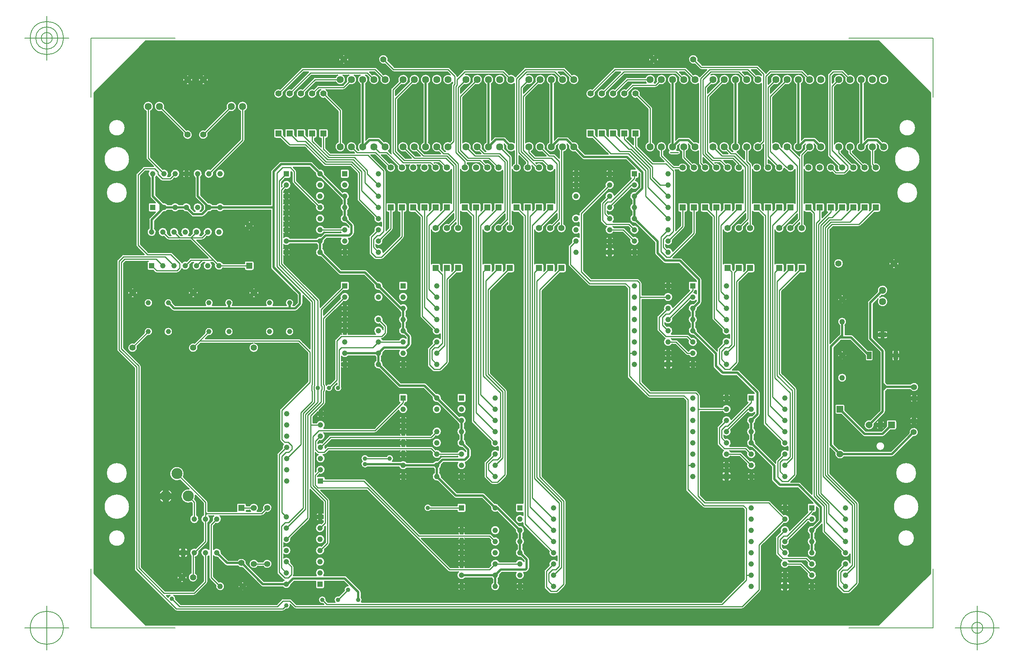
<source format=gbr>
G04 Generated by Ultiboard 14.3 *
%FSLAX34Y34*%
%MOMM*%

%ADD10C,0.0001*%
%ADD11C,0.2540*%
%ADD12C,0.0010*%
%ADD13C,0.5080*%
%ADD14C,0.1270*%
%ADD15C,1.4000*%
%ADD16R,1.4000X1.4000*%
%ADD17C,1.2446*%
%ADD18R,1.2446X1.2446*%
%ADD19C,1.3556*%
%ADD20C,1.6088*%
%ADD21C,1.1556*%
%ADD22C,2.4978*%
%ADD23C,1.5366*%
%ADD24R,1.5366X1.5366*%
%ADD25C,1.5000*%
%ADD26R,1.5000X1.5000*%
%ADD27C,1.0000*%
%ADD28C,1.2700*%


G04 ColorRGB 00FF00 for the following layer *
%LNCopper Top*%
%LPD*%
G54D10*
G36*
X1768794Y3828D02*
X1768794Y3828D01*
X1885932Y120966D01*
X1885932Y1209994D01*
X1768794Y1327132D01*
X110806Y1327132D01*
X-6332Y1209994D01*
X-6332Y120966D01*
X110806Y3828D01*
X1768794Y3828D01*
D02*
G37*
%LPC*%
G36*
X449580Y40615D02*
G75*
D01*
G02X448104Y40834I0J5105*
G01*
G74*
D01*
G02X445971Y42111I1476J4886*
G01*
X445971Y42111D01*
X437846Y50235D01*
G75*
D01*
G02X427792Y39573I-8586J-1975*
G01*
X427792Y39573D01*
X425255Y37037D01*
G74*
D01*
G02X423147Y35763I3615J3603*
G01*
G75*
D01*
G02X421633Y35535I-1507J4877*
G01*
X421633Y35535D01*
X180346Y35535D01*
G75*
D01*
G02X176731Y37031I-6J5105*
G01*
X176731Y37031D01*
X86561Y127200D01*
G75*
D01*
G02X85066Y130817I3609J3610*
G01*
X85066Y130817D01*
X85066Y585895D01*
X47191Y623771D01*
G75*
D01*
G02X45695Y627393I3609J3609*
G01*
X45695Y627393D01*
X45695Y828032D01*
G75*
D01*
G02X47191Y831649I5105J8*
G01*
X47191Y831649D01*
X57351Y841809D01*
G75*
D01*
G02X60966Y843305I3609J-3609*
G01*
X60966Y843305D01*
X107800Y843305D01*
X90371Y860734D01*
G75*
D01*
G02X88875Y864351I3609J3610*
G01*
X88875Y864351D01*
X88875Y1023611D01*
G75*
D01*
G02X90371Y1027229I5105J9*
G01*
X90371Y1027229D01*
X104341Y1041199D01*
G75*
D01*
G02X107958Y1042695I3609J-3609*
G01*
X107958Y1042695D01*
X128646Y1042695D01*
X113231Y1058111D01*
G75*
D01*
G02X111735Y1061731I3609J3609*
G01*
X111735Y1061731D01*
X111735Y1167861D01*
G75*
D01*
G02X121945Y1167861I5105J10699*
G01*
X121945Y1167861D01*
X121945Y1063834D01*
X149527Y1036252D01*
G75*
D01*
G02X160772Y1019835I2873J-10092*
G01*
X160772Y1019835D01*
X164256Y1019835D01*
X167708Y1023287D01*
G75*
D01*
G02X174927Y1016068I10092J2873*
G01*
X174927Y1016068D01*
X169985Y1011127D01*
G74*
D01*
G02X166370Y1009625I3615J3603*
G01*
X166370Y1009625D01*
X148596Y1009625D01*
G75*
D01*
G02X144981Y1011121I-6J5105*
G01*
X144981Y1011121D01*
X135743Y1020358D01*
G74*
D01*
G02X133381Y1017830I8743J5802*
G01*
X133381Y1017830D01*
X133381Y978003D01*
X149285Y962099D01*
G74*
D01*
G02X149299Y962085I4505J4519*
G01*
X149299Y962085D01*
X151022Y960362D01*
G75*
D01*
G02X160730Y956341I1378J-10402*
G01*
X160730Y956341D01*
X169470Y956341D01*
G75*
D01*
G02X186130Y956341I8330J-6381*
G01*
X186130Y956341D01*
X194870Y956341D01*
G75*
D01*
G02X213602Y948582I8330J-6381*
G01*
X213602Y948582D01*
X221083Y941101D01*
X222977Y941101D01*
G75*
D01*
G02X234223Y941101I5623J8859*
G01*
X234223Y941101D01*
X236117Y941101D01*
X241269Y946253D01*
X241269Y953667D01*
X238765Y956172D01*
X238765Y956172D01*
X226012Y968925D01*
X226012Y968925D01*
X224088Y970848D01*
G75*
D01*
G02X222219Y975374I4512J4512*
G01*
X222219Y975374D01*
X222219Y1017830D01*
G75*
D01*
G02X234981Y1017830I6381J8330*
G01*
X234981Y1017830D01*
X234981Y978003D01*
X252155Y960829D01*
G74*
D01*
G02X252169Y960815I4505J4519*
G01*
X252169Y960815D01*
X252622Y960362D01*
G75*
D01*
G02X262330Y956341I1378J-10402*
G01*
X262330Y956341D01*
X271070Y956341D01*
G75*
D01*
G02X287730Y956341I8330J-6381*
G01*
X287730Y956341D01*
X393669Y956341D01*
X393669Y1030685D01*
G75*
D01*
G02X395538Y1035212I6381J15*
G01*
X395538Y1035212D01*
X412588Y1052262D01*
G74*
D01*
G02X416833Y1054125I4512J4512*
G01*
G75*
D01*
G02X417100Y1054131I267J-6375*
G01*
X417100Y1054131D01*
X483869Y1054131D01*
G75*
D01*
G02X483919Y1054131I1J-6381*
G01*
G74*
D01*
G02X488389Y1052255I49J6381*
G01*
X488389Y1052255D01*
X504082Y1036562D01*
G75*
D01*
G02X515862Y1024782I1378J-10402*
G01*
X515862Y1024782D01*
X556159Y984485D01*
G75*
D01*
G02X567721Y967030I5181J-9125*
G01*
X567721Y967030D01*
X567721Y958290D01*
G75*
D01*
G02X567721Y941630I-6381J-8330*
G01*
X567721Y941630D01*
X567721Y932890D01*
G75*
D01*
G02X571742Y923182I-6381J-8330*
G01*
X571742Y923182D01*
X581085Y913839D01*
G74*
D01*
G02X582961Y909320I4505J4519*
G01*
X582961Y909320D01*
X582961Y891540D01*
G75*
D01*
G02X581085Y887021I-6381J0*
G01*
X581085Y887021D01*
X576019Y881955D01*
G74*
D01*
G02X573598Y880434I4519J4505*
G01*
G75*
D01*
G02X571492Y880079I-2098J6026*
G01*
X571492Y880079D01*
X569717Y880079D01*
G75*
D01*
G02X552963Y880079I-8377J-6319*
G01*
X552963Y880079D01*
X520803Y880079D01*
X515862Y875138D01*
G75*
D01*
G02X511841Y865430I-10402J-1378*
G01*
X511841Y865430D01*
X511841Y856690D01*
G75*
D01*
G02X515862Y846982I-6381J-8330*
G01*
X515862Y846982D01*
X553823Y809021D01*
X607060Y809021D01*
G74*
D01*
G02X611579Y807145I0J6381*
G01*
X611579Y807145D01*
X636162Y782562D01*
G75*
D01*
G02X647942Y770782I1378J-10402*
G01*
X647942Y770782D01*
X688239Y730485D01*
G75*
D01*
G02X699801Y713030I5181J-9125*
G01*
X699801Y713030D01*
X699801Y704290D01*
G75*
D01*
G02X699801Y687630I-6381J-8330*
G01*
X699801Y687630D01*
X699801Y678890D01*
G75*
D01*
G02X703822Y669182I-6381J-8330*
G01*
X703822Y669182D01*
X706012Y666992D01*
X706012Y666992D01*
X710625Y662379D01*
G74*
D01*
G02X712501Y657860I4505J4519*
G01*
X712501Y657860D01*
X712501Y639554D01*
G75*
D01*
G02X710625Y635036I-6381J0*
G01*
X710625Y635036D01*
X706012Y630422D01*
X706012Y630422D01*
X703545Y627955D01*
G74*
D01*
G02X701423Y626547I4519J4505*
G01*
G75*
D01*
G02X685043Y626079I-8003J-6787*
G01*
X685043Y626079D01*
X652883Y626079D01*
X647942Y621138D01*
G75*
D01*
G02X643921Y611430I-10402J-1378*
G01*
X643921Y611430D01*
X643921Y602690D01*
G75*
D01*
G02X647942Y592982I-6381J-8330*
G01*
X647942Y592982D01*
X688443Y552481D01*
X741680Y552481D01*
G74*
D01*
G02X746199Y550605I0J6381*
G01*
X746199Y550605D01*
X768242Y528562D01*
G75*
D01*
G02X780022Y516782I1378J-10402*
G01*
X780022Y516782D01*
X820319Y476485D01*
G75*
D01*
G02X831881Y459030I5181J-9125*
G01*
X831881Y459030D01*
X831881Y450290D01*
G75*
D01*
G02X831881Y433630I-6381J-8330*
G01*
X831881Y433630D01*
X831881Y424890D01*
G75*
D01*
G02X835902Y415182I-6381J-8330*
G01*
X835902Y415182D01*
X845245Y405839D01*
G74*
D01*
G02X847121Y401320I4505J4519*
G01*
X847121Y401320D01*
X847121Y386080D01*
G75*
D01*
G02X845245Y381561I-6381J0*
G01*
X845245Y381561D01*
X837639Y373955D01*
G74*
D01*
G02X833845Y372121I4519J4505*
G01*
G75*
D01*
G02X817123Y372079I-8345J-6361*
G01*
X817123Y372079D01*
X784963Y372079D01*
X780022Y367138D01*
G75*
D01*
G02X776001Y357430I-10402J-1378*
G01*
X776001Y357430D01*
X776001Y348690D01*
G75*
D01*
G02X780022Y338982I-6381J-8330*
G01*
X780022Y338982D01*
X815443Y303561D01*
X873752Y303561D01*
G75*
D01*
G02X875683Y303264I8J-6381*
G01*
G74*
D01*
G02X878279Y301685I1923J6084*
G01*
X878279Y301685D01*
X900322Y279642D01*
G75*
D01*
G02X911070Y273964I1378J-10402*
G01*
G74*
D01*
G02X911299Y273745I4290J4724*
G01*
X911299Y273745D01*
X945931Y239112D01*
X946012Y239032D01*
X948872Y236172D01*
X948872Y236172D01*
X956202Y228842D01*
G75*
D01*
G02X963961Y210110I1378J-10402*
G01*
X963961Y210110D01*
X963961Y201370D01*
G75*
D01*
G02X963961Y184710I-6381J-8330*
G01*
X963961Y184710D01*
X963961Y175970D01*
G75*
D01*
G02X967982Y166262I-6381J-8330*
G01*
X967982Y166262D01*
X977325Y156919D01*
G74*
D01*
G02X979201Y152400I4505J4519*
G01*
X979201Y152400D01*
X979201Y132080D01*
G75*
D01*
G02X977325Y127561I-6381J0*
G01*
X977325Y127561D01*
X974799Y125035D01*
G74*
D01*
G02X972562Y123581I4519J4505*
G01*
G75*
D01*
G02X970271Y123159I-2282J5959*
G01*
X970271Y123159D01*
X965957Y123159D01*
G75*
D01*
G02X949203Y123159I-8377J-6319*
G01*
X949203Y123159D01*
X917043Y123159D01*
X912102Y118218D01*
G75*
D01*
G02X908081Y108510I-10402J-1378*
G01*
X908081Y108510D01*
X908081Y99770D01*
G75*
D01*
G02X895319Y99770I-6381J-8330*
G01*
X895319Y99770D01*
X895319Y108510D01*
G74*
D01*
G02X893370Y110459I6381J8330*
G01*
X893370Y110459D01*
X833830Y110459D01*
G75*
D01*
G02X818260Y124435I-8330J6381*
G01*
X818260Y124435D01*
X797996Y124435D01*
G75*
D01*
G02X796106Y124798I0J5105*
G01*
G74*
D01*
G02X794386Y125931I1890J4742*
G01*
X794386Y125931D01*
X706012Y214305D01*
X706012Y214305D01*
X684145Y236172D01*
X684145Y236172D01*
X610461Y309855D01*
X505827Y309855D01*
X525573Y290109D01*
G74*
D01*
G02X527075Y286494I3603J3615*
G01*
X527075Y286494D01*
X527075Y189230D01*
G75*
D01*
G02X525573Y185615I-5105J0*
G01*
X525573Y185615D01*
X515552Y175593D01*
G75*
D01*
G02X508333Y182812I-10092J-2873*
G01*
X508333Y182812D01*
X516865Y191344D01*
X516865Y227706D01*
X515552Y226393D01*
G75*
D01*
G02X508333Y233612I-10092J-2873*
G01*
X508333Y233612D01*
X510903Y236182D01*
X511785Y237064D01*
X511785Y240548D01*
G74*
D01*
G02X509181Y239109I6325J8372*
G01*
X509181Y239109D01*
X509181Y245199D01*
X511785Y245199D01*
X511785Y252641D01*
X509181Y252641D01*
X509181Y258731D01*
G74*
D01*
G02X511785Y257292I3721J9811*
G01*
X511785Y257292D01*
X511785Y282275D01*
X482625Y311436D01*
X482625Y246380D01*
G75*
D01*
G02X481123Y242765I-5105J0*
G01*
X481123Y242765D01*
X474531Y236172D01*
X474531Y236172D01*
X466012Y227653D01*
X439352Y200993D01*
G75*
D01*
G02X422935Y189748I-10092J-2873*
G01*
X422935Y189748D01*
X422935Y181092D01*
G75*
D01*
G02X422935Y164348I6325J-8372*
G01*
X422935Y164348D01*
X422935Y155692D01*
G75*
D01*
G02X439352Y144447I6325J-8372*
G01*
X439352Y144447D01*
X444293Y139505D01*
G74*
D01*
G02X445795Y135890I3603J3615*
G01*
X445795Y135890D01*
X445795Y118110D01*
G75*
D01*
G02X445135Y115601I-5105J0*
G01*
X445135Y115601D01*
X497083Y115601D01*
G75*
D01*
G02X513837Y115601I8377J6319*
G01*
X513837Y115601D01*
X561333Y115601D01*
G75*
D01*
G02X563020Y115376I7J-6381*
G01*
G74*
D01*
G02X565859Y113725I1680J6156*
G01*
X565859Y113725D01*
X596325Y83259D01*
G74*
D01*
G02X598201Y78740I4505J4519*
G01*
X598201Y78740D01*
X598201Y67035D01*
G75*
D01*
G02X599035Y55905I-6381J-6075*
G01*
X599035Y55905D01*
X1412666Y55905D01*
X1426012Y69251D01*
X1464285Y107524D01*
X1464285Y265856D01*
X1460926Y269215D01*
X1374147Y269215D01*
G75*
D01*
G02X1370531Y270711I-7J5105*
G01*
X1370531Y270711D01*
X1333701Y307541D01*
G75*
D01*
G02X1332205Y311159I3609J3609*
G01*
X1332205Y311159D01*
X1332205Y512236D01*
X1326306Y518135D01*
X1249685Y518135D01*
G75*
D01*
G02X1246071Y519631I-5J5105*
G01*
X1246071Y519631D01*
X1201621Y564081D01*
G75*
D01*
G02X1200125Y567697I3609J3609*
G01*
X1200125Y567697D01*
X1200125Y766236D01*
X1194226Y772135D01*
X1115068Y772135D01*
G75*
D01*
G02X1111451Y773631I-8J5105*
G01*
X1111451Y773631D01*
X1068271Y816811D01*
G75*
D01*
G02X1066775Y820430I3609J3609*
G01*
X1066775Y820430D01*
X1066775Y861049D01*
G75*
D01*
G02X1068271Y864669I5105J11*
G01*
X1068271Y864669D01*
X1074488Y870887D01*
G75*
D01*
G02X1090905Y882132I10092J2873*
G01*
X1090905Y882132D01*
X1090905Y890788D01*
G75*
D01*
G02X1090905Y907532I-6325J8372*
G01*
X1090905Y907532D01*
X1090905Y916188D01*
G75*
D01*
G02X1090905Y932932I-6325J8372*
G01*
X1090905Y932932D01*
X1090905Y935979D01*
G75*
D01*
G02X1092401Y939599I5105J11*
G01*
X1092401Y939599D01*
X1150688Y997887D01*
G75*
D01*
G02X1157907Y990668I10092J2873*
G01*
X1157907Y990668D01*
X1101115Y933876D01*
X1101115Y806460D01*
X1118880Y788695D01*
X1223003Y788695D01*
G75*
D01*
G02X1224688Y788411I7J-5105*
G01*
G74*
D01*
G02X1226625Y787193I1678J4821*
G01*
X1226625Y787193D01*
X1231693Y782125D01*
G74*
D01*
G02X1233195Y778510I3603J3615*
G01*
X1233195Y778510D01*
X1233195Y751865D01*
X1283692Y751865D01*
G75*
D01*
G02X1283692Y741655I9168J-5105*
G01*
X1283692Y741655D01*
X1233195Y741655D01*
X1233195Y555000D01*
X1253500Y534695D01*
X1355083Y534695D01*
G75*
D01*
G02X1356768Y534411I7J-5105*
G01*
G74*
D01*
G02X1358705Y533193I1678J4821*
G01*
X1358705Y533193D01*
X1363773Y528125D01*
G74*
D01*
G02X1365275Y524510I3603J3615*
G01*
X1365275Y524510D01*
X1365275Y497865D01*
X1415772Y497865D01*
G75*
D01*
G02X1415772Y487655I9168J-5105*
G01*
X1415772Y487655D01*
X1365275Y487655D01*
X1365275Y298460D01*
X1377960Y285775D01*
X1520190Y285775D01*
G74*
D01*
G02X1523805Y284273I0J5105*
G01*
X1523805Y284273D01*
X1554147Y253932D01*
G75*
D01*
G02X1554147Y233748I2873J-10092*
G01*
X1554147Y233748D01*
X1503705Y183306D01*
X1503705Y83820D01*
G75*
D01*
G02X1502203Y80205I-5105J0*
G01*
X1502203Y80205D01*
X1464115Y42117D01*
G74*
D01*
G02X1461027Y40643I3615J3603*
G01*
G75*
D01*
G02X1460497Y40615I-527J5077*
G01*
X1460497Y40615D01*
X449580Y40615D01*
D02*
G37*
G36*
X1664288Y1029613D02*
G75*
D01*
G02X1671507Y1036832I-3128J10347*
G01*
X1671507Y1036832D01*
X1674534Y1033805D01*
X1677674Y1033805D01*
G75*
D01*
G02X1676213Y1043088I8886J6155*
G01*
X1676213Y1043088D01*
X1666012Y1053289D01*
X1655011Y1064291D01*
G75*
D01*
G02X1653515Y1067912I3609J3609*
G01*
X1653515Y1067912D01*
X1653515Y1249668D01*
G75*
D01*
G02X1655011Y1253289I5105J12*
G01*
X1655011Y1253289D01*
X1662631Y1260909D01*
G74*
D01*
G02X1665209Y1262299I3609J3609*
G01*
G75*
D01*
G02X1666240Y1262405I1031J-4999*
G01*
X1666240Y1262405D01*
X1686557Y1262405D01*
G75*
D01*
G02X1687027Y1262383I3J-5105*
G01*
G74*
D01*
G02X1690175Y1260903I467J5083*
G01*
X1690175Y1260903D01*
X1700384Y1250695D01*
G75*
D01*
G02X1693165Y1243476I3956J-11175*
G01*
X1693165Y1243476D01*
X1684446Y1252195D01*
X1668354Y1252195D01*
X1663725Y1247566D01*
X1663725Y1231524D01*
X1666012Y1233811D01*
X1667765Y1235564D01*
G75*
D01*
G02X1674984Y1228345I11175J3956*
G01*
X1674984Y1228345D01*
X1668805Y1222166D01*
X1668805Y1093268D01*
G75*
D01*
G02X1684045Y1076421I10135J-6148*
G01*
X1684045Y1076421D01*
X1684045Y1075094D01*
X1708832Y1050307D01*
G75*
D01*
G02X1703409Y1033347I3128J-10347*
G01*
G74*
D01*
G02X1702863Y1032705I4149J2973*
G01*
X1702863Y1032705D01*
X1695255Y1025097D01*
G74*
D01*
G02X1691640Y1023595I3615J3603*
G01*
X1691640Y1023595D01*
X1672427Y1023595D01*
G75*
D01*
G02X1668811Y1025091I-7J5105*
G01*
X1668811Y1025091D01*
X1664288Y1029613D01*
D02*
G37*
G36*
X1736121Y1229530D02*
X1736121Y1229530D01*
X1736121Y1102524D01*
X1740468Y1106872D01*
G75*
D01*
G02X1744985Y1108741I4512J-4512*
G01*
X1744985Y1108741D01*
X1765300Y1108741D01*
G74*
D01*
G02X1769819Y1106865I0J6381*
G01*
X1769819Y1106865D01*
X1777988Y1098696D01*
G75*
D01*
G02X1768964Y1089672I2552J-11576*
G01*
X1768964Y1089672D01*
X1765121Y1093515D01*
G75*
D01*
G02X1760245Y1076421I-9981J-6395*
G01*
X1760245Y1076421D01*
X1760245Y1050473D01*
G75*
D01*
G02X1752413Y1043088I2515J-10513*
G01*
X1752413Y1043088D01*
X1751531Y1043971D01*
G75*
D01*
G02X1750035Y1047589I3609J3609*
G01*
X1750035Y1047589D01*
X1750035Y1076421D01*
G75*
D01*
G02X1745159Y1093515I5105J10699*
G01*
X1745159Y1093515D01*
X1741316Y1089672D01*
G75*
D01*
G02X1723359Y1097110I-11576J-2552*
G01*
X1723359Y1097110D01*
X1723359Y1229530D01*
G75*
D01*
G02X1736121Y1229530I6381J9990*
G01*
D02*
G37*
G36*
X1646488Y956960D02*
X1646488Y956960D01*
X1646488Y942960D01*
G75*
D01*
G02X1642660Y939132I-3828J0*
G01*
X1642660Y939132D01*
X1640765Y939132D01*
X1640765Y926724D01*
X1653258Y939217D01*
G75*
D01*
G02X1650232Y942960I802J3743*
G01*
X1650232Y942960D01*
X1650232Y956960D01*
G75*
D01*
G02X1654060Y960788I3828J0*
G01*
X1654060Y960788D01*
X1668060Y960788D01*
G74*
D01*
G02X1671888Y956960I0J3828*
G01*
X1671888Y956960D01*
X1671888Y942960D01*
G75*
D01*
G02X1671870Y942589I-3828J0*
G01*
X1671870Y942589D01*
X1675632Y946351D01*
X1675632Y956960D01*
G75*
D01*
G02X1679460Y960788I3828J0*
G01*
X1679460Y960788D01*
X1693460Y960788D01*
G74*
D01*
G02X1697288Y956960I0J3828*
G01*
X1697288Y956960D01*
X1697288Y942960D01*
G75*
D01*
G02X1697270Y942589I-3828J0*
G01*
X1697270Y942589D01*
X1701032Y946351D01*
X1701032Y956960D01*
G75*
D01*
G02X1704860Y960788I3828J0*
G01*
X1704860Y960788D01*
X1718860Y960788D01*
G74*
D01*
G02X1722688Y956960I0J3828*
G01*
X1722688Y956960D01*
X1722688Y942960D01*
G75*
D01*
G02X1722670Y942589I-3828J0*
G01*
X1722670Y942589D01*
X1726432Y946351D01*
X1726432Y956960D01*
G75*
D01*
G02X1730260Y960788I3828J0*
G01*
X1730260Y960788D01*
X1744260Y960788D01*
G74*
D01*
G02X1748088Y956960I0J3828*
G01*
X1748088Y956960D01*
X1748088Y942960D01*
G75*
D01*
G02X1748070Y942589I-3828J0*
G01*
X1748070Y942589D01*
X1751832Y946351D01*
X1751832Y956960D01*
G75*
D01*
G02X1755660Y960788I3828J0*
G01*
X1755660Y960788D01*
X1769660Y960788D01*
G74*
D01*
G02X1773488Y956960I0J3828*
G01*
X1773488Y956960D01*
X1773488Y942960D01*
G75*
D01*
G02X1769660Y939132I-3828J0*
G01*
X1769660Y939132D01*
X1759051Y939132D01*
X1728175Y908257D01*
G74*
D01*
G02X1724560Y906755I3615J3603*
G01*
X1724560Y906755D01*
X1665814Y906755D01*
X1658645Y899586D01*
X1658645Y641508D01*
X1666012Y648875D01*
X1666012Y648875D01*
X1680179Y663043D01*
X1680179Y682974D01*
G75*
D01*
G02X1692941Y682974I6381J7906*
G01*
X1692941Y682974D01*
X1692941Y661701D01*
X1706878Y661701D01*
G75*
D01*
G02X1707061Y661698I2J-6381*
G01*
G74*
D01*
G02X1711399Y659825I181J6378*
G01*
X1711399Y659825D01*
X1744729Y626495D01*
X1754132Y626495D01*
G74*
D01*
G02X1756335Y624292I0J2203*
G01*
X1756335Y624292D01*
X1756335Y605068D01*
G75*
D01*
G02X1754132Y602865I-2203J0*
G01*
X1754132Y602865D01*
X1740908Y602865D01*
G75*
D01*
G02X1738705Y605068I0J2203*
G01*
X1738705Y605068D01*
X1738705Y614471D01*
X1704237Y648939D01*
X1684123Y648939D01*
X1667541Y632357D01*
X1667541Y414123D01*
X1679389Y402275D01*
G75*
D01*
G02X1690818Y397541I2091J-11115*
G01*
X1690818Y397541D01*
X1796288Y397541D01*
X1838108Y439361D01*
G75*
D01*
G02X1847132Y430337I10487J1463*
G01*
X1847132Y430337D01*
X1803450Y386655D01*
G74*
D01*
G02X1798931Y384779I4519J4505*
G01*
X1798931Y384779D01*
X1690818Y384779D01*
G75*
D01*
G02X1670365Y393251I-9338J6381*
G01*
X1670365Y393251D01*
X1666012Y397605D01*
X1658645Y404972D01*
X1658645Y347554D01*
X1723183Y283015D01*
G74*
D01*
G02X1724685Y279400I3603J3615*
G01*
X1724685Y279400D01*
X1724685Y99060D01*
G75*
D01*
G02X1723183Y95445I-5105J0*
G01*
X1723183Y95445D01*
X1704145Y76407D01*
G74*
D01*
G02X1701958Y75109I3615J3603*
G01*
G75*
D01*
G02X1700524Y74905I-1428J4901*
G01*
X1700524Y74905D01*
X1690370Y74905D01*
G75*
D01*
G02X1688894Y75124I0J5105*
G01*
G74*
D01*
G02X1686761Y76401I1476J4886*
G01*
X1686761Y76401D01*
X1674061Y89101D01*
G75*
D01*
G02X1672565Y92721I3609J3609*
G01*
X1672565Y92721D01*
X1672565Y125721D01*
G75*
D01*
G02X1674061Y129339I5105J9*
G01*
X1674061Y129339D01*
X1684088Y139367D01*
G75*
D01*
G02X1704315Y144956I10092J2873*
G01*
X1704315Y144956D01*
X1704315Y164924D01*
G75*
D01*
G02X1684088Y170513I-10135J2716*
G01*
X1684088Y170513D01*
X1666012Y188589D01*
X1666012Y188589D01*
X1642310Y212291D01*
G75*
D01*
G02X1640815Y215908I3610J3609*
G01*
X1640815Y215908D01*
X1640815Y232251D01*
X1628382Y219818D01*
G75*
D01*
G02X1624361Y210110I-10402J-1378*
G01*
X1624361Y210110D01*
X1624361Y201370D01*
G75*
D01*
G02X1624361Y184710I-6381J-8330*
G01*
X1624361Y184710D01*
X1624361Y175970D01*
G75*
D01*
G02X1611599Y175970I-6381J-8330*
G01*
X1611599Y175970D01*
X1611599Y184710D01*
G75*
D01*
G02X1611599Y201370I6381J8330*
G01*
X1611599Y201370D01*
X1611599Y210110D01*
G75*
D01*
G02X1619358Y228842I6381J8330*
G01*
X1619358Y228842D01*
X1626688Y236172D01*
X1626688Y236172D01*
X1631919Y241403D01*
X1631919Y268340D01*
X1628494Y271766D01*
X1628494Y263017D01*
G75*
D01*
G02X1624203Y258726I-4291J0*
G01*
X1624203Y258726D01*
X1622185Y258726D01*
G74*
D01*
G02X1621583Y258004I4205J2894*
G01*
X1621583Y258004D01*
X1617912Y254333D01*
G75*
D01*
G02X1609237Y238038I68J-10493*
G01*
X1609237Y238038D01*
X1607371Y236172D01*
X1607371Y236172D01*
X1567112Y195913D01*
G75*
D01*
G02X1550695Y184668I-10092J-2873*
G01*
X1550695Y184668D01*
X1550695Y181184D01*
X1554147Y177732D01*
G75*
D01*
G02X1564260Y160045I2873J-10092*
G01*
X1564260Y160045D01*
X1605280Y160045D01*
G74*
D01*
G02X1608895Y158543I0J5105*
G01*
X1608895Y158543D01*
X1615107Y152332D01*
G75*
D01*
G02X1607888Y145113I2873J-10092*
G01*
X1607888Y145113D01*
X1603166Y149835D01*
X1564260Y149835D01*
G74*
D01*
G02X1566188Y147345I7240J7595*
G01*
X1566188Y147345D01*
X1592580Y147345D01*
G74*
D01*
G02X1596195Y145843I0J5105*
G01*
X1596195Y145843D01*
X1615107Y126932D01*
G75*
D01*
G02X1607888Y119713I2873J-10092*
G01*
X1607888Y119713D01*
X1590466Y137135D01*
X1566188Y137135D01*
G75*
D01*
G02X1550141Y150163I-9168J5105*
G01*
G74*
D01*
G02X1548331Y151331I1799J4777*
G01*
X1548331Y151331D01*
X1536901Y162761D01*
G75*
D01*
G02X1535405Y166380I3609J3609*
G01*
X1535405Y166380D01*
X1535405Y201918D01*
G75*
D01*
G02X1536901Y205539I5105J12*
G01*
X1536901Y205539D01*
X1546928Y215567D01*
G75*
D01*
G02X1567513Y218372I10092J2873*
G01*
X1567513Y218372D01*
X1585313Y236172D01*
X1585313Y236172D01*
X1608930Y259789D01*
G75*
D01*
G02X1607466Y263017I2827J3228*
G01*
X1607466Y263017D01*
X1607466Y275463D01*
G75*
D01*
G02X1611757Y279754I4291J0*
G01*
X1611757Y279754D01*
X1620506Y279754D01*
X1585330Y314929D01*
X1545590Y314929D01*
G75*
D01*
G02X1543745Y315202I0J6381*
G01*
G74*
D01*
G02X1541078Y316798I1845J6108*
G01*
X1541078Y316798D01*
X1528378Y329498D01*
G75*
D01*
G02X1526509Y334023I4512J4512*
G01*
X1526509Y334023D01*
X1526509Y361847D01*
X1482198Y406158D01*
G75*
D01*
G02X1474439Y424890I-1378J10402*
G01*
X1474439Y424890D01*
X1474439Y433630D01*
G75*
D01*
G02X1474439Y450290I6381J8330*
G01*
X1474439Y450290D01*
X1474439Y459030D01*
G75*
D01*
G02X1482198Y477762I6381J8330*
G01*
X1482198Y477762D01*
X1488409Y483973D01*
X1488409Y485514D01*
G75*
D01*
G02X1473203Y485544I-7589J7246*
G01*
X1473203Y485544D01*
X1463831Y476172D01*
X1463831Y476172D01*
X1434321Y446662D01*
G75*
D01*
G02X1418615Y433588I-9381J-4702*
G01*
X1418615Y433588D01*
X1418615Y430104D01*
X1422067Y426652D01*
G75*
D01*
G02X1432180Y408965I2873J-10092*
G01*
X1432180Y408965D01*
X1468120Y408965D01*
G74*
D01*
G02X1471735Y407463I0J5105*
G01*
X1471735Y407463D01*
X1477947Y401252D01*
G75*
D01*
G02X1470728Y394033I2873J-10092*
G01*
X1470728Y394033D01*
X1466006Y398755D01*
X1432180Y398755D01*
G74*
D01*
G02X1434108Y396265I7240J7595*
G01*
X1434108Y396265D01*
X1455420Y396265D01*
G74*
D01*
G02X1459035Y394763I0J5105*
G01*
X1459035Y394763D01*
X1477947Y375852D01*
G75*
D01*
G02X1470728Y368633I2873J-10092*
G01*
X1470728Y368633D01*
X1453306Y386055D01*
X1434108Y386055D01*
G75*
D01*
G02X1418061Y399083I-9168J5105*
G01*
G74*
D01*
G02X1416251Y400251I1799J4777*
G01*
X1416251Y400251D01*
X1404821Y411681D01*
G75*
D01*
G02X1403325Y415300I3609J3609*
G01*
X1403325Y415300D01*
X1403325Y450838D01*
G75*
D01*
G02X1404821Y454459I5105J12*
G01*
X1404821Y454459D01*
X1414848Y464487D01*
G75*
D01*
G02X1435193Y469592I10092J2873*
G01*
X1435193Y469592D01*
X1441773Y476172D01*
X1441773Y476172D01*
X1473414Y507813D01*
G75*
D01*
G02X1470306Y511937I1183J4124*
G01*
X1470306Y511937D01*
X1470306Y524383D01*
G75*
D01*
G02X1474597Y528674I4291J0*
G01*
X1474597Y528674D01*
X1487043Y528674D01*
G74*
D01*
G02X1487446Y528655I0J4291*
G01*
X1487446Y528655D01*
X1447171Y568929D01*
X1416050Y568929D01*
G75*
D01*
G02X1413986Y569272I0J6381*
G01*
G74*
D01*
G02X1411538Y570798I2064J6038*
G01*
X1411538Y570798D01*
X1396298Y586038D01*
G75*
D01*
G02X1394429Y590562I4512J4512*
G01*
X1394429Y590562D01*
X1394429Y615847D01*
X1350118Y660158D01*
G75*
D01*
G02X1342359Y678890I-1378J10402*
G01*
X1342359Y678890D01*
X1342359Y687630D01*
G75*
D01*
G02X1342359Y704290I6381J8330*
G01*
X1342359Y704290D01*
X1342359Y713030D01*
G75*
D01*
G02X1350118Y731762I6381J8330*
G01*
X1350118Y731762D01*
X1356329Y737973D01*
X1356329Y739514D01*
G75*
D01*
G02X1342467Y738348I-7589J7246*
G01*
X1342467Y738348D01*
X1320291Y716172D01*
X1302952Y698833D01*
G75*
D01*
G02X1285265Y688720I-10092J-2873*
G01*
X1285265Y688720D01*
X1285265Y685374D01*
X1289987Y680652D01*
G75*
D01*
G02X1300100Y662965I2873J-10092*
G01*
X1300100Y662965D01*
X1336040Y662965D01*
G74*
D01*
G02X1339655Y661463I0J5105*
G01*
X1339655Y661463D01*
X1345867Y655252D01*
G75*
D01*
G02X1338648Y648033I2873J-10092*
G01*
X1338648Y648033D01*
X1333926Y652755D01*
X1300100Y652755D01*
G74*
D01*
G02X1302028Y650265I7240J7595*
G01*
X1302028Y650265D01*
X1310640Y650265D01*
G74*
D01*
G02X1314255Y648763I0J5105*
G01*
X1314255Y648763D01*
X1338154Y624865D01*
X1339572Y624865D01*
G75*
D01*
G02X1339572Y614655I9168J-5105*
G01*
X1339572Y614655D01*
X1336047Y614655D01*
G75*
D01*
G02X1332431Y616151I-7J5105*
G01*
X1332431Y616151D01*
X1308526Y640055D01*
X1302028Y640055D01*
G75*
D01*
G02X1285981Y653083I-9168J5105*
G01*
G74*
D01*
G02X1284171Y654251I1799J4777*
G01*
X1284171Y654251D01*
X1268931Y669491D01*
G75*
D01*
G02X1267435Y673107I3609J3609*
G01*
X1267435Y673107D01*
X1267435Y701030D01*
G75*
D01*
G02X1268931Y704649I5105J10*
G01*
X1268931Y704649D01*
X1280351Y716070D01*
X1282768Y718487D01*
G75*
D01*
G02X1303113Y723592I10092J2873*
G01*
X1303113Y723592D01*
X1341334Y761813D01*
G75*
D01*
G02X1338226Y765937I1183J4124*
G01*
X1338226Y765937D01*
X1338226Y778383D01*
G75*
D01*
G02X1342517Y782674I4291J0*
G01*
X1342517Y782674D01*
X1354963Y782674D01*
G74*
D01*
G02X1356329Y782450I0J4291*
G01*
X1356329Y782450D01*
X1356329Y783487D01*
X1316887Y822929D01*
X1285984Y822929D01*
G75*
D01*
G02X1283580Y823399I0J6381*
G01*
G74*
D01*
G02X1281472Y824798I2404J5911*
G01*
X1281472Y824798D01*
X1264218Y842052D01*
G75*
D01*
G02X1262349Y846575I4512J4512*
G01*
X1262349Y846575D01*
X1262349Y869847D01*
X1218038Y914158D01*
G75*
D01*
G02X1210279Y932890I-1378J10402*
G01*
X1210279Y932890D01*
X1210279Y941630D01*
G75*
D01*
G02X1210279Y958290I6381J8330*
G01*
X1210279Y958290D01*
X1210279Y967030D01*
G75*
D01*
G02X1218038Y985762I6381J8330*
G01*
X1218038Y985762D01*
X1228059Y995783D01*
X1228059Y1026801D01*
X1227174Y1027687D01*
X1227174Y1019937D01*
G75*
D01*
G02X1222883Y1015646I-4291J0*
G01*
X1222883Y1015646D01*
X1221752Y1015646D01*
G74*
D01*
G02X1220263Y1012385I5092J354*
G01*
X1220263Y1012385D01*
X1218892Y1011013D01*
G75*
D01*
G02X1209414Y993171I-2232J-10253*
G01*
X1209414Y993171D01*
X1186012Y969769D01*
X1170398Y954155D01*
G75*
D01*
G02X1154455Y941588I-9618J-4195*
G01*
X1154455Y941588D01*
X1154455Y938104D01*
X1157907Y934652D01*
G75*
D01*
G02X1168020Y916965I2873J-10092*
G01*
X1168020Y916965D01*
X1203960Y916965D01*
G74*
D01*
G02X1207575Y915463I0J5105*
G01*
X1207575Y915463D01*
X1213787Y909252D01*
G75*
D01*
G02X1206568Y902033I2873J-10092*
G01*
X1206568Y902033D01*
X1201846Y906755D01*
X1168020Y906755D01*
G74*
D01*
G02X1169948Y904265I7240J7595*
G01*
X1169948Y904265D01*
X1191260Y904265D01*
G74*
D01*
G02X1194875Y902763I0J5105*
G01*
X1194875Y902763D01*
X1213787Y883852D01*
G75*
D01*
G02X1206568Y876633I2873J-10092*
G01*
X1206568Y876633D01*
X1189146Y894055D01*
X1169948Y894055D01*
G75*
D01*
G02X1153540Y906755I-9168J5105*
G01*
X1153540Y906755D01*
X1153162Y906755D01*
G75*
D01*
G02X1149551Y908251I-2J5105*
G01*
X1149551Y908251D01*
X1140661Y917141D01*
G75*
D01*
G02X1139165Y920756I3609J3609*
G01*
X1139165Y920756D01*
X1139165Y958838D01*
G75*
D01*
G02X1140661Y962459I5105J12*
G01*
X1140661Y962459D01*
X1150688Y972487D01*
G75*
D01*
G02X1171033Y977592I10092J2873*
G01*
X1171033Y977592D01*
X1209254Y1015813D01*
G75*
D01*
G02X1206146Y1019937I1183J4124*
G01*
X1206146Y1019937D01*
X1206146Y1032383D01*
G75*
D01*
G02X1210437Y1036674I4291J0*
G01*
X1210437Y1036674D01*
X1218187Y1036674D01*
X1196981Y1057879D01*
X1102367Y1057879D01*
G75*
D01*
G02X1097848Y1059748I-7J6381*
G01*
X1097848Y1059748D01*
X1082052Y1075544D01*
G75*
D01*
G02X1067924Y1089672I-2552J11576*
G01*
X1067924Y1089672D01*
X1064081Y1093515D01*
G75*
D01*
G02X1056665Y1075547I-9981J-6395*
G01*
X1056665Y1075547D01*
X1056665Y912329D01*
G75*
D01*
G02X1046455Y912329I-5105J-9529*
G01*
X1046455Y912329D01*
X1046455Y915876D01*
X1036507Y905928D01*
G75*
D01*
G02X1029288Y913147I-10347J-3128*
G01*
X1029288Y913147D01*
X1041375Y925234D01*
X1041375Y936196D01*
X1011107Y905928D01*
G75*
D01*
G02X990625Y899041I-10347J-3128*
G01*
X990625Y899041D01*
X990625Y822133D01*
G75*
D01*
G02X993660Y823628I3035J-2333*
G01*
X993660Y823628D01*
X1007660Y823628D01*
G74*
D01*
G02X1011488Y819800I0J3828*
G01*
X1011488Y819800D01*
X1011488Y805800D01*
G75*
D01*
G02X1011470Y805429I-3828J0*
G01*
X1011470Y805429D01*
X1015232Y809191D01*
X1015232Y819800D01*
G75*
D01*
G02X1019060Y823628I3828J0*
G01*
X1019060Y823628D01*
X1033060Y823628D01*
G74*
D01*
G02X1036888Y819800I0J3828*
G01*
X1036888Y819800D01*
X1036888Y805800D01*
G75*
D01*
G02X1036870Y805429I-3828J0*
G01*
X1036870Y805429D01*
X1040632Y809191D01*
X1040632Y819800D01*
G75*
D01*
G02X1044460Y823628I3828J0*
G01*
X1044460Y823628D01*
X1058460Y823628D01*
G74*
D01*
G02X1062288Y819800I0J3828*
G01*
X1062288Y819800D01*
X1062288Y805800D01*
G75*
D01*
G02X1058460Y801972I-3828J0*
G01*
X1058460Y801972D01*
X1047851Y801972D01*
X1007135Y761256D01*
X1007135Y341204D01*
X1060243Y288095D01*
G74*
D01*
G02X1061745Y284480I3603J3615*
G01*
X1061745Y284480D01*
X1061745Y96520D01*
G75*
D01*
G02X1060243Y92905I-5105J0*
G01*
X1060243Y92905D01*
X1043745Y76407D01*
G74*
D01*
G02X1041740Y75166I3615J3603*
G01*
G75*
D01*
G02X1040123Y74905I-1610J4844*
G01*
X1040123Y74905D01*
X1027430Y74905D01*
G75*
D01*
G02X1026158Y75066I0J5105*
G01*
G74*
D01*
G02X1023821Y76401I1272J4944*
G01*
X1023821Y76401D01*
X1013661Y86561D01*
G75*
D01*
G02X1012165Y90182I3609J3609*
G01*
X1012165Y90182D01*
X1012165Y125721D01*
G75*
D01*
G02X1013661Y129339I5105J9*
G01*
X1013661Y129339D01*
X1023688Y139367D01*
G75*
D01*
G02X1041375Y149480I10092J2873*
G01*
X1041375Y149480D01*
X1041375Y160400D01*
G75*
D01*
G02X1023688Y170513I-7595J7240*
G01*
X1023688Y170513D01*
X965401Y228801D01*
G75*
D01*
G02X963905Y232421I3609J3609*
G01*
X963905Y232421D01*
X963905Y235468D01*
G75*
D01*
G02X963905Y252212I-6325J8372*
G01*
X963905Y252212D01*
X963905Y258728D01*
G74*
D01*
G02X963803Y258726I102J4289*
G01*
X963803Y258726D01*
X951357Y258726D01*
G75*
D01*
G02X947066Y263017I0J4291*
G01*
X947066Y263017D01*
X947066Y275463D01*
G75*
D01*
G02X951357Y279754I4291J0*
G01*
X951357Y279754D01*
X963803Y279754D01*
G74*
D01*
G02X963905Y279752I0J4291*
G01*
X963905Y279752D01*
X963905Y928696D01*
X953469Y939132D01*
X942860Y939132D01*
G75*
D01*
G02X939825Y940627I0J3828*
G01*
X939825Y940627D01*
X939825Y912329D01*
G75*
D01*
G02X929615Y912329I-5105J-9529*
G01*
X929615Y912329D01*
X929615Y915876D01*
X919667Y905928D01*
G75*
D01*
G02X912448Y913147I-10347J-3128*
G01*
X912448Y913147D01*
X923985Y924684D01*
X923985Y935646D01*
X894267Y905928D01*
G75*
D01*
G02X873785Y899041I-10347J-3128*
G01*
X873785Y899041D01*
X873785Y822133D01*
G75*
D01*
G02X876820Y823628I3035J-2333*
G01*
X876820Y823628D01*
X890820Y823628D01*
G74*
D01*
G02X894648Y819800I0J3828*
G01*
X894648Y819800D01*
X894648Y805800D01*
G75*
D01*
G02X894630Y805429I-3828J0*
G01*
X894630Y805429D01*
X898392Y809191D01*
X898392Y819800D01*
G75*
D01*
G02X902220Y823628I3828J0*
G01*
X902220Y823628D01*
X916220Y823628D01*
G74*
D01*
G02X920048Y819800I0J3828*
G01*
X920048Y819800D01*
X920048Y805800D01*
G75*
D01*
G02X920030Y805429I-3828J0*
G01*
X920030Y805429D01*
X923792Y809191D01*
X923792Y819800D01*
G75*
D01*
G02X927620Y823628I3828J0*
G01*
X927620Y823628D01*
X941620Y823628D01*
G74*
D01*
G02X945448Y819800I0J3828*
G01*
X945448Y819800D01*
X945448Y805800D01*
G75*
D01*
G02X941620Y801972I-3828J0*
G01*
X941620Y801972D01*
X931011Y801972D01*
X890295Y761256D01*
X890295Y574884D01*
X926893Y538285D01*
G74*
D01*
G02X928395Y534670I3603J3615*
G01*
X928395Y534670D01*
X928395Y344170D01*
G75*
D01*
G02X926893Y340555I-5105J0*
G01*
X926893Y340555D01*
X910395Y324057D01*
G74*
D01*
G02X906780Y322555I3615J3603*
G01*
X906780Y322555D01*
X894080Y322555D01*
G75*
D01*
G02X892604Y322774I0J5105*
G01*
G74*
D01*
G02X890471Y324051I1476J4886*
G01*
X890471Y324051D01*
X877771Y336751D01*
G75*
D01*
G02X876275Y340371I3609J3609*
G01*
X876275Y340371D01*
X876275Y370834D01*
G75*
D01*
G02X877771Y374449I5105J6*
G01*
X877771Y374449D01*
X891608Y388287D01*
G75*
D01*
G02X908025Y399532I10092J2873*
G01*
X908025Y399532D01*
X908025Y408188D01*
G75*
D01*
G02X891608Y419433I-6325J8372*
G01*
X891608Y419433D01*
X848561Y462481D01*
G75*
D01*
G02X847065Y466096I3609J3609*
G01*
X847065Y466096D01*
X847065Y928696D01*
X836629Y939132D01*
X826020Y939132D01*
G75*
D01*
G02X822985Y940627I0J3828*
G01*
X822985Y940627D01*
X822985Y912329D01*
G75*
D01*
G02X812775Y912329I-5105J-9529*
G01*
X812775Y912329D01*
X812775Y915876D01*
X802827Y905928D01*
G75*
D01*
G02X795608Y913147I-10347J-3128*
G01*
X795608Y913147D01*
X807695Y925234D01*
X807695Y936196D01*
X777427Y905928D01*
G75*
D01*
G02X756945Y899041I-10347J-3128*
G01*
X756945Y899041D01*
X756945Y822133D01*
G75*
D01*
G02X759980Y823628I3035J-2333*
G01*
X759980Y823628D01*
X773980Y823628D01*
G74*
D01*
G02X777808Y819800I0J3828*
G01*
X777808Y819800D01*
X777808Y809191D01*
X781570Y805429D01*
G75*
D01*
G02X781552Y805800I3810J371*
G01*
X781552Y805800D01*
X781552Y819800D01*
G75*
D01*
G02X785380Y823628I3828J0*
G01*
X785380Y823628D01*
X799380Y823628D01*
G74*
D01*
G02X803208Y819800I0J3828*
G01*
X803208Y819800D01*
X803208Y805800D01*
G75*
D01*
G02X803178Y805317I-3828J0*
G01*
X803178Y805317D01*
X806952Y809091D01*
X806952Y819800D01*
G75*
D01*
G02X810780Y823628I3828J0*
G01*
X810780Y823628D01*
X824780Y823628D01*
G74*
D01*
G02X828608Y819800I0J3828*
G01*
X828608Y819800D01*
X828608Y805800D01*
G75*
D01*
G02X824780Y801972I-3828J0*
G01*
X824780Y801972D01*
X814271Y801972D01*
X797585Y785286D01*
X797585Y599441D01*
G75*
D01*
G02X796084Y595825I-5105J0*
G01*
X796084Y595825D01*
X779586Y579327D01*
G74*
D01*
G02X775970Y577825I3616J3603*
G01*
X775970Y577825D01*
X763270Y577825D01*
G75*
D01*
G02X761998Y577986I0J5105*
G01*
G74*
D01*
G02X759661Y579321I1272J4944*
G01*
X759661Y579321D01*
X749501Y589481D01*
G75*
D01*
G02X748005Y593102I3609J3609*
G01*
X748005Y593102D01*
X748005Y628641D01*
G75*
D01*
G02X749501Y632259I5105J9*
G01*
X749501Y632259D01*
X759528Y642287D01*
G75*
D01*
G02X777215Y652400I10092J2873*
G01*
X777215Y652400D01*
X777215Y663320D01*
G75*
D01*
G02X759528Y673433I-7595J7240*
G01*
X759528Y673433D01*
X732891Y700071D01*
G75*
D01*
G02X731395Y703687I3609J3609*
G01*
X731395Y703687D01*
X731395Y927526D01*
X719789Y939132D01*
X709180Y939132D01*
G75*
D01*
G02X705352Y942960I0J3828*
G01*
X705352Y942960D01*
X705352Y956960D01*
G75*
D01*
G02X709180Y960788I3828J0*
G01*
X709180Y960788D01*
X723180Y960788D01*
G74*
D01*
G02X727008Y956960I0J3828*
G01*
X727008Y956960D01*
X727008Y946351D01*
X730770Y942589D01*
G75*
D01*
G02X730752Y942960I3810J371*
G01*
X730752Y942960D01*
X730752Y956960D01*
G75*
D01*
G02X734580Y960788I3828J0*
G01*
X734580Y960788D01*
X748580Y960788D01*
G74*
D01*
G02X752408Y956960I0J3828*
G01*
X752408Y956960D01*
X752408Y942960D01*
G75*
D01*
G02X752390Y942589I-3828J0*
G01*
X752390Y942589D01*
X756152Y946351D01*
X756152Y956960D01*
G75*
D01*
G02X759980Y960788I3828J0*
G01*
X759980Y960788D01*
X773980Y960788D01*
G74*
D01*
G02X777808Y956960I0J3828*
G01*
X777808Y956960D01*
X777808Y942960D01*
G75*
D01*
G02X777790Y942589I-3828J0*
G01*
X777790Y942589D01*
X781552Y946351D01*
X781552Y956960D01*
G75*
D01*
G02X785380Y960788I3828J0*
G01*
X785380Y960788D01*
X799380Y960788D01*
G74*
D01*
G02X802615Y959007I0J3828*
G01*
X802615Y959007D01*
X802615Y1036201D01*
G75*
D01*
G02X782133Y1043088I-10135J3759*
G01*
X782133Y1043088D01*
X773686Y1051535D01*
X762724Y1051535D01*
X763952Y1050307D01*
G75*
D01*
G02X756733Y1043088I3128J-10347*
G01*
X756733Y1043088D01*
X753366Y1046455D01*
X750321Y1046455D01*
G75*
D01*
G02X733039Y1046455I-8641J-6495*
G01*
X733039Y1046455D01*
X724921Y1046455D01*
G75*
D01*
G02X707639Y1046455I-8641J-6495*
G01*
X707639Y1046455D01*
X699521Y1046455D01*
G75*
D01*
G02X680533Y1043088I-8641J-6495*
G01*
X680533Y1043088D01*
X654306Y1069315D01*
X643344Y1069315D01*
X662352Y1050307D01*
G75*
D01*
G02X655133Y1043088I3128J-10347*
G01*
X655133Y1043088D01*
X628906Y1069315D01*
X619384Y1069315D01*
X652573Y1036125D01*
G74*
D01*
G02X654075Y1032510I3603J3615*
G01*
X654075Y1032510D01*
X654075Y897514D01*
X660275Y903714D01*
X660275Y939132D01*
X658380Y939132D01*
G75*
D01*
G02X654552Y942960I0J3828*
G01*
X654552Y942960D01*
X654552Y956960D01*
G75*
D01*
G02X658380Y960788I3828J0*
G01*
X658380Y960788D01*
X672380Y960788D01*
G74*
D01*
G02X676208Y956960I0J3828*
G01*
X676208Y956960D01*
X676208Y942960D01*
G75*
D01*
G02X672380Y939132I-3828J0*
G01*
X672380Y939132D01*
X670485Y939132D01*
X670485Y901600D01*
G75*
D01*
G02X668983Y897985I-5105J0*
G01*
X668983Y897985D01*
X647632Y876633D01*
G75*
D01*
G02X631215Y865388I-10092J-2873*
G01*
X631215Y865388D01*
X631215Y861904D01*
X634667Y858452D01*
G75*
D01*
G02X648033Y848292I2873J-10092*
G01*
X648033Y848292D01*
X685775Y886034D01*
X685775Y939132D01*
X683780Y939132D01*
G75*
D01*
G02X679952Y942960I0J3828*
G01*
X679952Y942960D01*
X679952Y956960D01*
G75*
D01*
G02X683780Y960788I3828J0*
G01*
X683780Y960788D01*
X697780Y960788D01*
G74*
D01*
G02X701608Y956960I0J3828*
G01*
X701608Y956960D01*
X701608Y942960D01*
G75*
D01*
G02X697780Y939132I-3828J0*
G01*
X697780Y939132D01*
X695985Y939132D01*
X695985Y883920D01*
G75*
D01*
G02X694483Y880305I-5105J0*
G01*
X694483Y880305D01*
X647505Y833327D01*
G74*
D01*
G02X643890Y831825I3615J3603*
G01*
X643890Y831825D01*
X631196Y831825D01*
G75*
D01*
G02X627581Y833321I-6J5105*
G01*
X627581Y833321D01*
X617421Y843481D01*
G75*
D01*
G02X615925Y847098I3609J3609*
G01*
X615925Y847098D01*
X615925Y882638D01*
G75*
D01*
G02X617421Y886259I5105J12*
G01*
X617421Y886259D01*
X627448Y896287D01*
G75*
D01*
G02X643865Y907532I10092J2873*
G01*
X643865Y907532D01*
X643865Y916188D01*
G75*
D01*
G02X627448Y927433I-6325J8372*
G01*
X627448Y927433D01*
X598709Y956172D01*
X590751Y964131D01*
G75*
D01*
G02X589255Y967750I3609J3609*
G01*
X589255Y967750D01*
X589255Y1026586D01*
X573196Y1042645D01*
X516890Y1042645D01*
G75*
D01*
G02X515368Y1042878I0J5105*
G01*
G74*
D01*
G02X513281Y1044141I1522J4872*
G01*
X513281Y1044141D01*
X470326Y1087095D01*
X436780Y1087095D01*
G75*
D01*
G02X436088Y1087143I0J5105*
G01*
G74*
D01*
G02X433171Y1088591I692J5057*
G01*
X433171Y1088591D01*
X414989Y1106772D01*
X404380Y1106772D01*
G75*
D01*
G02X400552Y1110600I0J3828*
G01*
X400552Y1110600D01*
X400552Y1124600D01*
G75*
D01*
G02X404380Y1128428I3828J0*
G01*
X404380Y1128428D01*
X418380Y1128428D01*
G74*
D01*
G02X422208Y1124600I0J3828*
G01*
X422208Y1124600D01*
X422208Y1113991D01*
X425970Y1110229D01*
G75*
D01*
G02X425952Y1110600I3810J371*
G01*
X425952Y1110600D01*
X425952Y1124600D01*
G75*
D01*
G02X429780Y1128428I3828J0*
G01*
X429780Y1128428D01*
X443780Y1128428D01*
G74*
D01*
G02X447608Y1124600I0J3828*
G01*
X447608Y1124600D01*
X447608Y1113991D01*
X451370Y1110229D01*
G75*
D01*
G02X451352Y1110600I3810J371*
G01*
X451352Y1110600D01*
X451352Y1124600D01*
G75*
D01*
G02X455180Y1128428I3828J0*
G01*
X455180Y1128428D01*
X469180Y1128428D01*
G74*
D01*
G02X473008Y1124600I0J3828*
G01*
X473008Y1124600D01*
X473008Y1113991D01*
X476770Y1110229D01*
G75*
D01*
G02X476752Y1110600I3810J371*
G01*
X476752Y1110600D01*
X476752Y1124600D01*
G75*
D01*
G02X480580Y1128428I3828J0*
G01*
X480580Y1128428D01*
X494580Y1128428D01*
G74*
D01*
G02X498408Y1124600I0J3828*
G01*
X498408Y1124600D01*
X498408Y1110600D01*
G75*
D01*
G02X494580Y1106772I-3828J0*
G01*
X494580Y1106772D01*
X492685Y1106772D01*
X492685Y1102034D01*
X507875Y1086844D01*
X507875Y1106772D01*
X505980Y1106772D01*
G75*
D01*
G02X502152Y1110600I0J3828*
G01*
X502152Y1110600D01*
X502152Y1124600D01*
G75*
D01*
G02X505980Y1128428I3828J0*
G01*
X505980Y1128428D01*
X519980Y1128428D01*
G74*
D01*
G02X523808Y1124600I0J3828*
G01*
X523808Y1124600D01*
X523808Y1110600D01*
G75*
D01*
G02X519980Y1106772I-3828J0*
G01*
X519980Y1106772D01*
X518085Y1106772D01*
X518085Y1084254D01*
X529164Y1073175D01*
X583306Y1073175D01*
X580536Y1075945D01*
G75*
D01*
G02X587755Y1083164I-3956J11175*
G01*
X587755Y1083164D01*
X591394Y1079525D01*
X592879Y1079525D01*
G75*
D01*
G02X595599Y1097110I9101J7595*
G01*
X595599Y1097110D01*
X595599Y1229530D01*
G75*
D01*
G02X595832Y1249655I6381J9990*
G01*
X595832Y1249655D01*
X582728Y1249655D01*
G75*
D01*
G02X572624Y1228345I-6148J-10135*
G01*
X572624Y1228345D01*
X562415Y1218137D01*
G74*
D01*
G02X558800Y1216635I3615J3603*
G01*
X558800Y1216635D01*
X519014Y1216635D01*
G75*
D01*
G02X523427Y1204472I-5934J-9035*
G01*
X523427Y1204472D01*
X531727Y1196172D01*
X531727Y1196172D01*
X554783Y1173115D01*
G74*
D01*
G02X556285Y1169500I3603J3615*
G01*
X556285Y1169500D01*
X556285Y1097819D01*
G75*
D01*
G02X546075Y1097819I-5105J-10699*
G01*
X546075Y1097819D01*
X546075Y1167386D01*
X517289Y1196172D01*
X517289Y1196172D01*
X516208Y1197253D01*
G75*
D01*
G02X507146Y1216635I-3128J10347*
G01*
X507146Y1216635D01*
X503934Y1216635D01*
X498027Y1210728D01*
G75*
D01*
G02X490808Y1217947I-10347J-3128*
G01*
X490808Y1217947D01*
X498211Y1225349D01*
G75*
D01*
G02X501821Y1226845I3609J-3609*
G01*
X501821Y1226845D01*
X556686Y1226845D01*
X565405Y1235564D01*
G75*
D01*
G02X570432Y1249655I11175J3956*
G01*
X570432Y1249655D01*
X557328Y1249655D01*
G75*
D01*
G02X540481Y1234415I-6148J-10135*
G01*
X540481Y1234415D01*
X496314Y1234415D01*
X472627Y1210728D01*
G75*
D01*
G02X465408Y1217947I-10347J-3128*
G01*
X465408Y1217947D01*
X466012Y1218551D01*
X490591Y1243129D01*
G75*
D01*
G02X494203Y1244625I3609J-3609*
G01*
X494203Y1244625D01*
X540481Y1244625D01*
G74*
D01*
G02X545032Y1249655I10699J5105*
G01*
X545032Y1249655D01*
X486154Y1249655D01*
X466012Y1229513D01*
X466012Y1229513D01*
X447227Y1210728D01*
G75*
D01*
G02X440008Y1217947I-10347J-3128*
G01*
X440008Y1217947D01*
X466012Y1243951D01*
X479336Y1257275D01*
X468374Y1257275D01*
X466012Y1254913D01*
X421827Y1210728D01*
G75*
D01*
G02X414608Y1217947I-10347J-3128*
G01*
X414608Y1217947D01*
X462651Y1265989D01*
G74*
D01*
G02X466012Y1267479I3609J3609*
G01*
X466012Y1267479D01*
X466012Y1267479D01*
G75*
D01*
G02X466262Y1267485I248J-5099*
G01*
X466262Y1267485D01*
X629920Y1267485D01*
G74*
D01*
G02X633535Y1265983I0J5105*
G01*
X633535Y1265983D01*
X648824Y1250695D01*
G75*
D01*
G02X641605Y1243476I3956J-11175*
G01*
X641605Y1243476D01*
X627806Y1257275D01*
X616844Y1257275D01*
X623424Y1250695D01*
G75*
D01*
G02X616205Y1243476I3956J-11175*
G01*
X616205Y1243476D01*
X610026Y1249655D01*
X608128Y1249655D01*
G75*
D01*
G02X608361Y1229530I-6148J-10135*
G01*
X608361Y1229530D01*
X608361Y1196172D01*
X608361Y1196172D01*
X608361Y1102524D01*
X612708Y1106872D01*
G75*
D01*
G02X617225Y1108741I4512J-4512*
G01*
X617225Y1108741D01*
X637540Y1108741D01*
G74*
D01*
G02X642059Y1106865I0J6381*
G01*
X642059Y1106865D01*
X650228Y1098696D01*
G75*
D01*
G02X660191Y1077868I2552J-11576*
G01*
X660191Y1077868D01*
X666073Y1071986D01*
G75*
D01*
G02X665455Y1074430I4487J2434*
G01*
X665455Y1074430D01*
X665455Y1196172D01*
X665455Y1196172D01*
X665455Y1216647D01*
G75*
D01*
G02X666951Y1220269I5105J13*
G01*
X666951Y1220269D01*
X682245Y1235564D01*
G75*
D01*
G02X689464Y1228345I11175J3956*
G01*
X689464Y1228345D01*
X675665Y1214546D01*
X675665Y1203584D01*
X706012Y1233931D01*
X706012Y1233931D01*
X707645Y1235564D01*
G75*
D01*
G02X714864Y1228345I11175J3956*
G01*
X714864Y1228345D01*
X680745Y1194226D01*
X680745Y1079074D01*
X698074Y1061745D01*
X711576Y1061745D01*
X697376Y1075945D01*
G75*
D01*
G02X704595Y1083164I-3956J11175*
G01*
X704595Y1083164D01*
X706012Y1081747D01*
X720934Y1066825D01*
X731896Y1066825D01*
X722776Y1075945D01*
G75*
D01*
G02X729995Y1083164I-3956J11175*
G01*
X729995Y1083164D01*
X741254Y1071905D01*
X777616Y1071905D01*
X773576Y1075945D01*
G75*
D01*
G02X780795Y1083164I-3956J11175*
G01*
X780795Y1083164D01*
X786974Y1076985D01*
X788872Y1076985D01*
G75*
D01*
G02X798976Y1098295I6148J10135*
G01*
X798976Y1098295D01*
X802615Y1101934D01*
X802615Y1226810D01*
G75*
D01*
G02X804111Y1230429I5105J10*
G01*
X804111Y1230429D01*
X805155Y1231474D01*
X805155Y1233372D01*
G75*
D01*
G02X799824Y1250357I-10135J6148*
G01*
X799824Y1250357D01*
X792906Y1257275D01*
X671660Y1257275D01*
G75*
D01*
G02X671318Y1257287I0J5105*
G01*
G74*
D01*
G02X668051Y1258771I342J5093*
G01*
X668051Y1258771D01*
X651928Y1274893D01*
G75*
D01*
G02X659147Y1282112I-3128J10347*
G01*
X659147Y1282112D01*
X673774Y1267485D01*
X795016Y1267485D01*
G75*
D01*
G02X795817Y1267422I4J-5105*
G01*
G74*
D01*
G02X798635Y1265983I797J5042*
G01*
X798635Y1265983D01*
X813863Y1250755D01*
G74*
D01*
G02X815365Y1247140I3603J3615*
G01*
X815365Y1247140D01*
X815365Y1246764D01*
X829511Y1260909D01*
G75*
D01*
G02X833123Y1262405I3609J-3609*
G01*
X833123Y1262405D01*
X919480Y1262405D01*
G74*
D01*
G02X923095Y1260903I0J5105*
G01*
X923095Y1260903D01*
X933304Y1250695D01*
G75*
D01*
G02X946983Y1246302I3956J-11175*
G01*
X946983Y1246302D01*
X966671Y1265989D01*
G74*
D01*
G02X968347Y1267104I3609J3609*
G01*
G75*
D01*
G02X970280Y1267485I1933J-4724*
G01*
X970280Y1267485D01*
X1056632Y1267485D01*
G75*
D01*
G02X1058488Y1267138I8J-5105*
G01*
G74*
D01*
G02X1060255Y1265983I1848J4758*
G01*
X1060255Y1265983D01*
X1075544Y1250695D01*
G75*
D01*
G02X1068325Y1243476I3956J-11175*
G01*
X1068325Y1243476D01*
X1054526Y1257275D01*
X1043564Y1257275D01*
X1050144Y1250695D01*
G75*
D01*
G02X1042925Y1243476I3956J-11175*
G01*
X1042925Y1243476D01*
X1034206Y1252195D01*
X974934Y1252195D01*
X973096Y1250357D01*
G75*
D01*
G02X973944Y1228345I4804J-10837*
G01*
X973944Y1228345D01*
X965225Y1219626D01*
X965225Y1208664D01*
X992125Y1235564D01*
G75*
D01*
G02X999344Y1228345I11175J3956*
G01*
X999344Y1228345D01*
X970305Y1199306D01*
X970305Y1096221D01*
G75*
D01*
G02X983081Y1076458I7595J-9101*
G01*
X983081Y1076458D01*
X992714Y1066825D01*
X1016376Y1066825D01*
X1007256Y1075945D01*
G75*
D01*
G02X1014475Y1083164I-3956J11175*
G01*
X1014475Y1083164D01*
X1025734Y1071905D01*
X1033775Y1071905D01*
G75*
D01*
G02X1034854Y1071790I5J-5105*
G01*
G74*
D01*
G02X1037395Y1070403I1074J4990*
G01*
X1037395Y1070403D01*
X1046455Y1061344D01*
X1046455Y1078060D01*
G75*
D01*
G02X1044119Y1093515I7645J9060*
G01*
X1044119Y1093515D01*
X1040276Y1089672D01*
G75*
D01*
G02X1022319Y1097110I-11576J-2552*
G01*
X1022319Y1097110D01*
X1022319Y1229530D01*
G75*
D01*
G02X1035081Y1229530I6381J9990*
G01*
X1035081Y1229530D01*
X1035081Y1102524D01*
X1040698Y1108142D01*
G75*
D01*
G02X1045218Y1110011I4512J-4512*
G01*
X1045218Y1110011D01*
X1062990Y1110011D01*
G74*
D01*
G02X1067509Y1108135I0J6381*
G01*
X1067509Y1108135D01*
X1076948Y1098696D01*
G75*
D01*
G02X1091076Y1084568I2552J-11576*
G01*
X1091076Y1084568D01*
X1105003Y1070641D01*
X1157240Y1070641D01*
X1121109Y1106772D01*
X1110500Y1106772D01*
G75*
D01*
G02X1106672Y1110600I0J3828*
G01*
X1106672Y1110600D01*
X1106672Y1124600D01*
G75*
D01*
G02X1110500Y1128428I3828J0*
G01*
X1110500Y1128428D01*
X1124500Y1128428D01*
G74*
D01*
G02X1128328Y1124600I0J3828*
G01*
X1128328Y1124600D01*
X1128328Y1113991D01*
X1132090Y1110229D01*
G75*
D01*
G02X1132072Y1110600I3810J371*
G01*
X1132072Y1110600D01*
X1132072Y1124600D01*
G75*
D01*
G02X1135900Y1128428I3828J0*
G01*
X1135900Y1128428D01*
X1149900Y1128428D01*
G74*
D01*
G02X1153728Y1124600I0J3828*
G01*
X1153728Y1124600D01*
X1153728Y1113991D01*
X1157490Y1110229D01*
G75*
D01*
G02X1157472Y1110600I3810J371*
G01*
X1157472Y1110600D01*
X1157472Y1124600D01*
G75*
D01*
G02X1161300Y1128428I3828J0*
G01*
X1161300Y1128428D01*
X1175300Y1128428D01*
G74*
D01*
G02X1179128Y1124600I0J3828*
G01*
X1179128Y1124600D01*
X1179128Y1113991D01*
X1182890Y1110229D01*
G75*
D01*
G02X1182872Y1110600I3810J371*
G01*
X1182872Y1110600D01*
X1182872Y1124600D01*
G75*
D01*
G02X1186700Y1128428I3828J0*
G01*
X1186700Y1128428D01*
X1200700Y1128428D01*
G74*
D01*
G02X1204528Y1124600I0J3828*
G01*
X1204528Y1124600D01*
X1204528Y1110600D01*
G75*
D01*
G02X1200700Y1106772I-3828J0*
G01*
X1200700Y1106772D01*
X1199147Y1106772D01*
X1213995Y1091924D01*
X1213995Y1106772D01*
X1212100Y1106772D01*
G75*
D01*
G02X1208272Y1110600I0J3828*
G01*
X1208272Y1110600D01*
X1208272Y1124600D01*
G75*
D01*
G02X1212100Y1128428I3828J0*
G01*
X1212100Y1128428D01*
X1226100Y1128428D01*
G74*
D01*
G02X1229928Y1124600I0J3828*
G01*
X1229928Y1124600D01*
X1229928Y1110600D01*
G75*
D01*
G02X1226100Y1106772I-3828J0*
G01*
X1226100Y1106772D01*
X1224205Y1106772D01*
X1224205Y1089334D01*
X1259414Y1054125D01*
X1283076Y1054125D01*
X1274011Y1063191D01*
G75*
D01*
G02X1272515Y1066811I3609J3609*
G01*
X1272515Y1066811D01*
X1272515Y1076421D01*
G75*
D01*
G02X1282725Y1076421I5105J10699*
G01*
X1282725Y1076421D01*
X1282725Y1068914D01*
X1306574Y1045065D01*
X1316351Y1045065D01*
G75*
D01*
G02X1316351Y1034855I9529J-5105*
G01*
X1316351Y1034855D01*
X1308824Y1034855D01*
G74*
D01*
G02X1309395Y1032510I4534J2345*
G01*
X1309395Y1032510D01*
X1309395Y897514D01*
X1320675Y908794D01*
X1320675Y939132D01*
X1318780Y939132D01*
G75*
D01*
G02X1314952Y942960I0J3828*
G01*
X1314952Y942960D01*
X1314952Y956960D01*
G75*
D01*
G02X1318780Y960788I3828J0*
G01*
X1318780Y960788D01*
X1332780Y960788D01*
G74*
D01*
G02X1336608Y956960I0J3828*
G01*
X1336608Y956960D01*
X1336608Y942960D01*
G75*
D01*
G02X1332780Y939132I-3828J0*
G01*
X1332780Y939132D01*
X1330885Y939132D01*
X1330885Y906680D01*
G75*
D01*
G02X1329383Y903065I-5105J0*
G01*
X1329383Y903065D01*
X1302952Y876633D01*
G75*
D01*
G02X1286535Y865388I-10092J-2873*
G01*
X1286535Y865388D01*
X1286535Y861904D01*
X1289987Y858452D01*
G75*
D01*
G02X1303113Y850592I2873J-10092*
G01*
X1303113Y850592D01*
X1346075Y893554D01*
X1346075Y939132D01*
X1344180Y939132D01*
G75*
D01*
G02X1340352Y942960I0J3828*
G01*
X1340352Y942960D01*
X1340352Y956960D01*
G75*
D01*
G02X1344180Y960788I3828J0*
G01*
X1344180Y960788D01*
X1358180Y960788D01*
G74*
D01*
G02X1362008Y956960I0J3828*
G01*
X1362008Y956960D01*
X1362008Y942960D01*
G75*
D01*
G02X1358180Y939132I-3828J0*
G01*
X1358180Y939132D01*
X1356285Y939132D01*
X1356285Y891440D01*
G75*
D01*
G02X1354783Y887825I-5105J0*
G01*
X1354783Y887825D01*
X1302650Y835691D01*
X1319521Y835691D01*
G75*
D01*
G02X1321868Y835247I9J-6381*
G01*
G74*
D01*
G02X1324049Y833815I2338J5937*
G01*
X1324049Y833815D01*
X1367215Y790649D01*
G74*
D01*
G02X1369091Y786130I4505J4519*
G01*
X1369091Y786130D01*
X1369091Y735330D01*
G75*
D01*
G02X1367215Y730811I-6381J0*
G01*
X1367215Y730811D01*
X1359142Y722738D01*
G75*
D01*
G02X1355121Y713030I-10402J-1378*
G01*
X1355121Y713030D01*
X1355121Y704290D01*
G75*
D01*
G02X1355121Y687630I-6381J-8330*
G01*
X1355121Y687630D01*
X1355121Y678890D01*
G75*
D01*
G02X1359142Y669182I-6381J-8330*
G01*
X1359142Y669182D01*
X1403325Y624998D01*
X1403325Y628641D01*
G75*
D01*
G02X1404821Y632259I5105J9*
G01*
X1404821Y632259D01*
X1414848Y642287D01*
G75*
D01*
G02X1431265Y653532I10092J2873*
G01*
X1431265Y653532D01*
X1431265Y662188D01*
G75*
D01*
G02X1414848Y673433I-6325J8372*
G01*
X1414848Y673433D01*
X1393291Y694991D01*
G75*
D01*
G02X1391795Y698608I3609J3609*
G01*
X1391795Y698608D01*
X1391795Y927526D01*
X1380189Y939132D01*
X1369580Y939132D01*
G75*
D01*
G02X1365752Y942960I0J3828*
G01*
X1365752Y942960D01*
X1365752Y956960D01*
G75*
D01*
G02X1369580Y960788I3828J0*
G01*
X1369580Y960788D01*
X1383580Y960788D01*
G74*
D01*
G02X1387408Y956960I0J3828*
G01*
X1387408Y956960D01*
X1387408Y946351D01*
X1391170Y942589D01*
G75*
D01*
G02X1391152Y942960I3810J371*
G01*
X1391152Y942960D01*
X1391152Y956960D01*
G75*
D01*
G02X1394980Y960788I3828J0*
G01*
X1394980Y960788D01*
X1408980Y960788D01*
G74*
D01*
G02X1412808Y956960I0J3828*
G01*
X1412808Y956960D01*
X1412808Y942960D01*
G75*
D01*
G02X1412790Y942589I-3828J0*
G01*
X1412790Y942589D01*
X1416552Y946351D01*
X1416552Y956960D01*
G75*
D01*
G02X1420380Y960788I3828J0*
G01*
X1420380Y960788D01*
X1434380Y960788D01*
G74*
D01*
G02X1438208Y956960I0J3828*
G01*
X1438208Y956960D01*
X1438208Y942960D01*
G75*
D01*
G02X1438190Y942589I-3828J0*
G01*
X1438190Y942589D01*
X1441952Y946351D01*
X1441952Y956960D01*
G75*
D01*
G02X1445780Y960788I3828J0*
G01*
X1445780Y960788D01*
X1459780Y960788D01*
G74*
D01*
G02X1462465Y959689I0J3828*
G01*
X1462465Y959689D01*
X1462465Y1034962D01*
G75*
D01*
G02X1445804Y1048133I-9585J4998*
G01*
X1445804Y1048133D01*
X1437322Y1056615D01*
X1418044Y1056615D01*
X1424352Y1050307D01*
G75*
D01*
G02X1417133Y1043088I3128J-10347*
G01*
X1417133Y1043088D01*
X1408686Y1051535D01*
X1397724Y1051535D01*
X1398952Y1050307D01*
G75*
D01*
G02X1391733Y1043088I3128J-10347*
G01*
X1391733Y1043088D01*
X1371625Y1063196D01*
X1371625Y1052234D01*
X1373552Y1050307D01*
G75*
D01*
G02X1366333Y1043088I3128J-10347*
G01*
X1366333Y1043088D01*
X1362911Y1046511D01*
G75*
D01*
G02X1361415Y1050132I3609J3609*
G01*
X1361415Y1050132D01*
X1361415Y1078019D01*
G75*
D01*
G02X1342244Y1089672I-7595J9101*
G01*
X1342244Y1089672D01*
X1338401Y1093515D01*
G75*
D01*
G02X1333525Y1076421I-9981J-6395*
G01*
X1333525Y1076421D01*
X1333525Y1064934D01*
X1348152Y1050307D01*
G75*
D01*
G02X1340933Y1043088I3128J-10347*
G01*
X1340933Y1043088D01*
X1324811Y1059211D01*
G75*
D01*
G02X1323315Y1062830I3609J3609*
G01*
X1323315Y1062830D01*
X1323315Y1076421D01*
G75*
D01*
G02X1318439Y1093515I5105J10699*
G01*
X1318439Y1093515D01*
X1314596Y1089672D01*
G75*
D01*
G02X1312121Y1079525I-11576J-2552*
G01*
X1312121Y1079525D01*
X1315720Y1079525D01*
G75*
D01*
G02X1315720Y1069315I0J-5105*
G01*
X1315720Y1069315D01*
X1297940Y1069315D01*
G75*
D01*
G02X1294878Y1078504I0J5105*
G01*
G75*
D01*
G02X1296639Y1097110I8142J8616*
G01*
X1296639Y1097110D01*
X1296639Y1229530D01*
G75*
D01*
G02X1309401Y1229530I6381J9990*
G01*
X1309401Y1229530D01*
X1309401Y1102524D01*
X1313748Y1106872D01*
G75*
D01*
G02X1318265Y1108741I4512J-4512*
G01*
X1318265Y1108741D01*
X1338580Y1108741D01*
G74*
D01*
G02X1343099Y1106865I0J6381*
G01*
X1343099Y1106865D01*
X1351268Y1098696D01*
G75*
D01*
G02X1361415Y1096221I2552J-11576*
G01*
X1361415Y1096221D01*
X1361415Y1230419D01*
G75*
D01*
G02X1342645Y1243476I-7595J9101*
G01*
X1342645Y1243476D01*
X1328846Y1257275D01*
X1317884Y1257275D01*
X1324464Y1250695D01*
G75*
D01*
G02X1317245Y1243476I3956J-11175*
G01*
X1317245Y1243476D01*
X1308526Y1252195D01*
X1194814Y1252195D01*
X1186012Y1243393D01*
X1153347Y1210728D01*
G75*
D01*
G02X1146128Y1217947I-10347J-3128*
G01*
X1146128Y1217947D01*
X1185456Y1257275D01*
X1174494Y1257275D01*
X1127947Y1210728D01*
G75*
D01*
G02X1120728Y1217947I-10347J-3128*
G01*
X1120728Y1217947D01*
X1168771Y1265989D01*
G75*
D01*
G02X1172382Y1267485I3609J-3609*
G01*
X1172382Y1267485D01*
X1330960Y1267485D01*
G74*
D01*
G02X1334575Y1265983I0J5105*
G01*
X1334575Y1265983D01*
X1349864Y1250695D01*
G75*
D01*
G02X1363543Y1246302I3956J-11175*
G01*
X1363543Y1246302D01*
X1379596Y1262355D01*
X1367620Y1262355D01*
G75*
D01*
G02X1365818Y1262684I0J5105*
G01*
G74*
D01*
G02X1364011Y1263851I1802J4776*
G01*
X1364011Y1263851D01*
X1352968Y1274893D01*
G75*
D01*
G02X1360187Y1282112I-3128J10347*
G01*
X1360187Y1282112D01*
X1369734Y1272565D01*
X1493516Y1272565D01*
G75*
D01*
G02X1494317Y1272502I4J-5105*
G01*
G74*
D01*
G02X1497135Y1271063I797J5042*
G01*
X1497135Y1271063D01*
X1512363Y1255835D01*
G74*
D01*
G02X1513527Y1254046I3603J3615*
G01*
X1513527Y1254046D01*
X1520391Y1260909D01*
G75*
D01*
G02X1524006Y1262405I3609J-3609*
G01*
X1524006Y1262405D01*
X1595120Y1262405D01*
G74*
D01*
G02X1598735Y1260903I0J5105*
G01*
X1598735Y1260903D01*
X1608944Y1250695D01*
G75*
D01*
G02X1601725Y1243476I3956J-11175*
G01*
X1601725Y1243476D01*
X1593006Y1252195D01*
X1526114Y1252195D01*
X1518945Y1245026D01*
X1518945Y1228984D01*
X1525525Y1235564D01*
G75*
D01*
G02X1532744Y1228345I11175J3956*
G01*
X1532744Y1228345D01*
X1524025Y1219626D01*
X1524025Y1208664D01*
X1550925Y1235564D01*
G75*
D01*
G02X1558144Y1228345I11175J3956*
G01*
X1558144Y1228345D01*
X1529105Y1199306D01*
X1529105Y1096221D01*
G75*
D01*
G02X1548546Y1087573I7595J-9101*
G01*
X1548546Y1087573D01*
X1550320Y1085799D01*
G75*
D01*
G02X1573275Y1083164I11780J1321*
G01*
X1573275Y1083164D01*
X1590015Y1066424D01*
X1590015Y1069334D01*
G75*
D01*
G02X1591511Y1072949I5105J6*
G01*
X1591511Y1072949D01*
X1601725Y1083164D01*
G75*
D01*
G02X1602919Y1093515I11175J3956*
G01*
X1602919Y1093515D01*
X1599076Y1089672D01*
G75*
D01*
G02X1581119Y1097110I-11576J-2552*
G01*
X1581119Y1097110D01*
X1581119Y1229530D01*
G75*
D01*
G02X1593881Y1229530I6381J9990*
G01*
X1593881Y1229530D01*
X1593881Y1102524D01*
X1598228Y1106872D01*
G75*
D01*
G02X1602745Y1108741I4512J-4512*
G01*
X1602745Y1108741D01*
X1623060Y1108741D01*
G74*
D01*
G02X1627579Y1106865I0J6381*
G01*
X1627579Y1106865D01*
X1635748Y1098696D01*
G75*
D01*
G02X1626724Y1089672I2552J-11576*
G01*
X1626724Y1089672D01*
X1622881Y1093515D01*
G75*
D01*
G02X1608944Y1075945I-9981J-6395*
G01*
X1608944Y1075945D01*
X1600225Y1067226D01*
X1600225Y1043719D01*
G75*
D01*
G02X1600225Y1036201I10135J-3759*
G01*
X1600225Y1036201D01*
X1600225Y959293D01*
G75*
D01*
G02X1603260Y960788I3035J-2333*
G01*
X1603260Y960788D01*
X1617260Y960788D01*
G74*
D01*
G02X1621088Y956960I0J3828*
G01*
X1621088Y956960D01*
X1621088Y946351D01*
X1624850Y942589D01*
G75*
D01*
G02X1624832Y942960I3810J371*
G01*
X1624832Y942960D01*
X1624832Y956960D01*
G75*
D01*
G02X1628660Y960788I3828J0*
G01*
X1628660Y960788D01*
X1642660Y960788D01*
G74*
D01*
G02X1646488Y956960I0J3828*
G01*
D02*
G37*
G36*
X1743679Y652794D02*
X1743679Y652794D01*
X1743679Y734046D01*
G75*
D01*
G02X1745548Y738572I6381J14*
G01*
X1745548Y738572D01*
X1766424Y759448D01*
G75*
D01*
G02X1775448Y750424I11576J2552*
G01*
X1775448Y750424D01*
X1771605Y746581D01*
G75*
D01*
G02X1768019Y742995I6395J-9981*
G01*
X1768019Y742995D01*
X1756441Y731417D01*
X1756441Y655423D01*
X1782505Y629359D01*
G74*
D01*
G02X1784381Y624840I4505J4519*
G01*
X1784381Y624840D01*
X1784381Y553823D01*
X1788263Y549941D01*
X1841512Y549941D01*
G75*
D01*
G02X1840480Y537179I7890J-7061*
G01*
X1840480Y537179D01*
X1788263Y537179D01*
X1784381Y533297D01*
X1784381Y487680D01*
G75*
D01*
G02X1782505Y483161I-6381J0*
G01*
X1782505Y483161D01*
X1775515Y476172D01*
X1775515Y476172D01*
X1758791Y459447D01*
G75*
D01*
G02X1749767Y468471I-11271J-2247*
G01*
X1749767Y468471D01*
X1757468Y476172D01*
X1757468Y476172D01*
X1771619Y490323D01*
X1771619Y535930D01*
G75*
D01*
G02X1771619Y535950I6381J10*
G01*
X1771619Y535950D01*
X1771619Y551166D01*
G75*
D01*
G02X1771619Y551194I6381J14*
G01*
X1771619Y551194D01*
X1771619Y622197D01*
X1745548Y648268D01*
G75*
D01*
G02X1743679Y652794I4512J4512*
G01*
D02*
G37*
G36*
X1222328Y1197253D02*
G75*
D01*
G02X1229547Y1204472I-3128J10347*
G01*
X1229547Y1204472D01*
X1255823Y1178195D01*
G74*
D01*
G02X1257325Y1174580I3603J3615*
G01*
X1257325Y1174580D01*
X1257325Y1097819D01*
G75*
D01*
G02X1247115Y1097819I-5105J-10699*
G01*
X1247115Y1097819D01*
X1247115Y1172466D01*
X1223409Y1196172D01*
X1222328Y1197253D01*
D02*
G37*
G36*
X1171528Y1217947D02*
X1171528Y1217947D01*
X1196711Y1243129D01*
G75*
D01*
G02X1200323Y1244625I3609J-3609*
G01*
X1200323Y1244625D01*
X1241521Y1244625D01*
G75*
D01*
G02X1261321Y1231925I10699J-5105*
G01*
X1261321Y1231925D01*
X1262806Y1231925D01*
X1266445Y1235564D01*
G75*
D01*
G02X1273664Y1228345I11175J3956*
G01*
X1273664Y1228345D01*
X1268535Y1223217D01*
G74*
D01*
G02X1264920Y1221715I3615J3603*
G01*
X1264920Y1221715D01*
X1215134Y1221715D01*
X1204147Y1210728D01*
G75*
D01*
G02X1196928Y1217947I-10347J-3128*
G01*
X1196928Y1217947D01*
X1209411Y1230429D01*
G75*
D01*
G02X1213027Y1231925I3609J-3609*
G01*
X1213027Y1231925D01*
X1243119Y1231925D01*
G74*
D01*
G02X1241521Y1234415I9101J7595*
G01*
X1241521Y1234415D01*
X1202434Y1234415D01*
X1178747Y1210728D01*
G75*
D01*
G02X1171528Y1217947I-10347J-3128*
G01*
D02*
G37*
G36*
X1732848Y432368D02*
X1732848Y432368D01*
X1689045Y476172D01*
X1689045Y476172D01*
X1683785Y481432D01*
X1673980Y481432D01*
G75*
D01*
G02X1670152Y485260I0J3828*
G01*
X1670152Y485260D01*
X1670152Y500260D01*
G75*
D01*
G02X1673980Y504088I3828J0*
G01*
X1673980Y504088D01*
X1688980Y504088D01*
G74*
D01*
G02X1692808Y500260I0J3828*
G01*
X1692808Y500260D01*
X1692808Y490455D01*
X1707092Y476172D01*
X1707092Y476172D01*
X1740003Y443261D01*
X1775357Y443261D01*
X1786809Y454712D01*
X1786809Y464883D01*
G75*
D01*
G02X1790637Y468711I3828J0*
G01*
X1790637Y468711D01*
X1806003Y468711D01*
G74*
D01*
G02X1809831Y464883I0J3828*
G01*
X1809831Y464883D01*
X1809831Y449517D01*
G75*
D01*
G02X1806003Y445689I-3828J0*
G01*
X1806003Y445689D01*
X1795832Y445689D01*
X1782519Y432375D01*
G74*
D01*
G02X1778000Y430499I4519J4505*
G01*
X1778000Y430499D01*
X1737365Y430499D01*
G75*
D01*
G02X1732848Y432368I-5J6381*
G01*
D02*
G37*
G36*
X750601Y1229530D02*
X750601Y1229530D01*
X750601Y1097110D01*
G75*
D01*
G02X737839Y1097110I-6381J-9990*
G01*
X737839Y1097110D01*
X737839Y1229530D01*
G75*
D01*
G02X750601Y1229530I6381J9990*
G01*
D02*
G37*
G36*
X1426012Y370074D02*
G75*
D01*
G02X1426012Y370074I-1072J-4314*
G01*
D02*
G37*
G36*
X1426012Y344674D02*
G75*
D01*
G02X1426012Y344674I-1072J-4314*
G01*
D02*
G37*
G36*
X1426012Y522474D02*
G75*
D01*
G02X1426012Y522474I-1072J-4314*
G01*
D02*
G37*
G36*
X1076123Y956172D02*
G75*
D01*
G02X1076123Y956172I8457J-6212*
G01*
D02*
G37*
G36*
X501015Y248920D02*
G75*
D01*
G02X501015Y248920I4445J0*
G01*
D02*
G37*
G36*
X501739Y239109D02*
G74*
D01*
G02X495649Y245199I3721J9811*
G01*
X495649Y245199D01*
X501739Y245199D01*
X501739Y239109D01*
D02*
G37*
G36*
X495649Y252641D02*
G74*
D01*
G02X501739Y258731I9811J3721*
G01*
X501739Y258731D01*
X501739Y252641D01*
X495649Y252641D01*
D02*
G37*
G36*
X683609Y598081D02*
G74*
D01*
G02X689699Y604171I9811J3721*
G01*
X689699Y604171D01*
X689699Y598081D01*
X683609Y598081D01*
D02*
G37*
G36*
X688975Y594360D02*
G75*
D01*
G02X688975Y594360I4445J0*
G01*
D02*
G37*
G36*
X689699Y584549D02*
G74*
D01*
G02X683609Y590639I3721J9811*
G01*
X683609Y590639D01*
X689699Y590639D01*
X689699Y584549D01*
D02*
G37*
G36*
X697141Y604171D02*
G74*
D01*
G02X703231Y598081I3721J9811*
G01*
X703231Y598081D01*
X697141Y598081D01*
X697141Y604171D01*
D02*
G37*
G36*
X703231Y590639D02*
G74*
D01*
G02X697141Y584549I9811J3721*
G01*
X697141Y584549D01*
X697141Y590639D01*
X703231Y590639D01*
D02*
G37*
G36*
X1434751Y514439D02*
G74*
D01*
G02X1428661Y508349I9811J3721*
G01*
X1428661Y508349D01*
X1428661Y514439D01*
X1434751Y514439D01*
D02*
G37*
G36*
X1428661Y527971D02*
G74*
D01*
G02X1434751Y521881I3721J9811*
G01*
X1434751Y521881D01*
X1428661Y521881D01*
X1428661Y527971D01*
D02*
G37*
G36*
X757766Y1239520D02*
G75*
D01*
G02X757766Y1239520I11854J0*
G01*
D02*
G37*
G36*
X1414426Y334137D02*
X1414426Y334137D01*
X1414426Y336632D01*
X1421212Y336632D01*
X1421212Y329846D01*
X1418717Y329846D01*
G75*
D01*
G02X1414426Y334137I0J4291*
G01*
D02*
G37*
G36*
X1418717Y350874D02*
X1418717Y350874D01*
X1421212Y350874D01*
X1421212Y344088D01*
X1414426Y344088D01*
X1414426Y346583D01*
G75*
D01*
G02X1418717Y350874I4291J0*
G01*
D02*
G37*
G36*
X1421219Y355949D02*
G74*
D01*
G02X1415129Y362039I3721J9811*
G01*
X1415129Y362039D01*
X1421219Y362039D01*
X1421219Y355949D01*
D02*
G37*
G36*
X1415129Y369481D02*
G74*
D01*
G02X1421219Y375571I9811J3721*
G01*
X1421219Y375571D01*
X1421219Y369481D01*
X1415129Y369481D01*
D02*
G37*
G36*
X1164501Y883571D02*
G74*
D01*
G02X1170591Y877481I3721J9811*
G01*
X1170591Y877481D01*
X1164501Y877481D01*
X1164501Y883571D01*
D02*
G37*
G36*
X1157059Y863949D02*
G74*
D01*
G02X1150969Y870039I3721J9811*
G01*
X1150969Y870039D01*
X1157059Y870039D01*
X1157059Y863949D01*
D02*
G37*
G36*
X1150969Y877481D02*
G74*
D01*
G02X1157059Y883571I9811J3721*
G01*
X1157059Y883571D01*
X1157059Y877481D01*
X1150969Y877481D01*
D02*
G37*
G36*
X1156335Y873760D02*
G75*
D01*
G02X1156335Y873760I4445J0*
G01*
D02*
G37*
G36*
X1170591Y870039D02*
G74*
D01*
G02X1164501Y863949I9811J3721*
G01*
X1164501Y863949D01*
X1164501Y870039D01*
X1170591Y870039D01*
D02*
G37*
G36*
X1171294Y842137D02*
G75*
D01*
G02X1167003Y837846I-4291J0*
G01*
X1167003Y837846D01*
X1164508Y837846D01*
X1164508Y844632D01*
X1171294Y844632D01*
X1171294Y842137D01*
D02*
G37*
G36*
X1154557Y858874D02*
X1154557Y858874D01*
X1157052Y858874D01*
X1157052Y852088D01*
X1150266Y852088D01*
X1150266Y854583D01*
G75*
D01*
G02X1154557Y858874I4291J0*
G01*
D02*
G37*
G36*
X1150266Y842137D02*
X1150266Y842137D01*
X1150266Y844632D01*
X1157052Y844632D01*
X1157052Y837846D01*
X1154557Y837846D01*
G75*
D01*
G02X1150266Y842137I0J4291*
G01*
D02*
G37*
G36*
X1156335Y848360D02*
G75*
D01*
G02X1156335Y848360I4445J0*
G01*
D02*
G37*
G36*
X1171294Y854583D02*
X1171294Y854583D01*
X1171294Y852088D01*
X1164508Y852088D01*
X1164508Y858874D01*
X1167003Y858874D01*
G74*
D01*
G02X1171294Y854583I0J4291*
G01*
D02*
G37*
G36*
X1624950Y1039960D02*
G75*
D01*
G02X1624950Y1039960I10810J0*
G01*
D02*
G37*
G36*
X550826Y1032383D02*
G75*
D01*
G02X555117Y1036674I4291J0*
G01*
X555117Y1036674D01*
X567563Y1036674D01*
G74*
D01*
G02X571854Y1032383I0J4291*
G01*
X571854Y1032383D01*
X571854Y1019937D01*
G75*
D01*
G02X567563Y1015646I-4291J0*
G01*
X567563Y1015646D01*
X555117Y1015646D01*
G75*
D01*
G02X550826Y1019937I0J4291*
G01*
X550826Y1019937D01*
X550826Y1032383D01*
D02*
G37*
G36*
X550847Y1000760D02*
G75*
D01*
G02X550847Y1000760I10493J0*
G01*
D02*
G37*
G36*
X1170591Y1022439D02*
G74*
D01*
G02X1164501Y1016349I9811J3721*
G01*
X1164501Y1016349D01*
X1164501Y1022439D01*
X1170591Y1022439D01*
D02*
G37*
G36*
X1150969Y1029881D02*
G74*
D01*
G02X1157059Y1035971I9811J3721*
G01*
X1157059Y1035971D01*
X1157059Y1029881D01*
X1150969Y1029881D01*
D02*
G37*
G36*
X1157059Y1016349D02*
G74*
D01*
G02X1150969Y1022439I3721J9811*
G01*
X1150969Y1022439D01*
X1157059Y1022439D01*
X1157059Y1016349D01*
D02*
G37*
G36*
X1156335Y1026160D02*
G75*
D01*
G02X1156335Y1026160I4445J0*
G01*
D02*
G37*
G36*
X1164501Y1035971D02*
G74*
D01*
G02X1170591Y1029881I3721J9811*
G01*
X1170591Y1029881D01*
X1164501Y1029881D01*
X1164501Y1035971D01*
D02*
G37*
G36*
X1088301Y1035971D02*
G74*
D01*
G02X1094391Y1029881I3721J9811*
G01*
X1094391Y1029881D01*
X1088301Y1029881D01*
X1088301Y1035971D01*
D02*
G37*
G36*
X1080859Y1016349D02*
G74*
D01*
G02X1074769Y1022439I3721J9811*
G01*
X1074769Y1022439D01*
X1080859Y1022439D01*
X1080859Y1016349D01*
D02*
G37*
G36*
X1094391Y1022439D02*
G74*
D01*
G02X1088301Y1016349I9811J3721*
G01*
X1088301Y1016349D01*
X1088301Y1022439D01*
X1094391Y1022439D01*
D02*
G37*
G36*
X1074769Y1029881D02*
G74*
D01*
G02X1080859Y1035971I9811J3721*
G01*
X1080859Y1035971D01*
X1080859Y1029881D01*
X1074769Y1029881D01*
D02*
G37*
G36*
X1080135Y1026160D02*
G75*
D01*
G02X1080135Y1026160I4445J0*
G01*
D02*
G37*
G36*
X1074769Y1004481D02*
G74*
D01*
G02X1080859Y1010571I9811J3721*
G01*
X1080859Y1010571D01*
X1080859Y1004481D01*
X1074769Y1004481D01*
D02*
G37*
G36*
X1094391Y997039D02*
G74*
D01*
G02X1088301Y990949I9811J3721*
G01*
X1088301Y990949D01*
X1088301Y997039D01*
X1094391Y997039D01*
D02*
G37*
G36*
X1080859Y990949D02*
G74*
D01*
G02X1074769Y997039I3721J9811*
G01*
X1074769Y997039D01*
X1080859Y997039D01*
X1080859Y990949D01*
D02*
G37*
G36*
X1080135Y1000760D02*
G75*
D01*
G02X1080135Y1000760I4445J0*
G01*
D02*
G37*
G36*
X1088301Y1010571D02*
G74*
D01*
G02X1094391Y1004481I3721J9811*
G01*
X1094391Y1004481D01*
X1088301Y1004481D01*
X1088301Y1010571D01*
D02*
G37*
G36*
X1074087Y975360D02*
G75*
D01*
G02X1074087Y975360I10493J0*
G01*
D02*
G37*
G36*
X1249012Y1290738D02*
X1249012Y1290738D01*
X1254410Y1285340D01*
X1249012Y1279942D01*
X1249012Y1290738D01*
D02*
G37*
G36*
X1254442Y1274512D02*
X1254442Y1274512D01*
X1259840Y1279910D01*
X1265238Y1274512D01*
X1254442Y1274512D01*
D02*
G37*
G36*
X1270668Y1279942D02*
X1270668Y1279942D01*
X1265270Y1285340D01*
X1270668Y1290738D01*
X1270668Y1279942D01*
D02*
G37*
G36*
X1265238Y1296168D02*
X1265238Y1296168D01*
X1259840Y1290770D01*
X1254442Y1296168D01*
X1265238Y1296168D01*
D02*
G37*
G36*
X1255840Y1285340D02*
G75*
D01*
G02X1255840Y1285340I4000J0*
G01*
D02*
G37*
G36*
X16910Y271780D02*
G75*
D01*
G02X16910Y271780I28810J0*
G01*
D02*
G37*
G36*
X21910Y347980D02*
G75*
D01*
G02X21910Y347980I23810J0*
G01*
D02*
G37*
G36*
X1676400Y563880D02*
G75*
D01*
G02X1676400Y563880I10160J0*
G01*
D02*
G37*
G36*
X1677295Y618850D02*
X1677295Y618850D01*
X1681465Y614680D01*
X1677295Y610510D01*
G75*
D01*
G02X1677295Y618850I9265J4170*
G01*
D02*
G37*
G36*
X1682390Y623945D02*
G75*
D01*
G02X1690730Y623945I4170J-9265*
G01*
X1690730Y623945D01*
X1686560Y619775D01*
X1682390Y623945D01*
D02*
G37*
G36*
X1695825Y618850D02*
G75*
D01*
G02X1695825Y610510I-9265J-4170*
G01*
X1695825Y610510D01*
X1691655Y614680D01*
X1695825Y618850D01*
D02*
G37*
G36*
X1690730Y605415D02*
G75*
D01*
G02X1682390Y605415I-4170J9265*
G01*
X1682390Y605415D01*
X1686560Y609585D01*
X1690730Y605415D01*
D02*
G37*
G36*
X1682115Y614680D02*
G75*
D01*
G02X1682115Y614680I4445J0*
G01*
D02*
G37*
G36*
X1743286Y1239520D02*
G75*
D01*
G02X1743286Y1239520I11854J0*
G01*
D02*
G37*
G36*
X1768686Y1239520D02*
G75*
D01*
G02X1768686Y1239520I11854J0*
G01*
D02*
G37*
G36*
X194912Y1244918D02*
X194912Y1244918D01*
X200310Y1239520D01*
X194912Y1234122D01*
X194912Y1244918D01*
D02*
G37*
G36*
X216568Y1234122D02*
X216568Y1234122D01*
X211170Y1239520D01*
X216568Y1244918D01*
X216568Y1234122D01*
D02*
G37*
G36*
X201740Y1239520D02*
G75*
D01*
G02X201740Y1239520I4000J0*
G01*
D02*
G37*
G36*
X200342Y1228692D02*
X200342Y1228692D01*
X205740Y1234090D01*
X211138Y1228692D01*
X200342Y1228692D01*
D02*
G37*
G36*
X211138Y1250348D02*
X211138Y1250348D01*
X205740Y1244950D01*
X200342Y1250348D01*
X211138Y1250348D01*
D02*
G37*
G36*
X1845647Y507580D02*
G74*
D01*
G02X1839502Y513725I3755J9900*
G01*
X1839502Y513725D01*
X1845647Y513725D01*
X1845647Y507580D01*
D02*
G37*
G36*
X1844402Y517480D02*
G75*
D01*
G02X1844402Y517480I5000J0*
G01*
D02*
G37*
G36*
X1859302Y513725D02*
G74*
D01*
G02X1853157Y507580I9900J3755*
G01*
X1853157Y507580D01*
X1853157Y513725D01*
X1859302Y513725D01*
D02*
G37*
G36*
X1839502Y521235D02*
G74*
D01*
G02X1845647Y527380I9900J3755*
G01*
X1845647Y527380D01*
X1845647Y521235D01*
X1839502Y521235D01*
D02*
G37*
G36*
X1853157Y527380D02*
G74*
D01*
G02X1859302Y521235I3755J9900*
G01*
X1859302Y521235D01*
X1853157Y521235D01*
X1853157Y527380D01*
D02*
G37*
G36*
X1803503Y611554D02*
G75*
D01*
G02X1803501Y611680I4017J126*
G01*
X1803501Y611680D01*
X1803501Y617680D01*
G74*
D01*
G02X1803503Y617806I4019J0*
G01*
X1803503Y617806D01*
X1798705Y617806D01*
X1798705Y624292D01*
G75*
D01*
G02X1800908Y626495I2203J0*
G01*
X1800908Y626495D01*
X1804394Y626495D01*
X1804394Y620207D01*
G75*
D01*
G02X1810646Y620207I3126J-2527*
G01*
X1810646Y620207D01*
X1810646Y626495D01*
X1814132Y626495D01*
G74*
D01*
G02X1816335Y624292I0J2203*
G01*
X1816335Y624292D01*
X1816335Y617806D01*
X1811537Y617806D01*
G74*
D01*
G02X1811539Y617680I4017J126*
G01*
X1811539Y617680D01*
X1811539Y611680D01*
G75*
D01*
G02X1811537Y611554I-4019J0*
G01*
X1811537Y611554D01*
X1816335Y611554D01*
X1816335Y605068D01*
G75*
D01*
G02X1814132Y602865I-2203J0*
G01*
X1814132Y602865D01*
X1810646Y602865D01*
X1810646Y609153D01*
G75*
D01*
G02X1804394Y609153I-3126J2527*
G01*
X1804394Y609153D01*
X1804394Y602865D01*
X1800908Y602865D01*
G75*
D01*
G02X1798705Y605068I0J2203*
G01*
X1798705Y605068D01*
X1798705Y611554D01*
X1803503Y611554D01*
D02*
G37*
G36*
X1771993Y658554D02*
G75*
D01*
G02X1771993Y664806I2527J3126*
G01*
X1771993Y664806D01*
X1765705Y664806D01*
X1765705Y668292D01*
G75*
D01*
G02X1767908Y670495I2203J0*
G01*
X1767908Y670495D01*
X1774394Y670495D01*
X1774394Y665697D01*
G75*
D01*
G02X1774520Y665699I126J-4017*
G01*
X1774520Y665699D01*
X1780520Y665699D01*
G74*
D01*
G02X1780646Y665697I0J4019*
G01*
X1780646Y665697D01*
X1780646Y670495D01*
X1787132Y670495D01*
G74*
D01*
G02X1789335Y668292I0J2203*
G01*
X1789335Y668292D01*
X1789335Y664806D01*
X1783047Y664806D01*
G75*
D01*
G02X1783047Y658554I-2527J-3126*
G01*
X1783047Y658554D01*
X1789335Y658554D01*
X1789335Y655068D01*
G75*
D01*
G02X1787132Y652865I-2203J0*
G01*
X1787132Y652865D01*
X1780646Y652865D01*
X1780646Y657663D01*
G74*
D01*
G02X1780520Y657661I126J4017*
G01*
X1780520Y657661D01*
X1774520Y657661D01*
G75*
D01*
G02X1774394Y657663I0J4019*
G01*
X1774394Y657663D01*
X1774394Y652865D01*
X1767908Y652865D01*
G75*
D01*
G02X1765705Y655068I0J2203*
G01*
X1765705Y655068D01*
X1765705Y658554D01*
X1771993Y658554D01*
D02*
G37*
G36*
X1626446Y1239520D02*
G75*
D01*
G02X1626446Y1239520I11854J0*
G01*
D02*
G37*
G36*
X547972Y1290738D02*
X547972Y1290738D01*
X553370Y1285340D01*
X547972Y1279942D01*
X547972Y1290738D01*
D02*
G37*
G36*
X553402Y1274512D02*
X553402Y1274512D01*
X558800Y1279910D01*
X564198Y1274512D01*
X553402Y1274512D01*
D02*
G37*
G36*
X569628Y1279942D02*
X569628Y1279942D01*
X564230Y1285340D01*
X569628Y1290738D01*
X569628Y1279942D01*
D02*
G37*
G36*
X564198Y1296168D02*
X564198Y1296168D01*
X558800Y1290770D01*
X553402Y1296168D01*
X564198Y1296168D01*
D02*
G37*
G36*
X554800Y1285340D02*
G75*
D01*
G02X554800Y1285340I4000J0*
G01*
D02*
G37*
G36*
X230472Y1244918D02*
X230472Y1244918D01*
X235870Y1239520D01*
X230472Y1234122D01*
X230472Y1244918D01*
D02*
G37*
G36*
X235902Y1228692D02*
X235902Y1228692D01*
X241300Y1234090D01*
X246698Y1228692D01*
X235902Y1228692D01*
D02*
G37*
G36*
X237300Y1239520D02*
G75*
D01*
G02X237300Y1239520I4000J0*
G01*
D02*
G37*
G36*
X252128Y1234122D02*
X252128Y1234122D01*
X246730Y1239520D01*
X252128Y1244918D01*
X252128Y1234122D01*
D02*
G37*
G36*
X246698Y1250348D02*
X246698Y1250348D01*
X241300Y1244950D01*
X235902Y1250348D01*
X246698Y1250348D01*
D02*
G37*
G36*
X814986Y524383D02*
G75*
D01*
G02X819277Y528674I4291J0*
G01*
X819277Y528674D01*
X831723Y528674D01*
G74*
D01*
G02X836014Y524383I0J4291*
G01*
X836014Y524383D01*
X836014Y511937D01*
G75*
D01*
G02X831723Y507646I-4291J0*
G01*
X831723Y507646D01*
X819277Y507646D01*
G75*
D01*
G02X814986Y511937I0J4291*
G01*
X814986Y511937D01*
X814986Y524383D01*
D02*
G37*
G36*
X815007Y492760D02*
G75*
D01*
G02X815007Y492760I10493J0*
G01*
D02*
G37*
G36*
X835311Y87719D02*
G74*
D01*
G02X829221Y81629I9811J3721*
G01*
X829221Y81629D01*
X829221Y87719D01*
X835311Y87719D01*
D02*
G37*
G36*
X815689Y95161D02*
G74*
D01*
G02X821779Y101251I9811J3721*
G01*
X821779Y101251D01*
X821779Y95161D01*
X815689Y95161D01*
D02*
G37*
G36*
X821779Y81629D02*
G74*
D01*
G02X815689Y87719I3721J9811*
G01*
X815689Y87719D01*
X821779Y87719D01*
X821779Y81629D01*
D02*
G37*
G36*
X829221Y101251D02*
G74*
D01*
G02X835311Y95161I3721J9811*
G01*
X835311Y95161D01*
X829221Y95161D01*
X829221Y101251D01*
D02*
G37*
G36*
X821055Y91440D02*
G75*
D01*
G02X821055Y91440I4445J0*
G01*
D02*
G37*
G36*
X821779Y330549D02*
G74*
D01*
G02X815689Y336639I3721J9811*
G01*
X815689Y336639D01*
X821779Y336639D01*
X821779Y330549D01*
D02*
G37*
G36*
X815689Y344081D02*
G74*
D01*
G02X821779Y350171I9811J3721*
G01*
X821779Y350171D01*
X821779Y344081D01*
X815689Y344081D01*
D02*
G37*
G36*
X829221Y350171D02*
G74*
D01*
G02X835311Y344081I3721J9811*
G01*
X835311Y344081D01*
X829221Y344081D01*
X829221Y350171D01*
D02*
G37*
G36*
X835311Y336639D02*
G74*
D01*
G02X829221Y330549I9811J3721*
G01*
X829221Y330549D01*
X829221Y336639D01*
X835311Y336639D01*
D02*
G37*
G36*
X821055Y340360D02*
G75*
D01*
G02X821055Y340360I4445J0*
G01*
D02*
G37*
G36*
X1289139Y762349D02*
G74*
D01*
G02X1283049Y768439I3721J9811*
G01*
X1283049Y768439D01*
X1289139Y768439D01*
X1289139Y762349D01*
D02*
G37*
G36*
X1283049Y775881D02*
G74*
D01*
G02X1289139Y781971I9811J3721*
G01*
X1289139Y781971D01*
X1289139Y775881D01*
X1283049Y775881D01*
D02*
G37*
G36*
X1296581Y781971D02*
G74*
D01*
G02X1302671Y775881I3721J9811*
G01*
X1302671Y775881D01*
X1296581Y775881D01*
X1296581Y781971D01*
D02*
G37*
G36*
X1288415Y772160D02*
G75*
D01*
G02X1288415Y772160I4445J0*
G01*
D02*
G37*
G36*
X1302671Y768439D02*
G74*
D01*
G02X1296581Y762349I9811J3721*
G01*
X1296581Y762349D01*
X1296581Y768439D01*
X1302671Y768439D01*
D02*
G37*
G36*
X1226471Y844639D02*
G74*
D01*
G02X1220381Y838549I9811J3721*
G01*
X1220381Y838549D01*
X1220381Y844639D01*
X1226471Y844639D01*
D02*
G37*
G36*
X1206849Y852081D02*
G74*
D01*
G02X1212939Y858171I9811J3721*
G01*
X1212939Y858171D01*
X1212939Y852081D01*
X1206849Y852081D01*
D02*
G37*
G36*
X1212939Y838549D02*
G74*
D01*
G02X1206849Y844639I3721J9811*
G01*
X1206849Y844639D01*
X1212939Y844639D01*
X1212939Y838549D01*
D02*
G37*
G36*
X1212215Y848360D02*
G75*
D01*
G02X1212215Y848360I4445J0*
G01*
D02*
G37*
G36*
X1220381Y858171D02*
G74*
D01*
G02X1226471Y852081I3721J9811*
G01*
X1226471Y852081D01*
X1220381Y852081D01*
X1220381Y858171D01*
D02*
G37*
G36*
X1296581Y629571D02*
G74*
D01*
G02X1302671Y623481I3721J9811*
G01*
X1302671Y623481D01*
X1296581Y623481D01*
X1296581Y629571D01*
D02*
G37*
G36*
X1289139Y609949D02*
G74*
D01*
G02X1283049Y616039I3721J9811*
G01*
X1283049Y616039D01*
X1289139Y616039D01*
X1289139Y609949D01*
D02*
G37*
G36*
X1302671Y616039D02*
G74*
D01*
G02X1296581Y609949I9811J3721*
G01*
X1296581Y609949D01*
X1296581Y616039D01*
X1302671Y616039D01*
D02*
G37*
G36*
X1288415Y619760D02*
G75*
D01*
G02X1288415Y619760I4445J0*
G01*
D02*
G37*
G36*
X1283049Y623481D02*
G74*
D01*
G02X1289139Y629571I9811J3721*
G01*
X1289139Y629571D01*
X1289139Y623481D01*
X1283049Y623481D01*
D02*
G37*
G36*
X1358551Y590639D02*
G74*
D01*
G02X1352461Y584549I9811J3721*
G01*
X1352461Y584549D01*
X1352461Y590639D01*
X1358551Y590639D01*
D02*
G37*
G36*
X1338929Y598081D02*
G74*
D01*
G02X1345019Y604171I9811J3721*
G01*
X1345019Y604171D01*
X1345019Y598081D01*
X1338929Y598081D01*
D02*
G37*
G36*
X1345019Y584549D02*
G74*
D01*
G02X1338929Y590639I3721J9811*
G01*
X1338929Y590639D01*
X1345019Y590639D01*
X1345019Y584549D01*
D02*
G37*
G36*
X1352461Y604171D02*
G74*
D01*
G02X1358551Y598081I3721J9811*
G01*
X1358551Y598081D01*
X1352461Y598081D01*
X1352461Y604171D01*
D02*
G37*
G36*
X1344295Y594360D02*
G75*
D01*
G02X1344295Y594360I4445J0*
G01*
D02*
G37*
G36*
X1282346Y588137D02*
X1282346Y588137D01*
X1282346Y590632D01*
X1289132Y590632D01*
X1289132Y583846D01*
X1286637Y583846D01*
G75*
D01*
G02X1282346Y588137I0J4291*
G01*
D02*
G37*
G36*
X1303374Y588137D02*
G75*
D01*
G02X1299083Y583846I-4291J0*
G01*
X1299083Y583846D01*
X1296588Y583846D01*
X1296588Y590632D01*
X1303374Y590632D01*
X1303374Y588137D01*
D02*
G37*
G36*
X1303374Y600583D02*
X1303374Y600583D01*
X1303374Y598088D01*
X1296588Y598088D01*
X1296588Y604874D01*
X1299083Y604874D01*
G74*
D01*
G02X1303374Y600583I0J4291*
G01*
D02*
G37*
G36*
X1286637Y604874D02*
X1286637Y604874D01*
X1289132Y604874D01*
X1289132Y598088D01*
X1282346Y598088D01*
X1282346Y600583D01*
G75*
D01*
G02X1286637Y604874I4291J0*
G01*
D02*
G37*
G36*
X1288415Y594360D02*
G75*
D01*
G02X1288415Y594360I4445J0*
G01*
D02*
G37*
G36*
X1421219Y508349D02*
G74*
D01*
G02X1415129Y514439I3721J9811*
G01*
X1415129Y514439D01*
X1421219Y514439D01*
X1421219Y508349D01*
D02*
G37*
G36*
X1415129Y521881D02*
G74*
D01*
G02X1421219Y527971I9811J3721*
G01*
X1421219Y527971D01*
X1421219Y521881D01*
X1415129Y521881D01*
D02*
G37*
G36*
X947769Y95161D02*
G74*
D01*
G02X953859Y101251I9811J3721*
G01*
X953859Y101251D01*
X953859Y95161D01*
X947769Y95161D01*
D02*
G37*
G36*
X953135Y91440D02*
G75*
D01*
G02X953135Y91440I4445J0*
G01*
D02*
G37*
G36*
X953859Y81629D02*
G74*
D01*
G02X947769Y87719I3721J9811*
G01*
X947769Y87719D01*
X953859Y87719D01*
X953859Y81629D01*
D02*
G37*
G36*
X961301Y101251D02*
G74*
D01*
G02X967391Y95161I3721J9811*
G01*
X967391Y95161D01*
X961301Y95161D01*
X961301Y101251D01*
D02*
G37*
G36*
X967391Y87719D02*
G74*
D01*
G02X961301Y81629I9811J3721*
G01*
X961301Y81629D01*
X961301Y87719D01*
X967391Y87719D01*
D02*
G37*
G36*
X494967Y198120D02*
G75*
D01*
G02X494967Y198120I10493J0*
G01*
D02*
G37*
G36*
X494967Y147320D02*
G75*
D01*
G02X494967Y147320I10493J0*
G01*
D02*
G37*
G36*
X682927Y746760D02*
G75*
D01*
G02X682927Y746760I10493J0*
G01*
D02*
G37*
G36*
X682906Y778383D02*
G75*
D01*
G02X687197Y782674I4291J0*
G01*
X687197Y782674D01*
X699643Y782674D01*
G74*
D01*
G02X703934Y778383I0J4291*
G01*
X703934Y778383D01*
X703934Y765937D01*
G75*
D01*
G02X699643Y761646I-4291J0*
G01*
X699643Y761646D01*
X687197Y761646D01*
G75*
D01*
G02X682906Y765937I0J4291*
G01*
X682906Y765937D01*
X682906Y778383D01*
D02*
G37*
G36*
X557619Y838549D02*
G74*
D01*
G02X551529Y844639I3721J9811*
G01*
X551529Y844639D01*
X557619Y844639D01*
X557619Y838549D01*
D02*
G37*
G36*
X556895Y848360D02*
G75*
D01*
G02X556895Y848360I4445J0*
G01*
D02*
G37*
G36*
X551529Y852081D02*
G74*
D01*
G02X557619Y858171I9811J3721*
G01*
X557619Y858171D01*
X557619Y852081D01*
X551529Y852081D01*
D02*
G37*
G36*
X565061Y858171D02*
G74*
D01*
G02X571151Y852081I3721J9811*
G01*
X571151Y852081D01*
X565061Y852081D01*
X565061Y858171D01*
D02*
G37*
G36*
X571151Y844639D02*
G74*
D01*
G02X565061Y838549I9811J3721*
G01*
X565061Y838549D01*
X565061Y844639D01*
X571151Y844639D01*
D02*
G37*
G36*
X1428661Y375571D02*
G74*
D01*
G02X1434751Y369481I3721J9811*
G01*
X1434751Y369481D01*
X1428661Y369481D01*
X1428661Y375571D01*
D02*
G37*
G36*
X1434751Y362039D02*
G74*
D01*
G02X1428661Y355949I9811J3721*
G01*
X1428661Y355949D01*
X1428661Y362039D01*
X1434751Y362039D01*
D02*
G37*
G36*
X1471009Y344081D02*
G74*
D01*
G02X1477099Y350171I9811J3721*
G01*
X1477099Y350171D01*
X1477099Y344081D01*
X1471009Y344081D01*
D02*
G37*
G36*
X1490631Y336639D02*
G74*
D01*
G02X1484541Y330549I9811J3721*
G01*
X1484541Y330549D01*
X1484541Y336639D01*
X1490631Y336639D01*
D02*
G37*
G36*
X1477099Y330549D02*
G74*
D01*
G02X1471009Y336639I3721J9811*
G01*
X1471009Y336639D01*
X1477099Y336639D01*
X1477099Y330549D01*
D02*
G37*
G36*
X1476375Y340360D02*
G75*
D01*
G02X1476375Y340360I4445J0*
G01*
D02*
G37*
G36*
X1484541Y350171D02*
G74*
D01*
G02X1490631Y344081I3721J9811*
G01*
X1490631Y344081D01*
X1484541Y344081D01*
X1484541Y350171D01*
D02*
G37*
G36*
X1435454Y334137D02*
G75*
D01*
G02X1431163Y329846I-4291J0*
G01*
X1431163Y329846D01*
X1428668Y329846D01*
X1428668Y336632D01*
X1435454Y336632D01*
X1435454Y334137D01*
D02*
G37*
G36*
X1435454Y346583D02*
X1435454Y346583D01*
X1435454Y344088D01*
X1428668Y344088D01*
X1428668Y350874D01*
X1431163Y350874D01*
G74*
D01*
G02X1435454Y346583I0J4291*
G01*
D02*
G37*
G36*
X1547209Y272961D02*
G74*
D01*
G02X1553299Y279051I9811J3721*
G01*
X1553299Y279051D01*
X1553299Y272961D01*
X1547209Y272961D01*
D02*
G37*
G36*
X1566831Y265519D02*
G74*
D01*
G02X1560741Y259429I9811J3721*
G01*
X1560741Y259429D01*
X1560741Y265519D01*
X1566831Y265519D01*
D02*
G37*
G36*
X1553299Y259429D02*
G74*
D01*
G02X1547209Y265519I3721J9811*
G01*
X1547209Y265519D01*
X1553299Y265519D01*
X1553299Y259429D01*
D02*
G37*
G36*
X1552575Y269240D02*
G75*
D01*
G02X1552575Y269240I4445J0*
G01*
D02*
G37*
G36*
X1560741Y279051D02*
G74*
D01*
G02X1566831Y272961I3721J9811*
G01*
X1566831Y272961D01*
X1560741Y272961D01*
X1560741Y279051D01*
D02*
G37*
G36*
X1812530Y200660D02*
G75*
D01*
G02X1812530Y200660I18810J0*
G01*
D02*
G37*
G36*
X1677295Y745850D02*
X1677295Y745850D01*
X1681465Y741680D01*
X1677295Y737510D01*
G75*
D01*
G02X1677295Y745850I9265J4170*
G01*
D02*
G37*
G36*
X1695825Y745850D02*
G75*
D01*
G02X1695825Y737510I-9265J-4170*
G01*
X1695825Y737510D01*
X1691655Y741680D01*
X1695825Y745850D01*
D02*
G37*
G36*
X1682115Y741680D02*
G75*
D01*
G02X1682115Y741680I4445J0*
G01*
D02*
G37*
G36*
X1690730Y732415D02*
G75*
D01*
G02X1682390Y732415I-4170J9265*
G01*
X1682390Y732415D01*
X1686560Y736585D01*
X1690730Y732415D01*
D02*
G37*
G36*
X1682390Y750945D02*
G75*
D01*
G02X1690730Y750945I4170J-9265*
G01*
X1690730Y750945D01*
X1686560Y746775D01*
X1682390Y750945D01*
D02*
G37*
G36*
X1667590Y822960D02*
G75*
D01*
G02X1667590Y822960I10810J0*
G01*
D02*
G37*
G36*
X1792572Y828358D02*
X1792572Y828358D01*
X1797970Y822960D01*
X1792572Y817562D01*
X1792572Y828358D01*
D02*
G37*
G36*
X1798002Y812132D02*
X1798002Y812132D01*
X1803400Y817530D01*
X1808798Y812132D01*
X1798002Y812132D01*
D02*
G37*
G36*
X1799400Y822960D02*
G75*
D01*
G02X1799400Y822960I4000J0*
G01*
D02*
G37*
G36*
X1814228Y817562D02*
X1814228Y817562D01*
X1808830Y822960D01*
X1814228Y828358D01*
X1814228Y817562D01*
D02*
G37*
G36*
X1808798Y833788D02*
X1808798Y833788D01*
X1803400Y828390D01*
X1798002Y833788D01*
X1808798Y833788D01*
D02*
G37*
G36*
X1815070Y1130300D02*
G75*
D01*
G02X1815070Y1130300I18810J0*
G01*
D02*
G37*
G36*
X1810070Y982980D02*
G75*
D01*
G02X1810070Y982980I23810J0*
G01*
D02*
G37*
G36*
X1734232Y1050307D02*
G75*
D01*
G02X1727013Y1043088I3128J-10347*
G01*
X1727013Y1043088D01*
X1700731Y1069371D01*
G75*
D01*
G02X1699235Y1072988I3609J3609*
G01*
X1699235Y1072988D01*
X1699235Y1076421D01*
G75*
D01*
G02X1709445Y1076421I5105J10699*
G01*
X1709445Y1076421D01*
X1709445Y1075094D01*
X1734232Y1050307D01*
D02*
G37*
G36*
X1805070Y1059180D02*
G75*
D01*
G02X1805070Y1059180I28810J0*
G01*
D02*
G37*
G36*
X1843595Y466224D02*
G75*
D01*
G02X1843595Y466224I5000J0*
G01*
D02*
G37*
G36*
X1802530Y271780D02*
G75*
D01*
G02X1802530Y271780I28810J0*
G01*
D02*
G37*
G36*
X1807530Y347980D02*
G75*
D01*
G02X1807530Y347980I23810J0*
G01*
D02*
G37*
G36*
X1763110Y408940D02*
G75*
D01*
G02X1763110Y408940I9810J0*
G01*
D02*
G37*
G36*
X1777193Y461276D02*
G75*
D01*
G02X1777193Y453124I-4273J-4076*
G01*
X1777193Y453124D01*
X1783666Y453124D01*
G74*
D01*
G02X1776996Y446454I10746J4076*
G01*
X1776996Y446454D01*
X1776996Y452927D01*
G75*
D01*
G02X1768844Y452927I-4076J4273*
G01*
X1768844Y452927D01*
X1768844Y446454D01*
G74*
D01*
G02X1762174Y453124I4076J10746*
G01*
X1762174Y453124D01*
X1768647Y453124D01*
G75*
D01*
G02X1768647Y461276I4273J4076*
G01*
X1768647Y461276D01*
X1762174Y461276D01*
G74*
D01*
G02X1768844Y467946I10746J4076*
G01*
X1768844Y467946D01*
X1768844Y461473D01*
G75*
D01*
G02X1776996Y461473I4076J-4273*
G01*
X1776996Y461473D01*
X1776996Y467946D01*
G74*
D01*
G02X1783666Y461276I4076J10746*
G01*
X1783666Y461276D01*
X1777193Y461276D01*
D02*
G37*
G36*
X1844840Y456324D02*
G74*
D01*
G02X1838695Y462469I3755J9900*
G01*
X1838695Y462469D01*
X1844840Y462469D01*
X1844840Y456324D01*
D02*
G37*
G36*
X1858494Y462469D02*
G74*
D01*
G02X1852349Y456324I9899J3755*
G01*
X1852349Y456324D01*
X1852349Y462469D01*
X1858494Y462469D01*
D02*
G37*
G36*
X1838695Y469978D02*
G74*
D01*
G02X1844840Y476123I9900J3754*
G01*
X1844840Y476123D01*
X1844840Y469978D01*
X1838695Y469978D01*
D02*
G37*
G36*
X1852349Y476123D02*
G74*
D01*
G02X1858494Y469978I3754J9899*
G01*
X1858494Y469978D01*
X1852349Y469978D01*
X1852349Y476123D01*
D02*
G37*
G36*
X26910Y200660D02*
G75*
D01*
G02X26910Y200660I18810J0*
G01*
D02*
G37*
G36*
X1547209Y120561D02*
G74*
D01*
G02X1553299Y126651I9811J3721*
G01*
X1553299Y126651D01*
X1553299Y120561D01*
X1547209Y120561D01*
D02*
G37*
G36*
X1566831Y113119D02*
G74*
D01*
G02X1560741Y107029I9811J3721*
G01*
X1560741Y107029D01*
X1560741Y113119D01*
X1566831Y113119D01*
D02*
G37*
G36*
X1553299Y107029D02*
G74*
D01*
G02X1547209Y113119I3721J9811*
G01*
X1547209Y113119D01*
X1553299Y113119D01*
X1553299Y107029D01*
D02*
G37*
G36*
X1552575Y116840D02*
G75*
D01*
G02X1552575Y116840I4445J0*
G01*
D02*
G37*
G36*
X1560741Y126651D02*
G74*
D01*
G02X1566831Y120561I3721J9811*
G01*
X1566831Y120561D01*
X1560741Y120561D01*
X1560741Y126651D01*
D02*
G37*
G36*
X1621701Y101251D02*
G74*
D01*
G02X1627791Y95161I3721J9811*
G01*
X1627791Y95161D01*
X1621701Y95161D01*
X1621701Y101251D01*
D02*
G37*
G36*
X1614259Y81629D02*
G74*
D01*
G02X1608169Y87719I3721J9811*
G01*
X1608169Y87719D01*
X1614259Y87719D01*
X1614259Y81629D01*
D02*
G37*
G36*
X1608169Y95161D02*
G74*
D01*
G02X1614259Y101251I9811J3721*
G01*
X1614259Y101251D01*
X1614259Y95161D01*
X1608169Y95161D01*
D02*
G37*
G36*
X1613535Y91440D02*
G75*
D01*
G02X1613535Y91440I4445J0*
G01*
D02*
G37*
G36*
X1627791Y87719D02*
G74*
D01*
G02X1621701Y81629I9811J3721*
G01*
X1621701Y81629D01*
X1621701Y87719D01*
X1627791Y87719D01*
D02*
G37*
G36*
X1567534Y97663D02*
X1567534Y97663D01*
X1567534Y95168D01*
X1560748Y95168D01*
X1560748Y101954D01*
X1563243Y101954D01*
G74*
D01*
G02X1567534Y97663I0J4291*
G01*
D02*
G37*
G36*
X1546506Y85217D02*
X1546506Y85217D01*
X1546506Y87712D01*
X1553292Y87712D01*
X1553292Y80926D01*
X1550797Y80926D01*
G75*
D01*
G02X1546506Y85217I0J4291*
G01*
D02*
G37*
G36*
X1550797Y101954D02*
X1550797Y101954D01*
X1553292Y101954D01*
X1553292Y95168D01*
X1546506Y95168D01*
X1546506Y97663D01*
G75*
D01*
G02X1550797Y101954I4291J0*
G01*
D02*
G37*
G36*
X1552575Y91440D02*
G75*
D01*
G02X1552575Y91440I4445J0*
G01*
D02*
G37*
G36*
X1567534Y85217D02*
G75*
D01*
G02X1563243Y80926I-4291J0*
G01*
X1563243Y80926D01*
X1560748Y80926D01*
X1560748Y87712D01*
X1567534Y87712D01*
X1567534Y85217D01*
D02*
G37*
G36*
X203033Y1124986D02*
G75*
D01*
G02X195525Y1118056I2707J-10466*
G01*
X195525Y1118056D01*
X146196Y1167385D01*
G75*
D01*
G02X153415Y1174604I-3956J11175*
G01*
X153415Y1174604D01*
X203033Y1124986D01*
D02*
G37*
G36*
X21910Y982980D02*
G75*
D01*
G02X21910Y982980I23810J0*
G01*
D02*
G37*
G36*
X199479Y1016349D02*
G74*
D01*
G02X193389Y1022439I3721J9811*
G01*
X193389Y1022439D01*
X199479Y1022439D01*
X199479Y1016349D01*
D02*
G37*
G36*
X213011Y1022439D02*
G74*
D01*
G02X206921Y1016349I9811J3721*
G01*
X206921Y1016349D01*
X206921Y1022439D01*
X213011Y1022439D01*
D02*
G37*
G36*
X16910Y1059180D02*
G75*
D01*
G02X16910Y1059180I28810J0*
G01*
D02*
G37*
G36*
X198755Y1026160D02*
G75*
D01*
G02X198755Y1026160I4445J0*
G01*
D02*
G37*
G36*
X193389Y1029881D02*
G74*
D01*
G02X199479Y1035971I9811J3721*
G01*
X199479Y1035971D01*
X199479Y1029881D01*
X193389Y1029881D01*
D02*
G37*
G36*
X206921Y1035971D02*
G74*
D01*
G02X213011Y1029881I3721J9811*
G01*
X213011Y1029881D01*
X206921Y1029881D01*
X206921Y1035971D01*
D02*
G37*
G36*
X26910Y1130300D02*
G75*
D01*
G02X26910Y1130300I18810J0*
G01*
D02*
G37*
G36*
X264092Y1029033D02*
G75*
D01*
G02X256873Y1036252I-10092J-2873*
G01*
X256873Y1036252D01*
X325095Y1104474D01*
X325095Y1167861D01*
G75*
D01*
G02X335305Y1167861I5105J10699*
G01*
X335305Y1167861D01*
X335305Y1102360D01*
G75*
D01*
G02X333803Y1098745I-5105J0*
G01*
X333803Y1098745D01*
X264092Y1029033D01*
D02*
G37*
G36*
X293625Y1174604D02*
G75*
D01*
G02X300844Y1167385I11175J3956*
G01*
X300844Y1167385D01*
X251515Y1118056D01*
G75*
D01*
G02X244007Y1124986I-10215J-3536*
G01*
X244007Y1124986D01*
X293625Y1174604D01*
D02*
G37*
G36*
X268907Y1026160D02*
G75*
D01*
G02X268907Y1026160I10493J0*
G01*
D02*
G37*
%LPD*%
G36*
X226085Y281940D02*
X226085Y281940D01*
X226085Y253008D01*
G75*
D01*
G02X215875Y253008I-5105J-9168*
G01*
X215875Y253008D01*
X215875Y279826D01*
X214430Y281271D01*
G75*
D01*
G02X209100Y312001I-7336J14555*
G01*
X209100Y312001D01*
X189030Y332071D01*
G75*
D01*
G02X196249Y339290I-7336J14555*
G01*
X196249Y339290D01*
X226012Y309527D01*
X249983Y285555D01*
G74*
D01*
G02X251485Y281940I3603J3615*
G01*
X251485Y281940D01*
X251485Y261645D01*
X316878Y261645D01*
G75*
D01*
G02X316832Y262240I3782J595*
G01*
X316832Y262240D01*
X316832Y276240D01*
G75*
D01*
G02X320660Y280068I3828J0*
G01*
X320660Y280068D01*
X334660Y280068D01*
G74*
D01*
G02X338488Y276240I0J3828*
G01*
X338488Y276240D01*
X338488Y274345D01*
X346324Y274345D01*
G75*
D01*
G02X362977Y261645I9276J-5105*
G01*
X362977Y261645D01*
X371266Y261645D01*
X375911Y266290D01*
G75*
D01*
G02X383130Y259071I10169J2950*
G01*
X383130Y259071D01*
X376995Y252937D01*
G74*
D01*
G02X373380Y251435I3615J3603*
G01*
X373380Y251435D01*
X279020Y251435D01*
G75*
D01*
G02X268907Y233748I-7240J-7595*
G01*
X268907Y233748D01*
X264185Y229026D01*
X264185Y174880D01*
G75*
D01*
G02X282182Y166262I7595J-7240*
G01*
X282182Y166262D01*
X297823Y150621D01*
X318934Y150621D01*
G75*
D01*
G02X338405Y143058I8726J-6381*
G01*
X338405Y143058D01*
X378563Y102901D01*
X420930Y102901D01*
G74*
D01*
G02X423996Y105597I8330J6381*
G01*
G74*
D01*
G02X421841Y106881I1454J4893*
G01*
X421841Y106881D01*
X409141Y119581D01*
G75*
D01*
G02X407645Y123198I3609J3609*
G01*
X407645Y123198D01*
X407645Y389878D01*
G75*
D01*
G02X409141Y393499I5105J12*
G01*
X409141Y393499D01*
X420086Y404445D01*
G75*
D01*
G02X422698Y413531I10309J1955*
G01*
G74*
D01*
G02X421841Y414221I2752J4299*
G01*
X421841Y414221D01*
X415491Y420571D01*
G75*
D01*
G02X413995Y424191I3609J3609*
G01*
X413995Y424191D01*
X413995Y490207D01*
G75*
D01*
G02X415491Y493829I5105J13*
G01*
X415491Y493829D01*
X467288Y545627D01*
X477495Y555834D01*
X477495Y620186D01*
X455086Y642595D01*
X357300Y642595D01*
G75*
D01*
G02X353900Y642595I-1700J-10675*
G01*
X353900Y642595D01*
X235634Y642595D01*
X228614Y635575D01*
G75*
D01*
G02X221019Y642418I-10174J-3655*
G01*
X221019Y642418D01*
X226012Y647411D01*
X226012Y647411D01*
X245011Y666410D01*
G75*
D01*
G02X252230Y659191I9349J2130*
G01*
X252230Y659191D01*
X245844Y652805D01*
X457200Y652805D01*
G74*
D01*
G02X460815Y651303I0J5105*
G01*
X460815Y651303D01*
X466012Y646107D01*
X466012Y646107D01*
X482575Y629544D01*
X482575Y716172D01*
X482575Y716172D01*
X482575Y734050D01*
X466121Y750505D01*
X466121Y731520D01*
G75*
D01*
G02X464245Y727001I-6381J0*
G01*
X464245Y727001D01*
X454099Y716855D01*
G74*
D01*
G02X449580Y714979I4519J4505*
G01*
X449580Y714979D01*
X175269Y714979D01*
G75*
D01*
G02X170748Y716848I-9J6381*
G01*
X170748Y716848D01*
X163549Y724047D01*
G75*
D01*
G02X171783Y733861I-1349J9493*
G01*
X171783Y733861D01*
X177903Y727741D01*
X246725Y727741D01*
G75*
D01*
G02X261995Y727741I7635J5799*
G01*
X261995Y727741D01*
X291725Y727741D01*
G75*
D01*
G02X306995Y727741I7635J5799*
G01*
X306995Y727741D01*
X383885Y727741D01*
G75*
D01*
G02X399155Y727741I7635J5799*
G01*
X399155Y727741D01*
X428885Y727741D01*
G75*
D01*
G02X444155Y727741I7635J5799*
G01*
X444155Y727741D01*
X446937Y727741D01*
X453359Y734163D01*
X453359Y751737D01*
X395538Y809558D01*
G75*
D01*
G02X393669Y814084I4512J4512*
G01*
X393669Y814084D01*
X393669Y932180D01*
G74*
D01*
G02X393701Y932815I6381J0*
G01*
G75*
D01*
G02X393669Y933450I6349J635*
G01*
X393669Y933450D01*
X393669Y943579D01*
X287730Y943579D01*
G75*
D01*
G02X271070Y943579I-8330J6381*
G01*
X271070Y943579D01*
X262330Y943579D01*
G75*
D01*
G02X252622Y939558I-8330J6381*
G01*
X252622Y939558D01*
X252169Y939105D01*
G74*
D01*
G02X252155Y939091I4519J4505*
G01*
X252155Y939091D01*
X243279Y930215D01*
G74*
D01*
G02X239756Y928418I4519J4505*
G01*
G75*
D01*
G02X238755Y928339I-996J6302*
G01*
X238755Y928339D01*
X218440Y928339D01*
G75*
D01*
G02X216376Y928682I0J6381*
G01*
G74*
D01*
G02X213928Y930208I2064J6038*
G01*
X213928Y930208D01*
X204578Y939558D01*
G75*
D01*
G02X194870Y943579I-1378J10402*
G01*
X194870Y943579D01*
X186130Y943579D01*
G75*
D01*
G02X169470Y943579I-8330J6381*
G01*
X169470Y943579D01*
X160730Y943579D01*
G75*
D01*
G02X151022Y939558I-8330J6381*
G01*
X151022Y939558D01*
X149299Y937835D01*
G74*
D01*
G02X149285Y937821I4519J4505*
G01*
X149285Y937821D01*
X130841Y919377D01*
X130841Y902410D01*
G75*
D01*
G02X118079Y902410I-6381J-8330*
G01*
X118079Y902410D01*
X118079Y922006D01*
G75*
D01*
G02X119948Y926532I6381J14*
G01*
X119948Y926532D01*
X132863Y939446D01*
X120777Y939446D01*
G75*
D01*
G02X116486Y943737I0J4291*
G01*
X116486Y943737D01*
X116486Y956183D01*
G75*
D01*
G02X120777Y960474I4291J0*
G01*
X120777Y960474D01*
X132863Y960474D01*
X122488Y970848D01*
G75*
D01*
G02X120619Y975374I4512J4512*
G01*
X120619Y975374D01*
X120619Y1017830D01*
G75*
D01*
G02X118628Y1032485I6381J8330*
G01*
X118628Y1032485D01*
X110064Y1032485D01*
X99085Y1021506D01*
X99085Y866458D01*
X117158Y848385D01*
X167639Y848385D01*
G75*
D01*
G02X167713Y848384I1J-5105*
G01*
G74*
D01*
G02X171255Y846883I73J5104*
G01*
X171255Y846883D01*
X191563Y826575D01*
G74*
D01*
G02X192737Y824759I3603J3615*
G01*
G75*
D01*
G02X203533Y827972I7923J-6879*
G01*
X203533Y827972D01*
X209751Y834189D01*
G75*
D01*
G02X213365Y835685I3609J-3609*
G01*
X213365Y835685D01*
X238755Y835685D01*
G75*
D01*
G02X238765Y835685I5J-5105*
G01*
X238765Y835685D01*
X251836Y835685D01*
X226012Y861509D01*
X226012Y861509D01*
X211246Y876275D01*
X187965Y876275D01*
G75*
D01*
G02X187955Y876275I-5J5105*
G01*
X187955Y876275D01*
X162565Y876275D01*
G75*
D01*
G02X158951Y877771I-5J5105*
G01*
X158951Y877771D01*
X152733Y883988D01*
G75*
D01*
G02X159952Y891207I-2873J10092*
G01*
X159952Y891207D01*
X164674Y886485D01*
X168020Y886485D01*
G75*
D01*
G02X185352Y891207I7240J7595*
G01*
X185352Y891207D01*
X190074Y886485D01*
X193420Y886485D01*
G75*
D01*
G02X207900Y886485I7240J7595*
G01*
X207900Y886485D01*
X211246Y886485D01*
X215968Y891207D01*
G75*
D01*
G02X233300Y886485I10092J2873*
G01*
X233300Y886485D01*
X236646Y886485D01*
X241368Y891207D01*
G75*
D01*
G02X248587Y883988I10092J2873*
G01*
X248587Y883988D01*
X242375Y877777D01*
G74*
D01*
G02X238760Y876275I3615J3603*
G01*
X238760Y876275D01*
X225684Y876275D01*
X226012Y875947D01*
X226012Y875947D01*
X267763Y834195D01*
G74*
D01*
G02X267775Y834183I3603J3615*
G01*
X267775Y834183D01*
X273987Y827972D01*
G75*
D01*
G02X286028Y822985I2873J-10092*
G01*
X286028Y822985D01*
X334512Y822985D01*
X334512Y824880D01*
G75*
D01*
G02X338340Y828708I3828J0*
G01*
X338340Y828708D01*
X352340Y828708D01*
G74*
D01*
G02X356168Y824880I0J3828*
G01*
X356168Y824880D01*
X356168Y810880D01*
G75*
D01*
G02X352340Y807052I-3828J0*
G01*
X352340Y807052D01*
X338340Y807052D01*
G75*
D01*
G02X334512Y810880I0J3828*
G01*
X334512Y810880D01*
X334512Y812775D01*
X286028Y812775D01*
G75*
D01*
G02X266768Y820753I-9168J5105*
G01*
X266768Y820753D01*
X262046Y825475D01*
X258700Y825475D01*
G75*
D01*
G02X244220Y825475I-7240J-7595*
G01*
X244220Y825475D01*
X240874Y825475D01*
X236152Y820753D01*
G75*
D01*
G02X218820Y825475I-10092J-2873*
G01*
X218820Y825475D01*
X215474Y825475D01*
X210752Y820753D01*
G75*
D01*
G02X192737Y811001I-10092J-2873*
G01*
G74*
D01*
G02X191563Y809185I4777J1799*
G01*
X191563Y809185D01*
X185225Y802847D01*
G74*
D01*
G02X181610Y801345I3615J3603*
G01*
X181610Y801345D01*
X135898Y801345D01*
G75*
D01*
G02X132281Y802841I-8J5105*
G01*
X132281Y802841D01*
X127755Y807366D01*
X118237Y807366D01*
G75*
D01*
G02X113946Y811657I0J4291*
G01*
X113946Y811657D01*
X113946Y824103D01*
G74*
D01*
G02X116476Y828015I4291J0*
G01*
X116476Y828015D01*
X65614Y828015D01*
X60985Y823386D01*
X60985Y632034D01*
X98854Y594165D01*
G74*
D01*
G02X100355Y590550I3604J3615*
G01*
X100355Y590550D01*
X100355Y135464D01*
X154514Y81305D01*
X218866Y81305D01*
X226012Y88451D01*
X241275Y103714D01*
X241275Y158472D01*
G75*
D01*
G02X253975Y174880I5105J9168*
G01*
X253975Y174880D01*
X253975Y231132D01*
G75*
D01*
G02X255471Y234749I5105J8*
G01*
X255471Y234749D01*
X261688Y240967D01*
G75*
D01*
G02X264540Y251435I10092J2873*
G01*
X264540Y251435D01*
X253620Y251435D01*
G75*
D01*
G02X251485Y234672I-7240J-7595*
G01*
X251485Y234672D01*
X251485Y193040D01*
G75*
D01*
G02X249983Y189425I-5105J0*
G01*
X249983Y189425D01*
X231072Y170513D01*
G75*
D01*
G02X223145Y157373I-10092J-2873*
G01*
X223145Y157373D01*
X223145Y121289D01*
G75*
D01*
G02X212935Y121289I-5105J-9529*
G01*
X212935Y121289D01*
X212935Y160903D01*
G75*
D01*
G02X223853Y177732I8045J6737*
G01*
X223853Y177732D01*
X226012Y179891D01*
X241275Y195154D01*
X241275Y234672D01*
G75*
D01*
G02X241275Y253008I5105J9168*
G01*
X241275Y253008D01*
X241275Y253990D01*
G75*
D01*
G02X241275Y254010I5105J10*
G01*
X241275Y254010D01*
X241275Y259067D01*
G75*
D01*
G02X241275Y259093I5105J13*
G01*
X241275Y259093D01*
X241275Y279826D01*
X226012Y295089D01*
X223269Y297832D01*
G75*
D01*
G02X221649Y288490I-16175J-2006*
G01*
X221649Y288490D01*
X224583Y285555D01*
G74*
D01*
G02X226085Y281940I3603J3615*
G01*
D02*
G37*
%LPC*%
G36*
X226012Y759061D02*
X226012Y759061D01*
X229268Y762318D01*
X229268Y751522D01*
X226012Y754779D01*
X226012Y754779D01*
X223870Y756920D01*
X226012Y759061D01*
X226012Y759061D01*
D02*
G37*
G36*
X188418Y236172D02*
G75*
D01*
G02X188418Y236172I7162J7668*
G01*
D02*
G37*
G36*
X289772Y668540D02*
G75*
D01*
G02X289772Y668540I9588J0*
G01*
D02*
G37*
G36*
X381932Y668540D02*
G75*
D01*
G02X381932Y668540I9588J0*
G01*
D02*
G37*
G36*
X426932Y668540D02*
G75*
D01*
G02X426932Y668540I9588J0*
G01*
D02*
G37*
G36*
X223838Y767748D02*
X223838Y767748D01*
X218440Y762350D01*
X213042Y767748D01*
X223838Y767748D01*
D02*
G37*
G36*
X86678Y767748D02*
X86678Y767748D01*
X81280Y762350D01*
X75882Y767748D01*
X86678Y767748D01*
D02*
G37*
G36*
X214440Y756920D02*
G75*
D01*
G02X214440Y756920I4000J0*
G01*
D02*
G37*
G36*
X213042Y746092D02*
X213042Y746092D01*
X218440Y751490D01*
X223838Y746092D01*
X213042Y746092D01*
D02*
G37*
G36*
X207612Y762318D02*
X207612Y762318D01*
X213010Y756920D01*
X207612Y751522D01*
X207612Y762318D01*
D02*
G37*
G36*
X92108Y751522D02*
X92108Y751522D01*
X86710Y756920D01*
X92108Y762318D01*
X92108Y751522D01*
D02*
G37*
G36*
X77280Y756920D02*
G75*
D01*
G02X77280Y756920I4000J0*
G01*
D02*
G37*
G36*
X75882Y746092D02*
X75882Y746092D01*
X81280Y751490D01*
X86678Y746092D01*
X75882Y746092D01*
D02*
G37*
G36*
X70452Y762318D02*
X70452Y762318D01*
X75850Y756920D01*
X70452Y751522D01*
X70452Y762318D01*
D02*
G37*
G36*
X107612Y733540D02*
G75*
D01*
G02X107612Y733540I9588J0*
G01*
D02*
G37*
G36*
X203868Y106362D02*
X203868Y106362D01*
X198470Y111760D01*
X203868Y117158D01*
X203868Y106362D01*
D02*
G37*
G36*
X198438Y122588D02*
X198438Y122588D01*
X193040Y117190D01*
X187642Y122588D01*
X198438Y122588D01*
D02*
G37*
G36*
X187642Y100932D02*
X187642Y100932D01*
X193040Y106330D01*
X198438Y100932D01*
X187642Y100932D01*
D02*
G37*
G36*
X182212Y117158D02*
X182212Y117158D01*
X187610Y111760D01*
X182212Y106362D01*
X182212Y117158D01*
D02*
G37*
G36*
X189040Y111760D02*
G75*
D01*
G02X189040Y111760I4000J0*
G01*
D02*
G37*
G36*
X189357Y157126D02*
G75*
D01*
G02X185066Y161417I0J4291*
G01*
X185066Y161417D01*
X185066Y163912D01*
X191852Y163912D01*
X191852Y157126D01*
X189357Y157126D01*
D02*
G37*
G36*
X201803Y157126D02*
X201803Y157126D01*
X199308Y157126D01*
X199308Y163912D01*
X206094Y163912D01*
X206094Y161417D01*
G75*
D01*
G02X201803Y157126I-4291J0*
G01*
D02*
G37*
G36*
X206094Y173863D02*
X206094Y173863D01*
X206094Y171368D01*
X199308Y171368D01*
X199308Y178154D01*
X201803Y178154D01*
G74*
D01*
G02X206094Y173863I0J4291*
G01*
D02*
G37*
G36*
X191135Y167640D02*
G75*
D01*
G02X191135Y167640I4445J0*
G01*
D02*
G37*
G36*
X189357Y178154D02*
X189357Y178154D01*
X191852Y178154D01*
X191852Y171368D01*
X185066Y171368D01*
X185066Y173863D01*
G75*
D01*
G02X189357Y178154I4291J0*
G01*
D02*
G37*
G36*
X376804Y147345D02*
G75*
D01*
G02X376804Y137135I9276J-5105*
G01*
X376804Y137135D01*
X364876Y137135D01*
G75*
D01*
G02X364876Y147345I-9276J5105*
G01*
X364876Y147345D01*
X376804Y147345D01*
D02*
G37*
G36*
X149732Y295826D02*
G75*
D01*
G02X149732Y295826I6562J0*
G01*
D02*
G37*
G36*
X150514Y280586D02*
G74*
D01*
G02X141054Y290046I5780J15240*
G01*
X141054Y290046D01*
X150514Y290046D01*
X150514Y280586D01*
D02*
G37*
G36*
X171534Y290046D02*
G74*
D01*
G02X162074Y280586I15240J5780*
G01*
X162074Y280586D01*
X162074Y290046D01*
X171534Y290046D01*
D02*
G37*
G36*
X141054Y301606D02*
G74*
D01*
G02X150514Y311066I15240J5780*
G01*
X150514Y311066D01*
X150514Y301606D01*
X141054Y301606D01*
D02*
G37*
G36*
X162074Y311066D02*
G74*
D01*
G02X171534Y301606I5780J15240*
G01*
X171534Y301606D01*
X162074Y301606D01*
X162074Y311066D01*
D02*
G37*
G36*
X107851Y666410D02*
G75*
D01*
G02X115070Y659191I9349J2130*
G01*
X115070Y659191D01*
X91454Y635575D01*
G75*
D01*
G02X83859Y642418I-10174J-3655*
G01*
X83859Y642418D01*
X107851Y666410D01*
D02*
G37*
G36*
X152612Y668540D02*
G75*
D01*
G02X152612Y668540I9588J0*
G01*
D02*
G37*
G36*
X341440Y907880D02*
G75*
D01*
G02X341440Y907880I4000J0*
G01*
D02*
G37*
G36*
X355298Y912317D02*
G75*
D01*
G02X355298Y903443I-9858J-4437*
G01*
X355298Y903443D01*
X350861Y907880D01*
X355298Y912317D01*
D02*
G37*
G36*
X341003Y917738D02*
G75*
D01*
G02X349877Y917738I4437J-9858*
G01*
X349877Y917738D01*
X345440Y913301D01*
X341003Y917738D01*
D02*
G37*
G36*
X335582Y912317D02*
X335582Y912317D01*
X340019Y907880D01*
X335582Y903443D01*
G75*
D01*
G02X335582Y912317I9858J4437*
G01*
D02*
G37*
G36*
X349877Y898022D02*
G75*
D01*
G02X341003Y898022I-4437J9858*
G01*
X341003Y898022D01*
X345440Y902459D01*
X349877Y898022D01*
D02*
G37*
G36*
X266367Y894080D02*
G75*
D01*
G02X266367Y894080I10493J0*
G01*
D02*
G37*
G36*
X360998Y767748D02*
X360998Y767748D01*
X355600Y762350D01*
X350202Y767748D01*
X360998Y767748D01*
D02*
G37*
G36*
X366428Y751522D02*
X366428Y751522D01*
X361030Y756920D01*
X366428Y762318D01*
X366428Y751522D01*
D02*
G37*
G36*
X351600Y756920D02*
G75*
D01*
G02X351600Y756920I4000J0*
G01*
D02*
G37*
G36*
X350202Y746092D02*
X350202Y746092D01*
X355600Y751490D01*
X360998Y746092D01*
X350202Y746092D01*
D02*
G37*
G36*
X344772Y762318D02*
X344772Y762318D01*
X350170Y756920D01*
X344772Y751522D01*
X344772Y762318D01*
D02*
G37*
%LPD*%
G36*
X906881Y260115D02*
X906881Y260115D01*
X930825Y236172D01*
X930825Y236172D01*
X946012Y220985D01*
X947178Y219818D01*
G75*
D01*
G03X951199Y210110I10402J-1378*
G01*
X951199Y210110D01*
X951199Y201370D01*
G75*
D01*
G03X951199Y184710I6381J-8330*
G01*
X951199Y184710D01*
X951199Y175970D01*
G75*
D01*
G03X958958Y157238I6381J-8330*
G01*
X958958Y157238D01*
X966439Y149757D01*
X966439Y147863D01*
G75*
D01*
G03X948412Y147345I-8859J-5623*
G01*
X948412Y147345D01*
X910868Y147345D01*
G75*
D01*
G03X891608Y139367I-9168J-5105*
G01*
X891608Y139367D01*
X886886Y134645D01*
X832740Y134645D01*
G74*
D01*
G03X835311Y138519I7240J7595*
G01*
X835311Y138519D01*
X829221Y138519D01*
X829221Y134645D01*
X821779Y134645D01*
X821779Y138519D01*
X815689Y138519D01*
G74*
D01*
G03X818260Y134645I9811J3721*
G01*
X818260Y134645D01*
X800110Y134645D01*
X734119Y200635D01*
X818260Y200635D01*
G74*
D01*
G03X815689Y196761I7240J7595*
G01*
X815689Y196761D01*
X821779Y196761D01*
X821779Y200635D01*
X829221Y200635D01*
X829221Y196761D01*
X835311Y196761D01*
G74*
D01*
G03X832740Y200635I9811J3721*
G01*
X832740Y200635D01*
X886886Y200635D01*
X891608Y195913D01*
G75*
D01*
G03X898827Y203132I10092J-2873*
G01*
X898827Y203132D01*
X892615Y209343D01*
G74*
D01*
G03X889000Y210845I3615J3603*
G01*
X889000Y210845D01*
X832740Y210845D01*
G74*
D01*
G03X835311Y214719I7240J7595*
G01*
X835311Y214719D01*
X829221Y214719D01*
X829221Y210845D01*
X821779Y210845D01*
X821779Y214719D01*
X815689Y214719D01*
G74*
D01*
G03X818260Y210845I9811J3721*
G01*
X818260Y210845D01*
X731094Y210845D01*
X706012Y235927D01*
X705767Y236172D01*
X705767Y236172D01*
X608135Y333803D01*
G74*
D01*
G03X604525Y335305I3615J3603*
G01*
X604520Y335305D01*
X604520Y335305D01*
X517109Y335305D01*
X517109Y336423D01*
G74*
D01*
G03X512818Y340714I4291J0*
G01*
X512818Y340714D01*
X500372Y340714D01*
G75*
D01*
G03X499135Y340531I0J-4291*
G01*
X499135Y340531D01*
X499135Y340921D01*
X503722Y345508D01*
G75*
D01*
G03X496503Y352727I2873J10092*
G01*
X496503Y352727D01*
X494055Y350279D01*
X494055Y395346D01*
X498041Y391361D01*
G74*
D01*
G03X499908Y390172I3609J3609*
G01*
G74*
D01*
G03X501040Y389902I1742J4798*
G01*
G75*
D01*
G03X512208Y389865I5555J-8902*
G01*
X512208Y389865D01*
X514348Y389865D01*
G75*
D01*
G03X514595Y389871I2J5105*
G01*
G74*
D01*
G03X517965Y391367I245J5099*
G01*
X517965Y391367D01*
X525354Y398755D01*
X686180Y398755D01*
G74*
D01*
G03X683609Y394881I7240J7595*
G01*
X683609Y394881D01*
X689699Y394881D01*
X689699Y398755D01*
X697141Y398755D01*
X697141Y394881D01*
X703231Y394881D01*
G74*
D01*
G03X700660Y398755I9811J3721*
G01*
X700660Y398755D01*
X754806Y398755D01*
X759528Y394033D01*
G75*
D01*
G03X778788Y386055I10092J-2873*
G01*
X778788Y386055D01*
X816332Y386055D01*
G74*
D01*
G03X817123Y384841I9168J5105*
G01*
X817123Y384841D01*
X782326Y384841D01*
G75*
D01*
G03X777808Y382972I-6J-6381*
G01*
X777808Y382972D01*
X770998Y376162D01*
G75*
D01*
G03X761290Y372141I-1378J-10402*
G01*
X761290Y372141D01*
X701750Y372141D01*
G75*
D01*
G03X687895Y374681I-8330J-6381*
G01*
X687895Y374681D01*
X669079Y374681D01*
G75*
D01*
G03X655760Y386105I-6139J6319*
G01*
X655760Y386105D01*
X614240Y386105D01*
G75*
D01*
G03X600953Y374650I-7180J-5105*
G01*
G75*
D01*
G03X613135Y361919I6107J-6350*
G01*
X613135Y361919D01*
X683655Y361919D01*
G75*
D01*
G03X701750Y359379I9765J3841*
G01*
X701750Y359379D01*
X761290Y359379D01*
G74*
D01*
G03X763239Y357430I8330J6381*
G01*
X763239Y357430D01*
X763239Y348690D01*
G75*
D01*
G03X770998Y329958I6381J-8330*
G01*
X770998Y329958D01*
X808288Y292668D01*
G75*
D01*
G03X812809Y290799I4512J4512*
G01*
X812809Y290799D01*
X871117Y290799D01*
X891298Y270618D01*
G75*
D01*
G03X906881Y260115I10402J-1378*
G01*
D02*
G37*
%LPC*%
G36*
X818338Y236172D02*
G75*
D01*
G03X818338Y236172I7162J7668*
G01*
D02*
G37*
G36*
X894538Y236172D02*
G75*
D01*
G03X894538Y236172I7162J7668*
G01*
D02*
G37*
G36*
X815689Y222161D02*
X815689Y222161D01*
X821779Y222161D01*
X821779Y228251D01*
G74*
D01*
G03X815689Y222161I3721J9811*
G01*
D02*
G37*
G36*
X821055Y142240D02*
G75*
D01*
G03X821055Y142240I4445J0*
G01*
D02*
G37*
G36*
X821055Y218440D02*
G75*
D01*
G03X821055Y218440I4445J0*
G01*
D02*
G37*
G36*
X821055Y193040D02*
G75*
D01*
G03X821055Y193040I4445J0*
G01*
D02*
G37*
G36*
X891207Y218440D02*
G75*
D01*
G03X891207Y218440I10493J0*
G01*
D02*
G37*
G36*
X835311Y189319D02*
X835311Y189319D01*
X829221Y189319D01*
X829221Y183229D01*
G74*
D01*
G03X835311Y189319I3721J9811*
G01*
D02*
G37*
G36*
X821779Y183229D02*
X821779Y183229D01*
X821779Y189319D01*
X815689Y189319D01*
G74*
D01*
G03X821779Y183229I9811J3721*
G01*
D02*
G37*
G36*
X829221Y152051D02*
X829221Y152051D01*
X829221Y145961D01*
X835311Y145961D01*
G74*
D01*
G03X829221Y152051I9811J3721*
G01*
D02*
G37*
G36*
X815689Y145961D02*
X815689Y145961D01*
X821779Y145961D01*
X821779Y152051D01*
G74*
D01*
G03X815689Y145961I3721J9811*
G01*
D02*
G37*
G36*
X829221Y228251D02*
X829221Y228251D01*
X829221Y222161D01*
X835311Y222161D01*
G74*
D01*
G03X829221Y228251I9811J3721*
G01*
D02*
G37*
G36*
X829221Y177451D02*
X829221Y177451D01*
X829221Y171361D01*
X835311Y171361D01*
G74*
D01*
G03X829221Y177451I9811J3721*
G01*
D02*
G37*
G36*
X821779Y157829D02*
X821779Y157829D01*
X821779Y163919D01*
X815689Y163919D01*
G74*
D01*
G03X821779Y157829I9811J3721*
G01*
D02*
G37*
G36*
X835311Y163919D02*
X835311Y163919D01*
X829221Y163919D01*
X829221Y157829D01*
G74*
D01*
G03X835311Y163919I3721J9811*
G01*
D02*
G37*
G36*
X815689Y171361D02*
X815689Y171361D01*
X821779Y171361D01*
X821779Y177451D01*
G74*
D01*
G03X815689Y171361I3721J9811*
G01*
D02*
G37*
G36*
X821055Y167640D02*
G75*
D01*
G03X821055Y167640I4445J0*
G01*
D02*
G37*
G36*
X891207Y167640D02*
G75*
D01*
G03X891207Y167640I10493J0*
G01*
D02*
G37*
G36*
X756480Y274345D02*
G75*
D01*
G03X756480Y264135I-7180J-5105*
G01*
X756480Y264135D01*
X814986Y264135D01*
X814986Y263017D01*
G75*
D01*
G03X819277Y258726I4291J0*
G01*
X819277Y258726D01*
X831723Y258726D01*
G75*
D01*
G03X836014Y263017I0J4291*
G01*
X836014Y263017D01*
X836014Y275463D01*
G74*
D01*
G03X831723Y279754I4291J0*
G01*
X831723Y279754D01*
X819277Y279754D01*
G75*
D01*
G03X814986Y275463I0J-4291*
G01*
X814986Y275463D01*
X814986Y274345D01*
X756480Y274345D01*
D02*
G37*
G36*
X688975Y391160D02*
G75*
D01*
G03X688975Y391160I4445J0*
G01*
D02*
G37*
G36*
X703231Y336639D02*
X703231Y336639D01*
X697141Y336639D01*
X697141Y330549D01*
G74*
D01*
G03X703231Y336639I3721J9811*
G01*
D02*
G37*
G36*
X689699Y330549D02*
X689699Y330549D01*
X689699Y336639D01*
X683609Y336639D01*
G74*
D01*
G03X689699Y330549I9811J3721*
G01*
D02*
G37*
G36*
X683609Y344081D02*
X683609Y344081D01*
X689699Y344081D01*
X689699Y350171D01*
G74*
D01*
G03X683609Y344081I3721J9811*
G01*
D02*
G37*
G36*
X697141Y350171D02*
X697141Y350171D01*
X697141Y344081D01*
X703231Y344081D01*
G74*
D01*
G03X697141Y350171I9811J3721*
G01*
D02*
G37*
G36*
X688975Y340360D02*
G75*
D01*
G03X688975Y340360I4445J0*
G01*
D02*
G37*
G36*
X689699Y381349D02*
X689699Y381349D01*
X689699Y387439D01*
X683609Y387439D01*
G74*
D01*
G03X689699Y381349I9811J3721*
G01*
D02*
G37*
G36*
X703231Y387439D02*
X703231Y387439D01*
X697141Y387439D01*
X697141Y381349D01*
G74*
D01*
G03X703231Y387439I3721J9811*
G01*
D02*
G37*
%LPD*%
G36*
X503983Y742755D02*
G74*
D01*
G02X505485Y739140I3603J3615*
G01*
X505485Y739140D01*
X505485Y723524D01*
X550826Y768865D01*
X550826Y778383D01*
G75*
D01*
G02X555117Y782674I4291J0*
G01*
X555117Y782674D01*
X567563Y782674D01*
G74*
D01*
G02X571854Y778383I0J4291*
G01*
X571854Y778383D01*
X571854Y765937D01*
G75*
D01*
G02X567563Y761646I-4291J0*
G01*
X567563Y761646D01*
X558045Y761646D01*
X513105Y716706D01*
X513105Y705744D01*
X523533Y716172D01*
X551248Y743887D01*
G75*
D01*
G02X558467Y736668I10092J2873*
G01*
X558467Y736668D01*
X537971Y716172D01*
X537971Y716172D01*
X518185Y696386D01*
X518185Y550739D01*
G74*
D01*
G02X519455Y547370I3835J3369*
G01*
X519455Y547370D01*
X519455Y547152D01*
G75*
D01*
G02X527248Y549707I6325J-6132*
G01*
X527248Y549707D01*
X538455Y560914D01*
X538455Y647692D01*
G75*
D01*
G02X539951Y651309I5105J8*
G01*
X539951Y651309D01*
X550111Y661469D01*
G75*
D01*
G02X553726Y662965I3609J-3609*
G01*
X553726Y662965D01*
X554100Y662965D01*
G74*
D01*
G02X551529Y666839I7240J7595*
G01*
X551529Y666839D01*
X557619Y666839D01*
X557619Y662965D01*
X565061Y662965D01*
X565061Y666839D01*
X571151Y666839D01*
G74*
D01*
G02X568580Y662965I9811J3721*
G01*
X568580Y662965D01*
X630300Y662965D01*
G75*
D01*
G02X647675Y673276I7240J7595*
G01*
X647675Y673276D01*
X647675Y678606D01*
X640413Y685868D01*
G75*
D01*
G02X647632Y693087I-2873J10092*
G01*
X647632Y693087D01*
X656383Y684335D01*
G74*
D01*
G02X657885Y680720I3603J3615*
G01*
X657885Y680720D01*
X657885Y665480D01*
G75*
D01*
G02X656383Y661865I-5105J0*
G01*
X656383Y661865D01*
X648775Y654257D01*
G74*
D01*
G02X645160Y652755I3615J3603*
G01*
X645160Y652755D01*
X644780Y652755D01*
G74*
D01*
G02X646708Y650265I7240J7595*
G01*
X646708Y650265D01*
X684252Y650265D01*
G75*
D01*
G02X699739Y653537I9168J-5105*
G01*
X699739Y653537D01*
X699739Y655217D01*
X694798Y660158D01*
G75*
D01*
G02X687039Y678890I-1378J10402*
G01*
X687039Y678890D01*
X687039Y687630D01*
G75*
D01*
G02X687039Y704290I6381J8330*
G01*
X687039Y704290D01*
X687039Y713030D01*
G74*
D01*
G02X684050Y716636I6381J8330*
G01*
G74*
D01*
G02X683828Y716848I4290J4724*
G01*
X683828Y716848D01*
X638918Y761758D01*
G75*
D01*
G02X627138Y773538I-1378J10402*
G01*
X627138Y773538D01*
X604417Y796259D01*
X551188Y796259D01*
G75*
D01*
G02X546668Y798128I-8J6381*
G01*
X546668Y798128D01*
X506838Y837958D01*
G75*
D01*
G02X499079Y856690I-1378J10402*
G01*
X499079Y856690D01*
X499079Y865430D01*
G74*
D01*
G02X497130Y867379I6381J8330*
G01*
X497130Y867379D01*
X437590Y867379D01*
G75*
D01*
G02X422935Y865388I-8330J6381*
G01*
X422935Y865388D01*
X422935Y856732D01*
G74*
D01*
G02X425539Y858171I6325J8372*
G01*
X425539Y858171D01*
X425539Y852081D01*
X422935Y852081D01*
X422935Y844639D01*
X425539Y844639D01*
X425539Y838549D01*
G74*
D01*
G02X422935Y839988I3721J9811*
G01*
X422935Y839988D01*
X422935Y823804D01*
X466012Y780727D01*
X466012Y780727D01*
X503983Y742755D01*
D02*
G37*
%LPC*%
G36*
X571151Y717639D02*
G74*
D01*
G02X565061Y711549I9811J3721*
G01*
X565061Y711549D01*
X565061Y717639D01*
X571151Y717639D01*
D02*
G37*
G36*
X646660Y716172D02*
G75*
D01*
G02X646660Y716172I-9120J5188*
G01*
D02*
G37*
G36*
X551529Y717639D02*
X551529Y717639D01*
X557619Y717639D01*
X557619Y711549D01*
G74*
D01*
G02X551529Y717639I3721J9811*
G01*
D02*
G37*
G36*
X424815Y848360D02*
G75*
D01*
G02X424815Y848360I4445J0*
G01*
D02*
G37*
G36*
X432981Y858171D02*
G74*
D01*
G02X439071Y852081I3721J9811*
G01*
X439071Y852081D01*
X432981Y852081D01*
X432981Y858171D01*
D02*
G37*
G36*
X439071Y844639D02*
G74*
D01*
G02X432981Y838549I9811J3721*
G01*
X432981Y838549D01*
X432981Y844639D01*
X439071Y844639D01*
D02*
G37*
G36*
X556895Y670560D02*
G75*
D01*
G02X556895Y670560I4445J0*
G01*
D02*
G37*
G36*
X565061Y680371D02*
G74*
D01*
G02X571151Y674281I3721J9811*
G01*
X571151Y674281D01*
X565061Y674281D01*
X565061Y680371D01*
D02*
G37*
G36*
X551529Y674281D02*
G74*
D01*
G02X557619Y680371I9811J3721*
G01*
X557619Y680371D01*
X557619Y674281D01*
X551529Y674281D01*
D02*
G37*
G36*
X565061Y705771D02*
G74*
D01*
G02X571151Y699681I3721J9811*
G01*
X571151Y699681D01*
X565061Y699681D01*
X565061Y705771D01*
D02*
G37*
G36*
X557619Y686149D02*
G74*
D01*
G02X551529Y692239I3721J9811*
G01*
X551529Y692239D01*
X557619Y692239D01*
X557619Y686149D01*
D02*
G37*
G36*
X551529Y699681D02*
G74*
D01*
G02X557619Y705771I9811J3721*
G01*
X557619Y705771D01*
X557619Y699681D01*
X551529Y699681D01*
D02*
G37*
G36*
X556895Y695960D02*
G75*
D01*
G02X556895Y695960I4445J0*
G01*
D02*
G37*
G36*
X571151Y692239D02*
G74*
D01*
G02X565061Y686149I9811J3721*
G01*
X565061Y686149D01*
X565061Y692239D01*
X571151Y692239D01*
D02*
G37*
G36*
X627047Y746760D02*
G75*
D01*
G02X627047Y746760I10493J0*
G01*
D02*
G37*
G36*
X556895Y721360D02*
G75*
D01*
G02X556895Y721360I4445J0*
G01*
D02*
G37*
G36*
X551529Y725081D02*
G74*
D01*
G02X557619Y731171I9811J3721*
G01*
X557619Y731171D01*
X557619Y725081D01*
X551529Y725081D01*
D02*
G37*
G36*
X565061Y731171D02*
G74*
D01*
G02X571151Y725081I3721J9811*
G01*
X571151Y725081D01*
X565061Y725081D01*
X565061Y731171D01*
D02*
G37*
%LPD*%
G36*
X1499295Y476811D02*
X1499295Y476811D01*
X1498655Y476172D01*
X1498655Y476172D01*
X1491222Y468738D01*
G75*
D01*
G02X1487201Y459030I-10402J-1378*
G01*
X1487201Y459030D01*
X1487201Y450290D01*
G75*
D01*
G02X1487201Y433630I-6381J-8330*
G01*
X1487201Y433630D01*
X1487201Y424890D01*
G75*
D01*
G02X1491222Y415182I-6381J-8330*
G01*
X1491222Y415182D01*
X1535405Y370998D01*
X1535405Y374641D01*
G75*
D01*
G02X1536901Y378259I5105J9*
G01*
X1536901Y378259D01*
X1546928Y388287D01*
G75*
D01*
G02X1563345Y399532I10092J2873*
G01*
X1563345Y399532D01*
X1563345Y408188D01*
G75*
D01*
G02X1546928Y419433I-6325J8372*
G01*
X1546928Y419433D01*
X1508961Y457401D01*
G75*
D01*
G02X1507465Y461021I3609J3609*
G01*
X1507465Y461021D01*
X1507465Y928696D01*
X1497029Y939132D01*
X1486420Y939132D01*
G75*
D01*
G02X1483385Y940627I0J3828*
G01*
X1483385Y940627D01*
X1483385Y912329D01*
G75*
D01*
G02X1473175Y912329I-5105J-9529*
G01*
X1473175Y912329D01*
X1473175Y915876D01*
X1463227Y905928D01*
G75*
D01*
G02X1456008Y913147I-10347J-3128*
G01*
X1456008Y913147D01*
X1468095Y925234D01*
X1468095Y936196D01*
X1437827Y905928D01*
G75*
D01*
G02X1417345Y899041I-10347J-3128*
G01*
X1417345Y899041D01*
X1417345Y822133D01*
G75*
D01*
G02X1420380Y823628I3035J-2333*
G01*
X1420380Y823628D01*
X1434380Y823628D01*
G74*
D01*
G02X1438208Y819800I0J3828*
G01*
X1438208Y819800D01*
X1438208Y809191D01*
X1439973Y807425D01*
G74*
D01*
G02X1440079Y807318I3603J3615*
G01*
X1440079Y807318D01*
X1441952Y809191D01*
X1441952Y819800D01*
G75*
D01*
G02X1445780Y823628I3828J0*
G01*
X1445780Y823628D01*
X1459780Y823628D01*
G74*
D01*
G02X1463608Y819800I0J3828*
G01*
X1463608Y819800D01*
X1463608Y805800D01*
G75*
D01*
G02X1463578Y805317I-3828J0*
G01*
X1463578Y805317D01*
X1467352Y809091D01*
X1467352Y819800D01*
G75*
D01*
G02X1471180Y823628I3828J0*
G01*
X1471180Y823628D01*
X1485180Y823628D01*
G74*
D01*
G02X1489008Y819800I0J3828*
G01*
X1489008Y819800D01*
X1489008Y805800D01*
G75*
D01*
G02X1485180Y801972I-3828J0*
G01*
X1485180Y801972D01*
X1474671Y801972D01*
X1452905Y780206D01*
X1452905Y599440D01*
G75*
D01*
G02X1451403Y595825I-5105J0*
G01*
X1451403Y595825D01*
X1437270Y581691D01*
X1449807Y581691D01*
G75*
D01*
G02X1451515Y581460I7J-6381*
G01*
G74*
D01*
G02X1454333Y579815I1701J6150*
G01*
X1454333Y579815D01*
X1499295Y534853D01*
G74*
D01*
G02X1501171Y530334I4505J4519*
G01*
X1501171Y530334D01*
X1501171Y481330D01*
G75*
D01*
G02X1499295Y476811I-6381J0*
G01*
D02*
G37*
G36*
X756915Y408965D02*
X756915Y408965D01*
X700660Y408965D01*
G74*
D01*
G03X703231Y412839I7240J7595*
G01*
X703231Y412839D01*
X697141Y412839D01*
X697141Y408965D01*
X689699Y408965D01*
X689699Y412839D01*
X683609Y412839D01*
G74*
D01*
G03X686180Y408965I9811J3721*
G01*
X686180Y408965D01*
X523240Y408965D01*
G75*
D01*
G03X521359Y408605I0J-5105*
G01*
G74*
D01*
G03X519631Y407469I1881J4745*
G01*
X519631Y407469D01*
X516966Y404805D01*
G75*
D01*
G03X516687Y409273I-10371J1595*
G01*
X516687Y409273D01*
X531569Y424155D01*
X686180Y424155D01*
G74*
D01*
G03X683609Y420281I7240J7595*
G01*
X683609Y420281D01*
X689699Y420281D01*
X689699Y424155D01*
X697141Y424155D01*
X697141Y420281D01*
X703231Y420281D01*
G74*
D01*
G03X700660Y424155I9811J3721*
G01*
X700660Y424155D01*
X756915Y424155D01*
G75*
D01*
G03X757994Y424270I5J5105*
G01*
G74*
D01*
G03X760535Y425657I1074J4990*
G01*
X760535Y425657D01*
X766747Y431868D01*
G75*
D01*
G03X759528Y439087I2873J10092*
G01*
X759528Y439087D01*
X754806Y434365D01*
X700660Y434365D01*
G74*
D01*
G03X703231Y438239I7240J7595*
G01*
X703231Y438239D01*
X697141Y438239D01*
X697141Y434365D01*
X689699Y434365D01*
X689699Y438239D01*
X683609Y438239D01*
G74*
D01*
G03X686180Y434365I9811J3721*
G01*
X686180Y434365D01*
X529463Y434365D01*
G75*
D01*
G03X525846Y432869I-8J-5105*
G01*
X525846Y432869D01*
X509468Y416492D01*
G75*
D01*
G03X500405Y414872I-2873J-10092*
G01*
X500405Y414872D01*
X500405Y418391D01*
X503722Y421708D01*
G75*
D01*
G03X513835Y439395I2873J10092*
G01*
X513835Y439395D01*
X629920Y439395D01*
G74*
D01*
G03X633535Y440897I0J5105*
G01*
X633535Y440897D01*
X668811Y476172D01*
X668811Y476172D01*
X683167Y490528D01*
G75*
D01*
G03X695652Y503013I10253J2232*
G01*
X695652Y503013D01*
X697023Y504385D01*
G74*
D01*
G03X698512Y507646I3603J3615*
G01*
X698512Y507646D01*
X699643Y507646D01*
G75*
D01*
G03X703934Y511937I0J4291*
G01*
X703934Y511937D01*
X703934Y524383D01*
G74*
D01*
G03X699643Y528674I4291J0*
G01*
X699643Y528674D01*
X687197Y528674D01*
G75*
D01*
G03X682906Y524383I0J-4291*
G01*
X682906Y524383D01*
X682906Y511937D01*
G75*
D01*
G03X686014Y507813I4291J0*
G01*
X686014Y507813D01*
X654373Y476172D01*
X627806Y449605D01*
X513835Y449605D01*
G75*
D01*
G03X497427Y462305I-7240J7595*
G01*
X497427Y462305D01*
X488975Y462305D01*
X488975Y475879D01*
X499417Y486321D01*
X502874Y486321D01*
X502874Y489778D01*
X516683Y503588D01*
G75*
D01*
G03X518185Y507203I-3603J3615*
G01*
X518185Y507203D01*
X518185Y531301D01*
G75*
D01*
G03X519455Y534670I-3835J3369*
G01*
X519455Y534670D01*
X519455Y534888D01*
G75*
D01*
G03X534467Y542488I6325J6132*
G01*
X534467Y542488D01*
X543535Y551556D01*
X543535Y549448D01*
G75*
D01*
G03X553745Y545399I2565J-8428*
G01*
X553745Y545399D01*
X553745Y587120D01*
G74*
D01*
G03X557619Y584549I7595J7240*
G01*
X557619Y584549D01*
X557619Y590639D01*
X553745Y590639D01*
X553745Y598081D01*
X557619Y598081D01*
X557619Y604171D01*
G74*
D01*
G03X553745Y601600I3721J9811*
G01*
X553745Y601600D01*
X553745Y612520D01*
G75*
D01*
G03X569670Y613379I7595J7240*
G01*
X569670Y613379D01*
X629210Y613379D01*
G74*
D01*
G03X631159Y611430I8330J6381*
G01*
X631159Y611430D01*
X631159Y602690D01*
G75*
D01*
G03X638918Y583958I6381J-8330*
G01*
X638918Y583958D01*
X681288Y541588D01*
G75*
D01*
G03X685808Y539719I4512J4512*
G01*
X685808Y539719D01*
X739037Y539719D01*
X759218Y519538D01*
G75*
D01*
G03X770998Y507758I10402J-1378*
G01*
X770998Y507758D01*
X802585Y476172D01*
X802585Y476172D01*
X816141Y462615D01*
G74*
D01*
G03X819119Y459030I9359J4745*
G01*
X819119Y459030D01*
X819119Y450290D01*
G75*
D01*
G03X819119Y433630I6381J-8330*
G01*
X819119Y433630D01*
X819119Y424890D01*
G75*
D01*
G03X826878Y406158I6381J-8330*
G01*
X826878Y406158D01*
X834359Y398677D01*
X834359Y396783D01*
G75*
D01*
G03X816332Y396265I-8859J-5623*
G01*
X816332Y396265D01*
X778788Y396265D01*
G75*
D01*
G03X766747Y401252I-9168J-5105*
G01*
X766747Y401252D01*
X760535Y407463D01*
G74*
D01*
G03X757994Y408850I3615J3603*
G01*
G75*
D01*
G03X756915Y408965I-1074J-4990*
G01*
D02*
G37*
%LPC*%
G36*
X516406Y478879D02*
X516406Y478879D01*
X510316Y478879D01*
X510316Y472789D01*
G74*
D01*
G03X516406Y478879I3721J9811*
G01*
D02*
G37*
G36*
X496784Y478879D02*
G74*
D01*
G03X502874Y472789I9811J3721*
G01*
X502874Y472789D01*
X502874Y478879D01*
X496784Y478879D01*
D02*
G37*
G36*
X763923Y476172D02*
G75*
D01*
G03X763923Y476172I5697J-8812*
G01*
D02*
G37*
G36*
X683609Y471081D02*
X683609Y471081D01*
X689699Y471081D01*
X689699Y477171D01*
G74*
D01*
G03X683609Y471081I3721J9811*
G01*
D02*
G37*
G36*
X703231Y471081D02*
G74*
D01*
G03X697141Y477171I9811J3721*
G01*
X697141Y477171D01*
X697141Y471081D01*
X703231Y471081D01*
D02*
G37*
G36*
X688975Y416560D02*
G75*
D01*
G03X688975Y416560I4445J0*
G01*
D02*
G37*
G36*
X759127Y492760D02*
G75*
D01*
G03X759127Y492760I10493J0*
G01*
D02*
G37*
G36*
X759127Y416560D02*
G75*
D01*
G03X759127Y416560I10493J0*
G01*
D02*
G37*
G36*
X703231Y463639D02*
X703231Y463639D01*
X697141Y463639D01*
X697141Y457549D01*
G74*
D01*
G03X703231Y463639I3721J9811*
G01*
D02*
G37*
G36*
X689699Y457549D02*
X689699Y457549D01*
X689699Y463639D01*
X683609Y463639D01*
G74*
D01*
G03X689699Y457549I9811J3721*
G01*
D02*
G37*
G36*
X688975Y467360D02*
G75*
D01*
G03X688975Y467360I4445J0*
G01*
D02*
G37*
G36*
X688975Y441960D02*
G75*
D01*
G03X688975Y441960I4445J0*
G01*
D02*
G37*
G36*
X683609Y445681D02*
X683609Y445681D01*
X689699Y445681D01*
X689699Y451771D01*
G74*
D01*
G03X683609Y445681I3721J9811*
G01*
D02*
G37*
G36*
X697141Y451771D02*
X697141Y451771D01*
X697141Y445681D01*
X703231Y445681D01*
G74*
D01*
G03X697141Y451771I9811J3721*
G01*
D02*
G37*
G36*
X502150Y482600D02*
G75*
D01*
G03X502150Y482600I4445J0*
G01*
D02*
G37*
G36*
X510316Y492411D02*
X510316Y492411D01*
X510316Y486321D01*
X516406Y486321D01*
G74*
D01*
G03X510316Y492411I9811J3721*
G01*
D02*
G37*
G36*
X556895Y594360D02*
G75*
D01*
G03X556895Y594360I4445J0*
G01*
D02*
G37*
G36*
X571151Y590639D02*
X571151Y590639D01*
X565061Y590639D01*
X565061Y584549D01*
G74*
D01*
G03X571151Y590639I3721J9811*
G01*
D02*
G37*
G36*
X565061Y604171D02*
X565061Y604171D01*
X565061Y598081D01*
X571151Y598081D01*
G74*
D01*
G03X565061Y604171I9811J3721*
G01*
D02*
G37*
%LPD*%
G36*
X1405635Y1083164D02*
X1405635Y1083164D01*
X1416894Y1071905D01*
X1427856Y1071905D01*
X1423816Y1075945D01*
G75*
D01*
G02X1431035Y1083164I-3956J11175*
G01*
X1431035Y1083164D01*
X1437214Y1076985D01*
X1439112Y1076985D01*
G75*
D01*
G02X1438879Y1097110I6148J10135*
G01*
X1438879Y1097110D01*
X1438879Y1229530D01*
G75*
D01*
G02X1451641Y1229530I6381J9990*
G01*
X1451641Y1229530D01*
X1451641Y1097110D01*
G75*
D01*
G02X1448595Y1075745I-6381J-9990*
G01*
G74*
D01*
G02X1448875Y1075483I3335J3865*
G01*
X1448875Y1075483D01*
X1465555Y1058804D01*
X1465555Y1076421D01*
G75*
D01*
G02X1475765Y1076421I5105J10699*
G01*
X1475765Y1076421D01*
X1475765Y1056214D01*
X1481883Y1050095D01*
G74*
D01*
G02X1483385Y1046480I3603J3615*
G01*
X1483385Y1046480D01*
X1483385Y1043719D01*
G75*
D01*
G02X1483385Y1036201I10135J-3759*
G01*
X1483385Y1036201D01*
X1483385Y959293D01*
G75*
D01*
G02X1486420Y960788I3035J-2333*
G01*
X1486420Y960788D01*
X1500420Y960788D01*
G74*
D01*
G02X1504248Y956960I0J3828*
G01*
X1504248Y956960D01*
X1504248Y946351D01*
X1508010Y942589D01*
G75*
D01*
G02X1507992Y942960I3810J371*
G01*
X1507992Y942960D01*
X1507992Y956960D01*
G75*
D01*
G02X1511820Y960788I3828J0*
G01*
X1511820Y960788D01*
X1525820Y960788D01*
G74*
D01*
G02X1529648Y956960I0J3828*
G01*
X1529648Y956960D01*
X1529648Y942960D01*
G75*
D01*
G02X1529630Y942589I-3828J0*
G01*
X1529630Y942589D01*
X1533392Y946351D01*
X1533392Y956960D01*
G75*
D01*
G02X1537220Y960788I3828J0*
G01*
X1537220Y960788D01*
X1551220Y960788D01*
G74*
D01*
G02X1555048Y956960I0J3828*
G01*
X1555048Y956960D01*
X1555048Y942960D01*
G75*
D01*
G02X1555030Y942589I-3828J0*
G01*
X1555030Y942589D01*
X1558792Y946351D01*
X1558792Y956960D01*
G75*
D01*
G02X1562620Y960788I3828J0*
G01*
X1562620Y960788D01*
X1576620Y960788D01*
G74*
D01*
G02X1579855Y959007I0J3828*
G01*
X1579855Y959007D01*
X1579855Y1036201D01*
G75*
D01*
G02X1560154Y1034926I-10135J3759*
G01*
G74*
D01*
G02X1557391Y1036351I846J5034*
G01*
X1557391Y1036351D01*
X1555055Y1038686D01*
G75*
D01*
G02X1533973Y1043088I-10735J1274*
G01*
X1533973Y1043088D01*
X1518945Y1058116D01*
X1518945Y1050770D01*
G75*
D01*
G02X1508860Y1043917I-25J-10810*
G01*
G75*
D01*
G02X1508735Y1045053I4980J1123*
G01*
X1508735Y1045053D01*
X1508735Y1092576D01*
X1507235Y1091076D01*
G75*
D01*
G02X1500016Y1098295I-11175J-3956*
G01*
X1500016Y1098295D01*
X1503655Y1101934D01*
X1503655Y1230419D01*
G75*
D01*
G02X1484885Y1243476I-7595J9101*
G01*
X1484885Y1243476D01*
X1471086Y1257275D01*
X1460124Y1257275D01*
X1466704Y1250695D01*
G75*
D01*
G02X1459485Y1243476I3956J-11175*
G01*
X1459485Y1243476D01*
X1450766Y1252195D01*
X1391494Y1252195D01*
X1389656Y1250357D01*
G75*
D01*
G02X1390504Y1228345I4804J-10837*
G01*
X1390504Y1228345D01*
X1381785Y1219626D01*
X1381785Y1208664D01*
X1408685Y1235564D01*
G75*
D01*
G02X1415904Y1228345I11175J3956*
G01*
X1415904Y1228345D01*
X1386865Y1199306D01*
X1386865Y1096221D01*
G75*
D01*
G02X1405635Y1083164I7595J-9101*
G01*
D02*
G37*
G36*
X1592492Y325815D02*
X1592492Y325815D01*
X1617955Y300351D01*
X1617955Y935046D01*
X1613869Y939132D01*
X1603260Y939132D01*
G75*
D01*
G02X1600225Y940627I0J3828*
G01*
X1600225Y940627D01*
X1600225Y912329D01*
G75*
D01*
G02X1590015Y912329I-5105J-9529*
G01*
X1590015Y912329D01*
X1590015Y915876D01*
X1580067Y905928D01*
G75*
D01*
G02X1572848Y913147I-10347J-3128*
G01*
X1572848Y913147D01*
X1584935Y925234D01*
X1584935Y935096D01*
X1554892Y905054D01*
G75*
D01*
G02X1534185Y899041I-10572J-2254*
G01*
X1534185Y899041D01*
X1534185Y822133D01*
G75*
D01*
G02X1537220Y823628I3035J-2333*
G01*
X1537220Y823628D01*
X1551220Y823628D01*
G74*
D01*
G02X1555048Y819800I0J3828*
G01*
X1555048Y819800D01*
X1555048Y805800D01*
G75*
D01*
G02X1555030Y805429I-3828J0*
G01*
X1555030Y805429D01*
X1558792Y809191D01*
X1558792Y819800D01*
G75*
D01*
G02X1562620Y823628I3828J0*
G01*
X1562620Y823628D01*
X1576620Y823628D01*
G74*
D01*
G02X1580448Y819800I0J3828*
G01*
X1580448Y819800D01*
X1580448Y805800D01*
G75*
D01*
G02X1580430Y805429I-3828J0*
G01*
X1580430Y805429D01*
X1584192Y809191D01*
X1584192Y819800D01*
G75*
D01*
G02X1588020Y823628I3828J0*
G01*
X1588020Y823628D01*
X1602020Y823628D01*
G74*
D01*
G02X1605848Y819800I0J3828*
G01*
X1605848Y819800D01*
X1605848Y805800D01*
G75*
D01*
G02X1602020Y801972I-3828J0*
G01*
X1602020Y801972D01*
X1591411Y801972D01*
X1549425Y759986D01*
X1549425Y574884D01*
X1582213Y542095D01*
G74*
D01*
G02X1583715Y538480I3603J3615*
G01*
X1583715Y538480D01*
X1583715Y344170D01*
G75*
D01*
G02X1582213Y340555I-5105J0*
G01*
X1582213Y340555D01*
X1569350Y327691D01*
X1587964Y327691D01*
G75*
D01*
G02X1590208Y327287I9J-6381*
G01*
G74*
D01*
G02X1592492Y325815I2235J5977*
G01*
D02*
G37*
G36*
X440495Y62023D02*
X440495Y62023D01*
X451694Y50825D01*
X513456Y50825D01*
X512008Y52273D01*
G75*
D01*
G02X519227Y59492I-1468J8687*
G01*
X519227Y59492D01*
X522814Y55905D01*
X538885Y55905D01*
G75*
D01*
G02X547568Y69647I7215J5055*
G01*
X547568Y69647D01*
X560273Y82352D01*
G75*
D01*
G02X568906Y92630I8687J1468*
G01*
X568906Y92630D01*
X558697Y102839D01*
X515973Y102839D01*
G74*
D01*
G02X515974Y102743I4290J96*
G01*
X515974Y102743D01*
X515974Y90297D01*
G75*
D01*
G02X511683Y86006I-4291J0*
G01*
X511683Y86006D01*
X499237Y86006D01*
G75*
D01*
G02X494946Y90297I0J4291*
G01*
X494946Y90297D01*
X494946Y102743D01*
G74*
D01*
G02X494947Y102839I4291J0*
G01*
X494947Y102839D01*
X447143Y102839D01*
X439692Y95388D01*
G75*
D01*
G02X420930Y90139I-10432J1132*
G01*
X420930Y90139D01*
X375926Y90139D01*
G75*
D01*
G02X371408Y92008I-6J6381*
G01*
X371408Y92008D01*
X329777Y133639D01*
G75*
D01*
G02X318934Y137859I-2117J10601*
G01*
X318934Y137859D01*
X295180Y137859D01*
G75*
D01*
G02X292912Y138276I0J6381*
G01*
G74*
D01*
G02X290668Y139728I2268J5964*
G01*
X290668Y139728D01*
X273158Y157238D01*
G75*
D01*
G02X264185Y160400I-1378J10402*
G01*
X264185Y160400D01*
X264185Y113874D01*
X276798Y101261D01*
G75*
D01*
G02X269579Y94042I2602J-9821*
G01*
X269579Y94042D01*
X255471Y108151D01*
G75*
D01*
G02X253975Y111770I3609J3609*
G01*
X253975Y111770D01*
X253975Y160400D01*
G74*
D01*
G02X251485Y158472I7595J7240*
G01*
X251485Y158472D01*
X251485Y101600D01*
G75*
D01*
G02X249983Y97985I-5105J0*
G01*
X249983Y97985D01*
X226012Y74013D01*
X226012Y74013D01*
X224595Y72597D01*
G74*
D01*
G02X222684Y71388I3615J3603*
G01*
G75*
D01*
G02X220973Y71095I-1704J4812*
G01*
X220973Y71095D01*
X174644Y71095D01*
G75*
D01*
G02X178867Y62032I-4464J-7595*
G01*
X178867Y62032D01*
X190074Y50825D01*
X406826Y50825D01*
X418031Y62029D01*
G74*
D01*
G02X420164Y63306I3609J3609*
G01*
G75*
D01*
G02X421640Y63525I1476J-4886*
G01*
X421640Y63525D01*
X436875Y63525D01*
G75*
D01*
G02X437954Y63410I5J-5105*
G01*
G74*
D01*
G02X440495Y62023I1074J4990*
G01*
D02*
G37*
%LPC*%
G36*
X339465Y95610D02*
G75*
D01*
G02X339465Y87270I-9265J-4170*
G01*
X339465Y87270D01*
X335295Y91440D01*
X339465Y95610D01*
D02*
G37*
G36*
X326030Y100705D02*
G75*
D01*
G02X334370Y100705I4170J-9265*
G01*
X334370Y100705D01*
X330200Y96535D01*
X326030Y100705D01*
D02*
G37*
G36*
X325755Y91440D02*
G75*
D01*
G02X325755Y91440I4445J0*
G01*
D02*
G37*
G36*
X320935Y95610D02*
X320935Y95610D01*
X325105Y91440D01*
X320935Y87270D01*
G75*
D01*
G02X320935Y95610I9265J4170*
G01*
D02*
G37*
G36*
X334370Y82175D02*
G75*
D01*
G02X326030Y82175I-4170J9265*
G01*
X326030Y82175D01*
X330200Y86345D01*
X334370Y82175D01*
D02*
G37*
%LPD*%
G36*
X495058Y1027538D02*
X495058Y1027538D01*
X481227Y1041369D01*
X444130Y1041369D01*
X450643Y1034855D01*
G74*
D01*
G02X452145Y1031240I3603J3615*
G01*
X452145Y1031240D01*
X452145Y1010494D01*
X466012Y996627D01*
X466012Y996627D01*
X502587Y960052D01*
G75*
D01*
G02X495368Y952833I2873J-10092*
G01*
X495368Y952833D01*
X492029Y956172D01*
X466012Y982189D01*
X466012Y982189D01*
X443431Y1004771D01*
G75*
D01*
G02X441935Y1008391I3609J3609*
G01*
X441935Y1008391D01*
X441935Y1029126D01*
X439774Y1031287D01*
X439774Y1019937D01*
G75*
D01*
G02X435483Y1015646I-4291J0*
G01*
X435483Y1015646D01*
X425965Y1015646D01*
X417855Y1007536D01*
X417855Y996574D01*
X419168Y997887D01*
G75*
D01*
G02X426387Y990668I10092J2873*
G01*
X426387Y990668D01*
X422935Y987216D01*
X422935Y983732D01*
G74*
D01*
G02X425539Y985171I6325J8372*
G01*
X425539Y985171D01*
X425539Y979081D01*
X422935Y979081D01*
X422935Y971639D01*
X425539Y971639D01*
X425539Y965549D01*
G74*
D01*
G02X422935Y966988I3721J9811*
G01*
X422935Y966988D01*
X422935Y958332D01*
G74*
D01*
G02X425539Y959771I6325J8372*
G01*
X425539Y959771D01*
X425539Y953681D01*
X422935Y953681D01*
X422935Y946239D01*
X425539Y946239D01*
X425539Y940149D01*
G74*
D01*
G02X422935Y941588I3721J9811*
G01*
X422935Y941588D01*
X422935Y932932D01*
G74*
D01*
G02X425539Y934371I6325J8372*
G01*
X425539Y934371D01*
X425539Y928281D01*
X422935Y928281D01*
X422935Y920839D01*
X425539Y920839D01*
X425539Y914749D01*
G74*
D01*
G02X422935Y916188I3721J9811*
G01*
X422935Y916188D01*
X422935Y907532D01*
G74*
D01*
G02X425539Y908971I6325J8372*
G01*
X425539Y908971D01*
X425539Y902881D01*
X422935Y902881D01*
X422935Y895439D01*
X425539Y895439D01*
X425539Y889349D01*
G74*
D01*
G02X422935Y890788I3721J9811*
G01*
X422935Y890788D01*
X422935Y882132D01*
G75*
D01*
G02X437590Y880141I6325J-8372*
G01*
X437590Y880141D01*
X497130Y880141D01*
G75*
D01*
G02X506838Y884162I8330J-6381*
G01*
X506838Y884162D01*
X513648Y890972D01*
G74*
D01*
G02X516315Y892568I4512J4512*
G01*
G75*
D01*
G02X518160Y892841I1845J-6108*
G01*
X518160Y892841D01*
X552963Y892841D01*
G74*
D01*
G02X552172Y894055I8377J6319*
G01*
X552172Y894055D01*
X514628Y894055D01*
G75*
D01*
G02X514628Y904265I-9168J5105*
G01*
X514628Y904265D01*
X552172Y904265D01*
G75*
D01*
G02X570199Y904783I9168J-5105*
G01*
X570199Y904783D01*
X570199Y906677D01*
X562718Y914158D01*
G75*
D01*
G02X554959Y932890I-1378J10402*
G01*
X554959Y932890D01*
X554959Y941630D01*
G75*
D01*
G02X554959Y958290I6381J8330*
G01*
X554959Y958290D01*
X554959Y967030D01*
G74*
D01*
G02X551970Y970636I6381J8330*
G01*
G74*
D01*
G02X551748Y970848I4290J4724*
G01*
X551748Y970848D01*
X506838Y1015758D01*
G75*
D01*
G02X495058Y1027538I-1378J10402*
G01*
D02*
G37*
%LPC*%
G36*
X432981Y959771D02*
G74*
D01*
G02X439071Y953681I3721J9811*
G01*
X439071Y953681D01*
X432981Y953681D01*
X432981Y959771D01*
D02*
G37*
G36*
X424815Y924560D02*
G75*
D01*
G02X424815Y924560I4445J0*
G01*
D02*
G37*
G36*
X424815Y899160D02*
G75*
D01*
G02X424815Y899160I4445J0*
G01*
D02*
G37*
G36*
X432981Y934371D02*
G74*
D01*
G02X439071Y928281I3721J9811*
G01*
X439071Y928281D01*
X432981Y928281D01*
X432981Y934371D01*
D02*
G37*
G36*
X439071Y920839D02*
G74*
D01*
G02X432981Y914749I9811J3721*
G01*
X432981Y914749D01*
X432981Y920839D01*
X439071Y920839D01*
D02*
G37*
G36*
X432981Y908971D02*
G74*
D01*
G02X439071Y902881I3721J9811*
G01*
X439071Y902881D01*
X432981Y902881D01*
X432981Y908971D01*
D02*
G37*
G36*
X439071Y895439D02*
G74*
D01*
G02X432981Y889349I9811J3721*
G01*
X432981Y889349D01*
X432981Y895439D01*
X439071Y895439D01*
D02*
G37*
G36*
X424815Y949960D02*
G75*
D01*
G02X424815Y949960I4445J0*
G01*
D02*
G37*
G36*
X439071Y946239D02*
G74*
D01*
G02X432981Y940149I9811J3721*
G01*
X432981Y940149D01*
X432981Y946239D01*
X439071Y946239D01*
D02*
G37*
G36*
X432981Y985171D02*
G74*
D01*
G02X439071Y979081I3721J9811*
G01*
X439071Y979081D01*
X432981Y979081D01*
X432981Y985171D01*
D02*
G37*
G36*
X439071Y971639D02*
G74*
D01*
G02X432981Y965549I9811J3721*
G01*
X432981Y965549D01*
X432981Y971639D01*
X439071Y971639D01*
D02*
G37*
G36*
X424815Y975360D02*
G75*
D01*
G02X424815Y975360I4445J0*
G01*
D02*
G37*
G36*
X494967Y1000760D02*
G75*
D01*
G02X494967Y1000760I10493J0*
G01*
D02*
G37*
G36*
X494967Y975360D02*
G75*
D01*
G02X494967Y975360I10493J0*
G01*
D02*
G37*
G36*
X494967Y924560D02*
G75*
D01*
G02X494967Y924560I10493J0*
G01*
D02*
G37*
%LPD*%
G36*
X892841Y1229530D02*
X892841Y1229530D01*
X892841Y1102524D01*
X898458Y1108142D01*
G75*
D01*
G02X902978Y1110011I4512J-4512*
G01*
X902978Y1110011D01*
X920750Y1110011D01*
G74*
D01*
G02X925269Y1108135I0J6381*
G01*
X925269Y1108135D01*
X934708Y1098696D01*
G75*
D01*
G02X944855Y1096221I2552J-11576*
G01*
X944855Y1096221D01*
X944855Y1230419D01*
G75*
D01*
G02X926085Y1243476I-7595J9101*
G01*
X926085Y1243476D01*
X917366Y1252195D01*
X835234Y1252195D01*
X834339Y1251300D01*
G75*
D01*
G02X831704Y1228345I1321J-11780*
G01*
X831704Y1228345D01*
X822985Y1219626D01*
X822985Y1208664D01*
X849885Y1235564D01*
G75*
D01*
G02X857104Y1228345I11175J3956*
G01*
X857104Y1228345D01*
X828065Y1199306D01*
X828065Y1096221D01*
G75*
D01*
G02X846835Y1083164I7595J-9101*
G01*
X846835Y1083164D01*
X858094Y1071905D01*
X869056Y1071905D01*
X865016Y1075945D01*
G75*
D01*
G02X872235Y1083164I-3956J11175*
G01*
X872235Y1083164D01*
X878414Y1076985D01*
X880312Y1076985D01*
G75*
D01*
G02X880079Y1097110I6148J10135*
G01*
X880079Y1097110D01*
X880079Y1229530D01*
G75*
D01*
G02X892841Y1229530I6381J9990*
G01*
D02*
G37*
%LPC*%
G36*
X900006Y1239520D02*
G75*
D01*
G02X900006Y1239520I11854J0*
G01*
D02*
G37*
%LPD*%
G36*
X986088Y956960D02*
X986088Y956960D01*
X986088Y942960D01*
G75*
D01*
G02X986070Y942589I-3828J0*
G01*
X986070Y942589D01*
X989832Y946351D01*
X989832Y956960D01*
G75*
D01*
G02X993660Y960788I3828J0*
G01*
X993660Y960788D01*
X1007660Y960788D01*
G74*
D01*
G02X1011488Y956960I0J3828*
G01*
X1011488Y956960D01*
X1011488Y942960D01*
G75*
D01*
G02X1011470Y942589I-3828J0*
G01*
X1011470Y942589D01*
X1015232Y946351D01*
X1015232Y956960D01*
G75*
D01*
G02X1019060Y960788I3828J0*
G01*
X1019060Y960788D01*
X1033060Y960788D01*
G74*
D01*
G02X1036295Y959007I0J3828*
G01*
X1036295Y959007D01*
X1036295Y1036201D01*
G75*
D01*
G02X1015813Y1043088I-10135J3759*
G01*
X1015813Y1043088D01*
X1007366Y1051535D01*
X992764Y1051535D01*
X995118Y1049181D01*
G75*
D01*
G02X989950Y1039911I5642J-9221*
G01*
X989950Y1039911D01*
X984990Y1044871D01*
G75*
D01*
G02X970255Y1049489I-9630J-4911*
G01*
X970255Y1049489D01*
X970255Y1051986D01*
X955065Y1067176D01*
X955065Y1049489D01*
G75*
D01*
G02X939825Y1036201I-5105J-9529*
G01*
X939825Y1036201D01*
X939825Y959293D01*
G75*
D01*
G02X942860Y960788I3035J-2333*
G01*
X942860Y960788D01*
X956860Y960788D01*
G74*
D01*
G02X960688Y956960I0J3828*
G01*
X960688Y956960D01*
X960688Y946351D01*
X964450Y942589D01*
G75*
D01*
G02X964432Y942960I3810J371*
G01*
X964432Y942960D01*
X964432Y956960D01*
G75*
D01*
G02X968260Y960788I3828J0*
G01*
X968260Y960788D01*
X982260Y960788D01*
G74*
D01*
G02X986088Y956960I0J3828*
G01*
D02*
G37*
G36*
X847592Y956960D02*
X847592Y956960D01*
X847592Y942960D01*
G75*
D01*
G03X847610Y942589I3828J0*
G01*
X847610Y942589D01*
X843848Y946351D01*
X843848Y956960D01*
G74*
D01*
G03X840020Y960788I3828J0*
G01*
X840020Y960788D01*
X826020Y960788D01*
G75*
D01*
G03X822985Y959293I0J-3828*
G01*
X822985Y959293D01*
X822985Y1036201D01*
G75*
D01*
G03X838225Y1049489I10135J3759*
G01*
X838225Y1049489D01*
X838225Y1051535D01*
X865126Y1051535D01*
X873573Y1043088D01*
G75*
D01*
G03X880792Y1050307I10347J-3128*
G01*
X880792Y1050307D01*
X874484Y1056615D01*
X885446Y1056615D01*
X898973Y1043088D01*
G75*
D01*
G03X918185Y1033775I10347J-3128*
G01*
X918185Y1033775D01*
X918185Y960245D01*
G74*
D01*
G03X916220Y960788I1965J3285*
G01*
X916220Y960788D01*
X902220Y960788D01*
G75*
D01*
G03X898392Y956960I0J-3828*
G01*
X898392Y956960D01*
X898392Y946251D01*
X894618Y942477D01*
G75*
D01*
G03X894648Y942960I-3798J483*
G01*
X894648Y942960D01*
X894648Y956960D01*
G74*
D01*
G03X890820Y960788I3828J0*
G01*
X890820Y960788D01*
X876820Y960788D01*
G75*
D01*
G03X872992Y956960I0J-3828*
G01*
X872992Y956960D01*
X872992Y946251D01*
X869218Y942477D01*
G75*
D01*
G03X869248Y942960I-3798J483*
G01*
X869248Y942960D01*
X869248Y956960D01*
G74*
D01*
G03X865420Y960788I3828J0*
G01*
X865420Y960788D01*
X851420Y960788D01*
G75*
D01*
G03X847592Y956960I0J-3828*
G01*
D02*
G37*
%LPC*%
G36*
X847710Y1039960D02*
G75*
D01*
G03X847710Y1039960I10810J0*
G01*
D02*
G37*
%LPD*%
G36*
X944855Y1049489D02*
X944855Y1049489D01*
X944855Y1078019D01*
G75*
D01*
G02X925684Y1089672I-7595J9101*
G01*
X925684Y1089672D01*
X921841Y1093515D01*
G75*
D01*
G02X923035Y1083164I-9981J-6395*
G01*
X923035Y1083164D01*
X938323Y1067875D01*
G74*
D01*
G02X939825Y1064260I3603J3615*
G01*
X939825Y1064260D01*
X939825Y1043719D01*
G74*
D01*
G02X944855Y1049489I10135J3759*
G01*
D02*
G37*
G36*
X1503655Y1248621D02*
G75*
D01*
G03X1492104Y1250695I-7595J-9101*
G01*
X1492104Y1250695D01*
X1480444Y1262355D01*
X1491406Y1262355D01*
X1503655Y1250106D01*
X1503655Y1248621D01*
D02*
G37*
G36*
X1353832Y761646D02*
G74*
D01*
G02X1352343Y758385I5092J354*
G01*
X1352343Y758385D01*
X1350972Y757013D01*
G74*
D01*
G02X1356329Y754006I2232J10253*
G01*
X1356329Y754006D01*
X1356329Y761870D01*
G74*
D01*
G02X1354963Y761646I1366J4067*
G01*
X1354963Y761646D01*
X1353832Y761646D01*
D02*
G37*
G36*
X161845Y66354D02*
X161845Y66354D01*
X157104Y71095D01*
X165716Y71095D01*
G74*
D01*
G03X161845Y66354I4464J7595*
G01*
D02*
G37*
G36*
X346324Y264135D02*
G74*
D01*
G03X348223Y261645I9276J5105*
G01*
X348223Y261645D01*
X338442Y261645D01*
G75*
D01*
G03X338488Y262240I-3782J595*
G01*
X338488Y262240D01*
X338488Y264135D01*
X346324Y264135D01*
D02*
G37*
G54D11*
X449580Y40615D02*
G75*
D01*
G02X448104Y40834I0J5105*
G01*
G74*
D01*
G02X445971Y42111I1476J4886*
G01*
X437846Y50235D01*
G75*
D01*
G02X427792Y39573I-8586J-1975*
G01*
X425255Y37037D01*
G74*
D01*
G02X423147Y35763I3615J3603*
G01*
G75*
D01*
G02X421633Y35535I-1507J4877*
G01*
X180346Y35535D01*
G75*
D01*
G02X176731Y37031I-6J5105*
G01*
X86561Y127200D01*
G75*
D01*
G02X85066Y130817I3609J3610*
G01*
X85066Y585895D01*
X47191Y623771D01*
G75*
D01*
G02X45695Y627393I3609J3609*
G01*
X45695Y828032D01*
G75*
D01*
G02X47191Y831649I5105J8*
G01*
X57351Y841809D01*
G75*
D01*
G02X60966Y843305I3609J-3609*
G01*
X107800Y843305D01*
X90371Y860734D01*
G75*
D01*
G02X88875Y864351I3609J3610*
G01*
X88875Y1023611D01*
G75*
D01*
G02X90371Y1027229I5105J9*
G01*
X104341Y1041199D01*
G75*
D01*
G02X107958Y1042695I3609J-3609*
G01*
X128646Y1042695D01*
X113231Y1058111D01*
G75*
D01*
G02X111735Y1061731I3609J3609*
G01*
X111735Y1167861D01*
G75*
D01*
G02X121945Y1167861I5105J10699*
G01*
X121945Y1063834D01*
X149527Y1036252D01*
G75*
D01*
G02X160772Y1019835I2873J-10092*
G01*
X164256Y1019835D01*
X167708Y1023287D01*
G75*
D01*
G02X174927Y1016068I10092J2873*
G01*
X169985Y1011127D01*
G74*
D01*
G02X166370Y1009625I3615J3603*
G01*
X148596Y1009625D01*
G75*
D01*
G02X144981Y1011121I-6J5105*
G01*
X135743Y1020358D01*
G74*
D01*
G02X133381Y1017830I8743J5802*
G01*
X133381Y978003D01*
X149285Y962099D01*
G74*
D01*
G02X149299Y962085I4505J4519*
G01*
X151022Y960362D01*
G75*
D01*
G02X160730Y956341I1378J-10402*
G01*
X169470Y956341D01*
G75*
D01*
G02X186130Y956341I8330J-6381*
G01*
X194870Y956341D01*
G75*
D01*
G02X213602Y948582I8330J-6381*
G01*
X221083Y941101D01*
X222977Y941101D01*
G75*
D01*
G02X234223Y941101I5623J8859*
G01*
X236117Y941101D01*
X241269Y946253D01*
X241269Y953667D01*
X238765Y956172D01*
X238765Y956172D01*
X226012Y968925D01*
X226012Y968925D01*
X224088Y970848D01*
G75*
D01*
G02X222219Y975374I4512J4512*
G01*
X222219Y1017830D01*
G75*
D01*
G02X234981Y1017830I6381J8330*
G01*
X234981Y978003D01*
X252155Y960829D01*
G74*
D01*
G02X252169Y960815I4505J4519*
G01*
X252622Y960362D01*
G75*
D01*
G02X262330Y956341I1378J-10402*
G01*
X271070Y956341D01*
G75*
D01*
G02X287730Y956341I8330J-6381*
G01*
X393669Y956341D01*
X393669Y1030685D01*
G75*
D01*
G02X395538Y1035212I6381J15*
G01*
X412588Y1052262D01*
G74*
D01*
G02X416833Y1054125I4512J4512*
G01*
G75*
D01*
G02X417100Y1054131I267J-6375*
G01*
X483869Y1054131D01*
G75*
D01*
G02X483919Y1054131I1J-6381*
G01*
G74*
D01*
G02X488389Y1052255I49J6381*
G01*
X504082Y1036562D01*
G75*
D01*
G02X515862Y1024782I1378J-10402*
G01*
X556159Y984485D01*
G75*
D01*
G02X567721Y967030I5181J-9125*
G01*
X567721Y958290D01*
G75*
D01*
G02X567721Y941630I-6381J-8330*
G01*
X567721Y932890D01*
G75*
D01*
G02X571742Y923182I-6381J-8330*
G01*
X581085Y913839D01*
G74*
D01*
G02X582961Y909320I4505J4519*
G01*
X582961Y891540D01*
G75*
D01*
G02X581085Y887021I-6381J0*
G01*
X576019Y881955D01*
G74*
D01*
G02X573598Y880434I4519J4505*
G01*
G75*
D01*
G02X571492Y880079I-2098J6026*
G01*
X569717Y880079D01*
G75*
D01*
G02X552963Y880079I-8377J-6319*
G01*
X520803Y880079D01*
X515862Y875138D01*
G75*
D01*
G02X511841Y865430I-10402J-1378*
G01*
X511841Y856690D01*
G75*
D01*
G02X515862Y846982I-6381J-8330*
G01*
X553823Y809021D01*
X607060Y809021D01*
G74*
D01*
G02X611579Y807145I0J6381*
G01*
X636162Y782562D01*
G75*
D01*
G02X647942Y770782I1378J-10402*
G01*
X688239Y730485D01*
G75*
D01*
G02X699801Y713030I5181J-9125*
G01*
X699801Y704290D01*
G75*
D01*
G02X699801Y687630I-6381J-8330*
G01*
X699801Y678890D01*
G75*
D01*
G02X703822Y669182I-6381J-8330*
G01*
X706012Y666992D01*
X706012Y666992D01*
X710625Y662379D01*
G74*
D01*
G02X712501Y657860I4505J4519*
G01*
X712501Y639554D01*
G75*
D01*
G02X710625Y635036I-6381J0*
G01*
X706012Y630422D01*
X706012Y630422D01*
X703545Y627955D01*
G74*
D01*
G02X701423Y626547I4519J4505*
G01*
G75*
D01*
G02X685043Y626079I-8003J-6787*
G01*
X652883Y626079D01*
X647942Y621138D01*
G75*
D01*
G02X643921Y611430I-10402J-1378*
G01*
X643921Y602690D01*
G75*
D01*
G02X647942Y592982I-6381J-8330*
G01*
X688443Y552481D01*
X741680Y552481D01*
G74*
D01*
G02X746199Y550605I0J6381*
G01*
X768242Y528562D01*
G75*
D01*
G02X780022Y516782I1378J-10402*
G01*
X820319Y476485D01*
G75*
D01*
G02X831881Y459030I5181J-9125*
G01*
X831881Y450290D01*
G75*
D01*
G02X831881Y433630I-6381J-8330*
G01*
X831881Y424890D01*
G75*
D01*
G02X835902Y415182I-6381J-8330*
G01*
X845245Y405839D01*
G74*
D01*
G02X847121Y401320I4505J4519*
G01*
X847121Y386080D01*
G75*
D01*
G02X845245Y381561I-6381J0*
G01*
X837639Y373955D01*
G74*
D01*
G02X833845Y372121I4519J4505*
G01*
G75*
D01*
G02X817123Y372079I-8345J-6361*
G01*
X784963Y372079D01*
X780022Y367138D01*
G75*
D01*
G02X776001Y357430I-10402J-1378*
G01*
X776001Y348690D01*
G75*
D01*
G02X780022Y338982I-6381J-8330*
G01*
X815443Y303561D01*
X873752Y303561D01*
G75*
D01*
G02X875683Y303264I8J-6381*
G01*
G74*
D01*
G02X878279Y301685I1923J6084*
G01*
X900322Y279642D01*
G75*
D01*
G02X911070Y273964I1378J-10402*
G01*
G74*
D01*
G02X911299Y273745I4290J4724*
G01*
X945931Y239112D01*
X946012Y239032D01*
X948872Y236172D01*
X948872Y236172D01*
X956202Y228842D01*
G75*
D01*
G02X963961Y210110I1378J-10402*
G01*
X963961Y201370D01*
G75*
D01*
G02X963961Y184710I-6381J-8330*
G01*
X963961Y175970D01*
G75*
D01*
G02X967982Y166262I-6381J-8330*
G01*
X977325Y156919D01*
G74*
D01*
G02X979201Y152400I4505J4519*
G01*
X979201Y132080D01*
G75*
D01*
G02X977325Y127561I-6381J0*
G01*
X974799Y125035D01*
G74*
D01*
G02X972562Y123581I4519J4505*
G01*
G75*
D01*
G02X970271Y123159I-2282J5959*
G01*
X965957Y123159D01*
G75*
D01*
G02X949203Y123159I-8377J-6319*
G01*
X917043Y123159D01*
X912102Y118218D01*
G75*
D01*
G02X908081Y108510I-10402J-1378*
G01*
X908081Y99770D01*
G75*
D01*
G02X895319Y99770I-6381J-8330*
G01*
X895319Y108510D01*
G74*
D01*
G02X893370Y110459I6381J8330*
G01*
X833830Y110459D01*
G75*
D01*
G02X818260Y124435I-8330J6381*
G01*
X797996Y124435D01*
G75*
D01*
G02X796106Y124798I0J5105*
G01*
G74*
D01*
G02X794386Y125931I1890J4742*
G01*
X706012Y214305D01*
X706012Y214305D01*
X684145Y236172D01*
X684145Y236172D01*
X610461Y309855D01*
X505827Y309855D01*
X525573Y290109D01*
G74*
D01*
G02X527075Y286494I3603J3615*
G01*
X527075Y189230D01*
G75*
D01*
G02X525573Y185615I-5105J0*
G01*
X515552Y175593D01*
G75*
D01*
G02X508333Y182812I-10092J-2873*
G01*
X516865Y191344D01*
X516865Y227706D01*
X515552Y226393D01*
G75*
D01*
G02X508333Y233612I-10092J-2873*
G01*
X510903Y236182D01*
X511785Y237064D01*
X511785Y240548D01*
G74*
D01*
G02X509181Y239109I6325J8372*
G01*
X509181Y245199D01*
X511785Y245199D01*
X511785Y252641D01*
X509181Y252641D01*
X509181Y258731D01*
G74*
D01*
G02X511785Y257292I3721J9811*
G01*
X511785Y282275D01*
X482625Y311436D01*
X482625Y246380D01*
G75*
D01*
G02X481123Y242765I-5105J0*
G01*
X474531Y236172D01*
X474531Y236172D01*
X466012Y227653D01*
X439352Y200993D01*
G75*
D01*
G02X422935Y189748I-10092J-2873*
G01*
X422935Y181092D01*
G75*
D01*
G02X422935Y164348I6325J-8372*
G01*
X422935Y155692D01*
G75*
D01*
G02X439352Y144447I6325J-8372*
G01*
X444293Y139505D01*
G74*
D01*
G02X445795Y135890I3603J3615*
G01*
X445795Y118110D01*
G75*
D01*
G02X445135Y115601I-5105J0*
G01*
X497083Y115601D01*
G75*
D01*
G02X513837Y115601I8377J6319*
G01*
X561333Y115601D01*
G75*
D01*
G02X563020Y115376I7J-6381*
G01*
G74*
D01*
G02X565859Y113725I1680J6156*
G01*
X596325Y83259D01*
G74*
D01*
G02X598201Y78740I4505J4519*
G01*
X598201Y67035D01*
G75*
D01*
G02X599035Y55905I-6381J-6075*
G01*
X1412666Y55905D01*
X1426012Y69251D01*
X1464285Y107524D01*
X1464285Y265856D01*
X1460926Y269215D01*
X1374147Y269215D01*
G75*
D01*
G02X1370531Y270711I-7J5105*
G01*
X1333701Y307541D01*
G75*
D01*
G02X1332205Y311159I3609J3609*
G01*
X1332205Y512236D01*
X1326306Y518135D01*
X1249685Y518135D01*
G75*
D01*
G02X1246071Y519631I-5J5105*
G01*
X1201621Y564081D01*
G75*
D01*
G02X1200125Y567697I3609J3609*
G01*
X1200125Y766236D01*
X1194226Y772135D01*
X1115068Y772135D01*
G75*
D01*
G02X1111451Y773631I-8J5105*
G01*
X1068271Y816811D01*
G75*
D01*
G02X1066775Y820430I3609J3609*
G01*
X1066775Y861049D01*
G75*
D01*
G02X1068271Y864669I5105J11*
G01*
X1074488Y870887D01*
G75*
D01*
G02X1090905Y882132I10092J2873*
G01*
X1090905Y890788D01*
G75*
D01*
G02X1090905Y907532I-6325J8372*
G01*
X1090905Y916188D01*
G75*
D01*
G02X1090905Y932932I-6325J8372*
G01*
X1090905Y935979D01*
G75*
D01*
G02X1092401Y939599I5105J11*
G01*
X1150688Y997887D01*
G75*
D01*
G02X1157907Y990668I10092J2873*
G01*
X1101115Y933876D01*
X1101115Y806460D01*
X1118880Y788695D01*
X1223003Y788695D01*
G75*
D01*
G02X1224688Y788411I7J-5105*
G01*
G74*
D01*
G02X1226625Y787193I1678J4821*
G01*
X1231693Y782125D01*
G74*
D01*
G02X1233195Y778510I3603J3615*
G01*
X1233195Y751865D01*
X1283692Y751865D01*
G75*
D01*
G02X1283692Y741655I9168J-5105*
G01*
X1233195Y741655D01*
X1233195Y555000D01*
X1253500Y534695D01*
X1355083Y534695D01*
G75*
D01*
G02X1356768Y534411I7J-5105*
G01*
G74*
D01*
G02X1358705Y533193I1678J4821*
G01*
X1363773Y528125D01*
G74*
D01*
G02X1365275Y524510I3603J3615*
G01*
X1365275Y497865D01*
X1415772Y497865D01*
G75*
D01*
G02X1415772Y487655I9168J-5105*
G01*
X1365275Y487655D01*
X1365275Y298460D01*
X1377960Y285775D01*
X1520190Y285775D01*
G74*
D01*
G02X1523805Y284273I0J5105*
G01*
X1554147Y253932D01*
G75*
D01*
G02X1554147Y233748I2873J-10092*
G01*
X1503705Y183306D01*
X1503705Y83820D01*
G75*
D01*
G02X1502203Y80205I-5105J0*
G01*
X1464115Y42117D01*
G74*
D01*
G02X1461027Y40643I3615J3603*
G01*
G75*
D01*
G02X1460497Y40615I-527J5077*
G01*
X449580Y40615D01*
X1664288Y1029613D02*
G75*
D01*
G02X1671507Y1036832I-3128J10347*
G01*
X1674534Y1033805D01*
X1677674Y1033805D01*
G75*
D01*
G02X1676213Y1043088I8886J6155*
G01*
X1666012Y1053289D01*
X1655011Y1064291D01*
G75*
D01*
G02X1653515Y1067912I3609J3609*
G01*
X1653515Y1249668D01*
G75*
D01*
G02X1655011Y1253289I5105J12*
G01*
X1662631Y1260909D01*
G74*
D01*
G02X1665209Y1262299I3609J3609*
G01*
G75*
D01*
G02X1666240Y1262405I1031J-4999*
G01*
X1686557Y1262405D01*
G75*
D01*
G02X1687027Y1262383I3J-5105*
G01*
G74*
D01*
G02X1690175Y1260903I467J5083*
G01*
X1700384Y1250695D01*
G75*
D01*
G02X1693165Y1243476I3956J-11175*
G01*
X1684446Y1252195D01*
X1668354Y1252195D01*
X1663725Y1247566D01*
X1663725Y1231524D01*
X1666012Y1233811D01*
X1667765Y1235564D01*
G75*
D01*
G02X1674984Y1228345I11175J3956*
G01*
X1668805Y1222166D01*
X1668805Y1093268D01*
G75*
D01*
G02X1684045Y1076421I10135J-6148*
G01*
X1684045Y1075094D01*
X1708832Y1050307D01*
G75*
D01*
G02X1703409Y1033347I3128J-10347*
G01*
G74*
D01*
G02X1702863Y1032705I4149J2973*
G01*
X1695255Y1025097D01*
G74*
D01*
G02X1691640Y1023595I3615J3603*
G01*
X1672427Y1023595D01*
G75*
D01*
G02X1668811Y1025091I-7J5105*
G01*
X1664288Y1029613D01*
X1736121Y1229530D02*
X1736121Y1102524D01*
X1740468Y1106872D01*
G75*
D01*
G02X1744985Y1108741I4512J-4512*
G01*
X1765300Y1108741D01*
G74*
D01*
G02X1769819Y1106865I0J6381*
G01*
X1777988Y1098696D01*
G75*
D01*
G02X1768964Y1089672I2552J-11576*
G01*
X1765121Y1093515D01*
G75*
D01*
G02X1760245Y1076421I-9981J-6395*
G01*
X1760245Y1050473D01*
G75*
D01*
G02X1752413Y1043088I2515J-10513*
G01*
X1751531Y1043971D01*
G75*
D01*
G02X1750035Y1047589I3609J3609*
G01*
X1750035Y1076421D01*
G75*
D01*
G02X1745159Y1093515I5105J10699*
G01*
X1741316Y1089672D01*
G75*
D01*
G02X1723359Y1097110I-11576J-2552*
G01*
X1723359Y1229530D01*
G75*
D01*
G02X1736121Y1229530I6381J9990*
G01*
X1646488Y956960D02*
X1646488Y942960D01*
G75*
D01*
G02X1642660Y939132I-3828J0*
G01*
X1640765Y939132D01*
X1640765Y926724D01*
X1653258Y939217D01*
G75*
D01*
G02X1650232Y942960I802J3743*
G01*
X1650232Y956960D01*
G75*
D01*
G02X1654060Y960788I3828J0*
G01*
X1668060Y960788D01*
G74*
D01*
G02X1671888Y956960I0J3828*
G01*
X1671888Y942960D01*
G75*
D01*
G02X1671870Y942589I-3828J0*
G01*
X1675632Y946351D01*
X1675632Y956960D01*
G75*
D01*
G02X1679460Y960788I3828J0*
G01*
X1693460Y960788D01*
G74*
D01*
G02X1697288Y956960I0J3828*
G01*
X1697288Y942960D01*
G75*
D01*
G02X1697270Y942589I-3828J0*
G01*
X1701032Y946351D01*
X1701032Y956960D01*
G75*
D01*
G02X1704860Y960788I3828J0*
G01*
X1718860Y960788D01*
G74*
D01*
G02X1722688Y956960I0J3828*
G01*
X1722688Y942960D01*
G75*
D01*
G02X1722670Y942589I-3828J0*
G01*
X1726432Y946351D01*
X1726432Y956960D01*
G75*
D01*
G02X1730260Y960788I3828J0*
G01*
X1744260Y960788D01*
G74*
D01*
G02X1748088Y956960I0J3828*
G01*
X1748088Y942960D01*
G75*
D01*
G02X1748070Y942589I-3828J0*
G01*
X1751832Y946351D01*
X1751832Y956960D01*
G75*
D01*
G02X1755660Y960788I3828J0*
G01*
X1769660Y960788D01*
G74*
D01*
G02X1773488Y956960I0J3828*
G01*
X1773488Y942960D01*
G75*
D01*
G02X1769660Y939132I-3828J0*
G01*
X1759051Y939132D01*
X1728175Y908257D01*
G74*
D01*
G02X1724560Y906755I3615J3603*
G01*
X1665814Y906755D01*
X1658645Y899586D01*
X1658645Y641508D01*
X1666012Y648875D01*
X1666012Y648875D01*
X1680179Y663043D01*
X1680179Y682974D01*
G75*
D01*
G02X1692941Y682974I6381J7906*
G01*
X1692941Y661701D01*
X1706878Y661701D01*
G75*
D01*
G02X1707061Y661698I2J-6381*
G01*
G74*
D01*
G02X1711399Y659825I181J6378*
G01*
X1744729Y626495D01*
X1754132Y626495D01*
G74*
D01*
G02X1756335Y624292I0J2203*
G01*
X1756335Y605068D01*
G75*
D01*
G02X1754132Y602865I-2203J0*
G01*
X1740908Y602865D01*
G75*
D01*
G02X1738705Y605068I0J2203*
G01*
X1738705Y614471D01*
X1704237Y648939D01*
X1684123Y648939D01*
X1667541Y632357D01*
X1667541Y414123D01*
X1679389Y402275D01*
G75*
D01*
G02X1690818Y397541I2091J-11115*
G01*
X1796288Y397541D01*
X1838108Y439361D01*
G75*
D01*
G02X1847132Y430337I10487J1463*
G01*
X1803450Y386655D01*
G74*
D01*
G02X1798931Y384779I4519J4505*
G01*
X1690818Y384779D01*
G75*
D01*
G02X1670365Y393251I-9338J6381*
G01*
X1666012Y397605D01*
X1658645Y404972D01*
X1658645Y347554D01*
X1723183Y283015D01*
G74*
D01*
G02X1724685Y279400I3603J3615*
G01*
X1724685Y99060D01*
G75*
D01*
G02X1723183Y95445I-5105J0*
G01*
X1704145Y76407D01*
G74*
D01*
G02X1701958Y75109I3615J3603*
G01*
G75*
D01*
G02X1700524Y74905I-1428J4901*
G01*
X1690370Y74905D01*
G75*
D01*
G02X1688894Y75124I0J5105*
G01*
G74*
D01*
G02X1686761Y76401I1476J4886*
G01*
X1674061Y89101D01*
G75*
D01*
G02X1672565Y92721I3609J3609*
G01*
X1672565Y125721D01*
G75*
D01*
G02X1674061Y129339I5105J9*
G01*
X1684088Y139367D01*
G75*
D01*
G02X1704315Y144956I10092J2873*
G01*
X1704315Y164924D01*
G75*
D01*
G02X1684088Y170513I-10135J2716*
G01*
X1666012Y188589D01*
X1666012Y188589D01*
X1642310Y212291D01*
G75*
D01*
G02X1640815Y215908I3610J3609*
G01*
X1640815Y232251D01*
X1628382Y219818D01*
G75*
D01*
G02X1624361Y210110I-10402J-1378*
G01*
X1624361Y201370D01*
G75*
D01*
G02X1624361Y184710I-6381J-8330*
G01*
X1624361Y175970D01*
G75*
D01*
G02X1611599Y175970I-6381J-8330*
G01*
X1611599Y184710D01*
G75*
D01*
G02X1611599Y201370I6381J8330*
G01*
X1611599Y210110D01*
G75*
D01*
G02X1619358Y228842I6381J8330*
G01*
X1626688Y236172D01*
X1626688Y236172D01*
X1631919Y241403D01*
X1631919Y268340D01*
X1628494Y271766D01*
X1628494Y263017D01*
G75*
D01*
G02X1624203Y258726I-4291J0*
G01*
X1622185Y258726D01*
G74*
D01*
G02X1621583Y258004I4205J2894*
G01*
X1617912Y254333D01*
G75*
D01*
G02X1609237Y238038I68J-10493*
G01*
X1607371Y236172D01*
X1607371Y236172D01*
X1567112Y195913D01*
G75*
D01*
G02X1550695Y184668I-10092J-2873*
G01*
X1550695Y181184D01*
X1554147Y177732D01*
G75*
D01*
G02X1564260Y160045I2873J-10092*
G01*
X1605280Y160045D01*
G74*
D01*
G02X1608895Y158543I0J5105*
G01*
X1615107Y152332D01*
G75*
D01*
G02X1607888Y145113I2873J-10092*
G01*
X1603166Y149835D01*
X1564260Y149835D01*
G74*
D01*
G02X1566188Y147345I7240J7595*
G01*
X1592580Y147345D01*
G74*
D01*
G02X1596195Y145843I0J5105*
G01*
X1615107Y126932D01*
G75*
D01*
G02X1607888Y119713I2873J-10092*
G01*
X1590466Y137135D01*
X1566188Y137135D01*
G75*
D01*
G02X1550141Y150163I-9168J5105*
G01*
G74*
D01*
G02X1548331Y151331I1799J4777*
G01*
X1536901Y162761D01*
G75*
D01*
G02X1535405Y166380I3609J3609*
G01*
X1535405Y201918D01*
G75*
D01*
G02X1536901Y205539I5105J12*
G01*
X1546928Y215567D01*
G75*
D01*
G02X1567513Y218372I10092J2873*
G01*
X1585313Y236172D01*
X1585313Y236172D01*
X1608930Y259789D01*
G75*
D01*
G02X1607466Y263017I2827J3228*
G01*
X1607466Y275463D01*
G75*
D01*
G02X1611757Y279754I4291J0*
G01*
X1620506Y279754D01*
X1585330Y314929D01*
X1545590Y314929D01*
G75*
D01*
G02X1543745Y315202I0J6381*
G01*
G74*
D01*
G02X1541078Y316798I1845J6108*
G01*
X1528378Y329498D01*
G75*
D01*
G02X1526509Y334023I4512J4512*
G01*
X1526509Y361847D01*
X1482198Y406158D01*
G75*
D01*
G02X1474439Y424890I-1378J10402*
G01*
X1474439Y433630D01*
G75*
D01*
G02X1474439Y450290I6381J8330*
G01*
X1474439Y459030D01*
G75*
D01*
G02X1482198Y477762I6381J8330*
G01*
X1488409Y483973D01*
X1488409Y485514D01*
G75*
D01*
G02X1473203Y485544I-7589J7246*
G01*
X1463831Y476172D01*
X1463831Y476172D01*
X1434321Y446662D01*
G75*
D01*
G02X1418615Y433588I-9381J-4702*
G01*
X1418615Y430104D01*
X1422067Y426652D01*
G75*
D01*
G02X1432180Y408965I2873J-10092*
G01*
X1468120Y408965D01*
G74*
D01*
G02X1471735Y407463I0J5105*
G01*
X1477947Y401252D01*
G75*
D01*
G02X1470728Y394033I2873J-10092*
G01*
X1466006Y398755D01*
X1432180Y398755D01*
G74*
D01*
G02X1434108Y396265I7240J7595*
G01*
X1455420Y396265D01*
G74*
D01*
G02X1459035Y394763I0J5105*
G01*
X1477947Y375852D01*
G75*
D01*
G02X1470728Y368633I2873J-10092*
G01*
X1453306Y386055D01*
X1434108Y386055D01*
G75*
D01*
G02X1418061Y399083I-9168J5105*
G01*
G74*
D01*
G02X1416251Y400251I1799J4777*
G01*
X1404821Y411681D01*
G75*
D01*
G02X1403325Y415300I3609J3609*
G01*
X1403325Y450838D01*
G75*
D01*
G02X1404821Y454459I5105J12*
G01*
X1414848Y464487D01*
G75*
D01*
G02X1435193Y469592I10092J2873*
G01*
X1441773Y476172D01*
X1441773Y476172D01*
X1473414Y507813D01*
G75*
D01*
G02X1470306Y511937I1183J4124*
G01*
X1470306Y524383D01*
G75*
D01*
G02X1474597Y528674I4291J0*
G01*
X1487043Y528674D01*
G74*
D01*
G02X1487446Y528655I0J4291*
G01*
X1447171Y568929D01*
X1416050Y568929D01*
G75*
D01*
G02X1413986Y569272I0J6381*
G01*
G74*
D01*
G02X1411538Y570798I2064J6038*
G01*
X1396298Y586038D01*
G75*
D01*
G02X1394429Y590562I4512J4512*
G01*
X1394429Y615847D01*
X1350118Y660158D01*
G75*
D01*
G02X1342359Y678890I-1378J10402*
G01*
X1342359Y687630D01*
G75*
D01*
G02X1342359Y704290I6381J8330*
G01*
X1342359Y713030D01*
G75*
D01*
G02X1350118Y731762I6381J8330*
G01*
X1356329Y737973D01*
X1356329Y739514D01*
G75*
D01*
G02X1342467Y738348I-7589J7246*
G01*
X1320291Y716172D01*
X1302952Y698833D01*
G75*
D01*
G02X1285265Y688720I-10092J-2873*
G01*
X1285265Y685374D01*
X1289987Y680652D01*
G75*
D01*
G02X1300100Y662965I2873J-10092*
G01*
X1336040Y662965D01*
G74*
D01*
G02X1339655Y661463I0J5105*
G01*
X1345867Y655252D01*
G75*
D01*
G02X1338648Y648033I2873J-10092*
G01*
X1333926Y652755D01*
X1300100Y652755D01*
G74*
D01*
G02X1302028Y650265I7240J7595*
G01*
X1310640Y650265D01*
G74*
D01*
G02X1314255Y648763I0J5105*
G01*
X1338154Y624865D01*
X1339572Y624865D01*
G75*
D01*
G02X1339572Y614655I9168J-5105*
G01*
X1336047Y614655D01*
G75*
D01*
G02X1332431Y616151I-7J5105*
G01*
X1308526Y640055D01*
X1302028Y640055D01*
G75*
D01*
G02X1285981Y653083I-9168J5105*
G01*
G74*
D01*
G02X1284171Y654251I1799J4777*
G01*
X1268931Y669491D01*
G75*
D01*
G02X1267435Y673107I3609J3609*
G01*
X1267435Y701030D01*
G75*
D01*
G02X1268931Y704649I5105J10*
G01*
X1280351Y716070D01*
X1282768Y718487D01*
G75*
D01*
G02X1303113Y723592I10092J2873*
G01*
X1341334Y761813D01*
G75*
D01*
G02X1338226Y765937I1183J4124*
G01*
X1338226Y778383D01*
G75*
D01*
G02X1342517Y782674I4291J0*
G01*
X1354963Y782674D01*
G74*
D01*
G02X1356329Y782450I0J4291*
G01*
X1356329Y783487D01*
X1316887Y822929D01*
X1285984Y822929D01*
G75*
D01*
G02X1283580Y823399I0J6381*
G01*
G74*
D01*
G02X1281472Y824798I2404J5911*
G01*
X1264218Y842052D01*
G75*
D01*
G02X1262349Y846575I4512J4512*
G01*
X1262349Y869847D01*
X1218038Y914158D01*
G75*
D01*
G02X1210279Y932890I-1378J10402*
G01*
X1210279Y941630D01*
G75*
D01*
G02X1210279Y958290I6381J8330*
G01*
X1210279Y967030D01*
G75*
D01*
G02X1218038Y985762I6381J8330*
G01*
X1228059Y995783D01*
X1228059Y1026801D01*
X1227174Y1027687D01*
X1227174Y1019937D01*
G75*
D01*
G02X1222883Y1015646I-4291J0*
G01*
X1221752Y1015646D01*
G74*
D01*
G02X1220263Y1012385I5092J354*
G01*
X1218892Y1011013D01*
G75*
D01*
G02X1209414Y993171I-2232J-10253*
G01*
X1186012Y969769D01*
X1170398Y954155D01*
G75*
D01*
G02X1154455Y941588I-9618J-4195*
G01*
X1154455Y938104D01*
X1157907Y934652D01*
G75*
D01*
G02X1168020Y916965I2873J-10092*
G01*
X1203960Y916965D01*
G74*
D01*
G02X1207575Y915463I0J5105*
G01*
X1213787Y909252D01*
G75*
D01*
G02X1206568Y902033I2873J-10092*
G01*
X1201846Y906755D01*
X1168020Y906755D01*
G74*
D01*
G02X1169948Y904265I7240J7595*
G01*
X1191260Y904265D01*
G74*
D01*
G02X1194875Y902763I0J5105*
G01*
X1213787Y883852D01*
G75*
D01*
G02X1206568Y876633I2873J-10092*
G01*
X1189146Y894055D01*
X1169948Y894055D01*
G75*
D01*
G02X1153540Y906755I-9168J5105*
G01*
X1153162Y906755D01*
G75*
D01*
G02X1149551Y908251I-2J5105*
G01*
X1140661Y917141D01*
G75*
D01*
G02X1139165Y920756I3609J3609*
G01*
X1139165Y958838D01*
G75*
D01*
G02X1140661Y962459I5105J12*
G01*
X1150688Y972487D01*
G75*
D01*
G02X1171033Y977592I10092J2873*
G01*
X1209254Y1015813D01*
G75*
D01*
G02X1206146Y1019937I1183J4124*
G01*
X1206146Y1032383D01*
G75*
D01*
G02X1210437Y1036674I4291J0*
G01*
X1218187Y1036674D01*
X1196981Y1057879D01*
X1102367Y1057879D01*
G75*
D01*
G02X1097848Y1059748I-7J6381*
G01*
X1082052Y1075544D01*
G75*
D01*
G02X1067924Y1089672I-2552J11576*
G01*
X1064081Y1093515D01*
G75*
D01*
G02X1056665Y1075547I-9981J-6395*
G01*
X1056665Y912329D01*
G75*
D01*
G02X1046455Y912329I-5105J-9529*
G01*
X1046455Y915876D01*
X1036507Y905928D01*
G75*
D01*
G02X1029288Y913147I-10347J-3128*
G01*
X1041375Y925234D01*
X1041375Y936196D01*
X1011107Y905928D01*
G75*
D01*
G02X990625Y899041I-10347J-3128*
G01*
X990625Y822133D01*
G75*
D01*
G02X993660Y823628I3035J-2333*
G01*
X1007660Y823628D01*
G74*
D01*
G02X1011488Y819800I0J3828*
G01*
X1011488Y805800D01*
G75*
D01*
G02X1011470Y805429I-3828J0*
G01*
X1015232Y809191D01*
X1015232Y819800D01*
G75*
D01*
G02X1019060Y823628I3828J0*
G01*
X1033060Y823628D01*
G74*
D01*
G02X1036888Y819800I0J3828*
G01*
X1036888Y805800D01*
G75*
D01*
G02X1036870Y805429I-3828J0*
G01*
X1040632Y809191D01*
X1040632Y819800D01*
G75*
D01*
G02X1044460Y823628I3828J0*
G01*
X1058460Y823628D01*
G74*
D01*
G02X1062288Y819800I0J3828*
G01*
X1062288Y805800D01*
G75*
D01*
G02X1058460Y801972I-3828J0*
G01*
X1047851Y801972D01*
X1007135Y761256D01*
X1007135Y341204D01*
X1060243Y288095D01*
G74*
D01*
G02X1061745Y284480I3603J3615*
G01*
X1061745Y96520D01*
G75*
D01*
G02X1060243Y92905I-5105J0*
G01*
X1043745Y76407D01*
G74*
D01*
G02X1041740Y75166I3615J3603*
G01*
G75*
D01*
G02X1040123Y74905I-1610J4844*
G01*
X1027430Y74905D01*
G75*
D01*
G02X1026158Y75066I0J5105*
G01*
G74*
D01*
G02X1023821Y76401I1272J4944*
G01*
X1013661Y86561D01*
G75*
D01*
G02X1012165Y90182I3609J3609*
G01*
X1012165Y125721D01*
G75*
D01*
G02X1013661Y129339I5105J9*
G01*
X1023688Y139367D01*
G75*
D01*
G02X1041375Y149480I10092J2873*
G01*
X1041375Y160400D01*
G75*
D01*
G02X1023688Y170513I-7595J7240*
G01*
X965401Y228801D01*
G75*
D01*
G02X963905Y232421I3609J3609*
G01*
X963905Y235468D01*
G75*
D01*
G02X963905Y252212I-6325J8372*
G01*
X963905Y258728D01*
G74*
D01*
G02X963803Y258726I102J4289*
G01*
X951357Y258726D01*
G75*
D01*
G02X947066Y263017I0J4291*
G01*
X947066Y275463D01*
G75*
D01*
G02X951357Y279754I4291J0*
G01*
X963803Y279754D01*
G74*
D01*
G02X963905Y279752I0J4291*
G01*
X963905Y928696D01*
X953469Y939132D01*
X942860Y939132D01*
G75*
D01*
G02X939825Y940627I0J3828*
G01*
X939825Y912329D01*
G75*
D01*
G02X929615Y912329I-5105J-9529*
G01*
X929615Y915876D01*
X919667Y905928D01*
G75*
D01*
G02X912448Y913147I-10347J-3128*
G01*
X923985Y924684D01*
X923985Y935646D01*
X894267Y905928D01*
G75*
D01*
G02X873785Y899041I-10347J-3128*
G01*
X873785Y822133D01*
G75*
D01*
G02X876820Y823628I3035J-2333*
G01*
X890820Y823628D01*
G74*
D01*
G02X894648Y819800I0J3828*
G01*
X894648Y805800D01*
G75*
D01*
G02X894630Y805429I-3828J0*
G01*
X898392Y809191D01*
X898392Y819800D01*
G75*
D01*
G02X902220Y823628I3828J0*
G01*
X916220Y823628D01*
G74*
D01*
G02X920048Y819800I0J3828*
G01*
X920048Y805800D01*
G75*
D01*
G02X920030Y805429I-3828J0*
G01*
X923792Y809191D01*
X923792Y819800D01*
G75*
D01*
G02X927620Y823628I3828J0*
G01*
X941620Y823628D01*
G74*
D01*
G02X945448Y819800I0J3828*
G01*
X945448Y805800D01*
G75*
D01*
G02X941620Y801972I-3828J0*
G01*
X931011Y801972D01*
X890295Y761256D01*
X890295Y574884D01*
X926893Y538285D01*
G74*
D01*
G02X928395Y534670I3603J3615*
G01*
X928395Y344170D01*
G75*
D01*
G02X926893Y340555I-5105J0*
G01*
X910395Y324057D01*
G74*
D01*
G02X906780Y322555I3615J3603*
G01*
X894080Y322555D01*
G75*
D01*
G02X892604Y322774I0J5105*
G01*
G74*
D01*
G02X890471Y324051I1476J4886*
G01*
X877771Y336751D01*
G75*
D01*
G02X876275Y340371I3609J3609*
G01*
X876275Y370834D01*
G75*
D01*
G02X877771Y374449I5105J6*
G01*
X891608Y388287D01*
G75*
D01*
G02X908025Y399532I10092J2873*
G01*
X908025Y408188D01*
G75*
D01*
G02X891608Y419433I-6325J8372*
G01*
X848561Y462481D01*
G75*
D01*
G02X847065Y466096I3609J3609*
G01*
X847065Y928696D01*
X836629Y939132D01*
X826020Y939132D01*
G75*
D01*
G02X822985Y940627I0J3828*
G01*
X822985Y912329D01*
G75*
D01*
G02X812775Y912329I-5105J-9529*
G01*
X812775Y915876D01*
X802827Y905928D01*
G75*
D01*
G02X795608Y913147I-10347J-3128*
G01*
X807695Y925234D01*
X807695Y936196D01*
X777427Y905928D01*
G75*
D01*
G02X756945Y899041I-10347J-3128*
G01*
X756945Y822133D01*
G75*
D01*
G02X759980Y823628I3035J-2333*
G01*
X773980Y823628D01*
G74*
D01*
G02X777808Y819800I0J3828*
G01*
X777808Y809191D01*
X781570Y805429D01*
G75*
D01*
G02X781552Y805800I3810J371*
G01*
X781552Y819800D01*
G75*
D01*
G02X785380Y823628I3828J0*
G01*
X799380Y823628D01*
G74*
D01*
G02X803208Y819800I0J3828*
G01*
X803208Y805800D01*
G75*
D01*
G02X803178Y805317I-3828J0*
G01*
X806952Y809091D01*
X806952Y819800D01*
G75*
D01*
G02X810780Y823628I3828J0*
G01*
X824780Y823628D01*
G74*
D01*
G02X828608Y819800I0J3828*
G01*
X828608Y805800D01*
G75*
D01*
G02X824780Y801972I-3828J0*
G01*
X814271Y801972D01*
X797585Y785286D01*
X797585Y599441D01*
G75*
D01*
G02X796084Y595825I-5105J0*
G01*
X779586Y579327D01*
G74*
D01*
G02X775970Y577825I3616J3603*
G01*
X763270Y577825D01*
G75*
D01*
G02X761998Y577986I0J5105*
G01*
G74*
D01*
G02X759661Y579321I1272J4944*
G01*
X749501Y589481D01*
G75*
D01*
G02X748005Y593102I3609J3609*
G01*
X748005Y628641D01*
G75*
D01*
G02X749501Y632259I5105J9*
G01*
X759528Y642287D01*
G75*
D01*
G02X777215Y652400I10092J2873*
G01*
X777215Y663320D01*
G75*
D01*
G02X759528Y673433I-7595J7240*
G01*
X732891Y700071D01*
G75*
D01*
G02X731395Y703687I3609J3609*
G01*
X731395Y927526D01*
X719789Y939132D01*
X709180Y939132D01*
G75*
D01*
G02X705352Y942960I0J3828*
G01*
X705352Y956960D01*
G75*
D01*
G02X709180Y960788I3828J0*
G01*
X723180Y960788D01*
G74*
D01*
G02X727008Y956960I0J3828*
G01*
X727008Y946351D01*
X730770Y942589D01*
G75*
D01*
G02X730752Y942960I3810J371*
G01*
X730752Y956960D01*
G75*
D01*
G02X734580Y960788I3828J0*
G01*
X748580Y960788D01*
G74*
D01*
G02X752408Y956960I0J3828*
G01*
X752408Y942960D01*
G75*
D01*
G02X752390Y942589I-3828J0*
G01*
X756152Y946351D01*
X756152Y956960D01*
G75*
D01*
G02X759980Y960788I3828J0*
G01*
X773980Y960788D01*
G74*
D01*
G02X777808Y956960I0J3828*
G01*
X777808Y942960D01*
G75*
D01*
G02X777790Y942589I-3828J0*
G01*
X781552Y946351D01*
X781552Y956960D01*
G75*
D01*
G02X785380Y960788I3828J0*
G01*
X799380Y960788D01*
G74*
D01*
G02X802615Y959007I0J3828*
G01*
X802615Y1036201D01*
G75*
D01*
G02X782133Y1043088I-10135J3759*
G01*
X773686Y1051535D01*
X762724Y1051535D01*
X763952Y1050307D01*
G75*
D01*
G02X756733Y1043088I3128J-10347*
G01*
X753366Y1046455D01*
X750321Y1046455D01*
G75*
D01*
G02X733039Y1046455I-8641J-6495*
G01*
X724921Y1046455D01*
G75*
D01*
G02X707639Y1046455I-8641J-6495*
G01*
X699521Y1046455D01*
G75*
D01*
G02X680533Y1043088I-8641J-6495*
G01*
X654306Y1069315D01*
X643344Y1069315D01*
X662352Y1050307D01*
G75*
D01*
G02X655133Y1043088I3128J-10347*
G01*
X628906Y1069315D01*
X619384Y1069315D01*
X652573Y1036125D01*
G74*
D01*
G02X654075Y1032510I3603J3615*
G01*
X654075Y897514D01*
X660275Y903714D01*
X660275Y939132D01*
X658380Y939132D01*
G75*
D01*
G02X654552Y942960I0J3828*
G01*
X654552Y956960D01*
G75*
D01*
G02X658380Y960788I3828J0*
G01*
X672380Y960788D01*
G74*
D01*
G02X676208Y956960I0J3828*
G01*
X676208Y942960D01*
G75*
D01*
G02X672380Y939132I-3828J0*
G01*
X670485Y939132D01*
X670485Y901600D01*
G75*
D01*
G02X668983Y897985I-5105J0*
G01*
X647632Y876633D01*
G75*
D01*
G02X631215Y865388I-10092J-2873*
G01*
X631215Y861904D01*
X634667Y858452D01*
G75*
D01*
G02X648033Y848292I2873J-10092*
G01*
X685775Y886034D01*
X685775Y939132D01*
X683780Y939132D01*
G75*
D01*
G02X679952Y942960I0J3828*
G01*
X679952Y956960D01*
G75*
D01*
G02X683780Y960788I3828J0*
G01*
X697780Y960788D01*
G74*
D01*
G02X701608Y956960I0J3828*
G01*
X701608Y942960D01*
G75*
D01*
G02X697780Y939132I-3828J0*
G01*
X695985Y939132D01*
X695985Y883920D01*
G75*
D01*
G02X694483Y880305I-5105J0*
G01*
X647505Y833327D01*
G74*
D01*
G02X643890Y831825I3615J3603*
G01*
X631196Y831825D01*
G75*
D01*
G02X627581Y833321I-6J5105*
G01*
X617421Y843481D01*
G75*
D01*
G02X615925Y847098I3609J3609*
G01*
X615925Y882638D01*
G75*
D01*
G02X617421Y886259I5105J12*
G01*
X627448Y896287D01*
G75*
D01*
G02X643865Y907532I10092J2873*
G01*
X643865Y916188D01*
G75*
D01*
G02X627448Y927433I-6325J8372*
G01*
X598709Y956172D01*
X590751Y964131D01*
G75*
D01*
G02X589255Y967750I3609J3609*
G01*
X589255Y1026586D01*
X573196Y1042645D01*
X516890Y1042645D01*
G75*
D01*
G02X515368Y1042878I0J5105*
G01*
G74*
D01*
G02X513281Y1044141I1522J4872*
G01*
X470326Y1087095D01*
X436780Y1087095D01*
G75*
D01*
G02X436088Y1087143I0J5105*
G01*
G74*
D01*
G02X433171Y1088591I692J5057*
G01*
X414989Y1106772D01*
X404380Y1106772D01*
G75*
D01*
G02X400552Y1110600I0J3828*
G01*
X400552Y1124600D01*
G75*
D01*
G02X404380Y1128428I3828J0*
G01*
X418380Y1128428D01*
G74*
D01*
G02X422208Y1124600I0J3828*
G01*
X422208Y1113991D01*
X425970Y1110229D01*
G75*
D01*
G02X425952Y1110600I3810J371*
G01*
X425952Y1124600D01*
G75*
D01*
G02X429780Y1128428I3828J0*
G01*
X443780Y1128428D01*
G74*
D01*
G02X447608Y1124600I0J3828*
G01*
X447608Y1113991D01*
X451370Y1110229D01*
G75*
D01*
G02X451352Y1110600I3810J371*
G01*
X451352Y1124600D01*
G75*
D01*
G02X455180Y1128428I3828J0*
G01*
X469180Y1128428D01*
G74*
D01*
G02X473008Y1124600I0J3828*
G01*
X473008Y1113991D01*
X476770Y1110229D01*
G75*
D01*
G02X476752Y1110600I3810J371*
G01*
X476752Y1124600D01*
G75*
D01*
G02X480580Y1128428I3828J0*
G01*
X494580Y1128428D01*
G74*
D01*
G02X498408Y1124600I0J3828*
G01*
X498408Y1110600D01*
G75*
D01*
G02X494580Y1106772I-3828J0*
G01*
X492685Y1106772D01*
X492685Y1102034D01*
X507875Y1086844D01*
X507875Y1106772D01*
X505980Y1106772D01*
G75*
D01*
G02X502152Y1110600I0J3828*
G01*
X502152Y1124600D01*
G75*
D01*
G02X505980Y1128428I3828J0*
G01*
X519980Y1128428D01*
G74*
D01*
G02X523808Y1124600I0J3828*
G01*
X523808Y1110600D01*
G75*
D01*
G02X519980Y1106772I-3828J0*
G01*
X518085Y1106772D01*
X518085Y1084254D01*
X529164Y1073175D01*
X583306Y1073175D01*
X580536Y1075945D01*
G75*
D01*
G02X587755Y1083164I-3956J11175*
G01*
X591394Y1079525D01*
X592879Y1079525D01*
G75*
D01*
G02X595599Y1097110I9101J7595*
G01*
X595599Y1229530D01*
G75*
D01*
G02X595832Y1249655I6381J9990*
G01*
X582728Y1249655D01*
G75*
D01*
G02X572624Y1228345I-6148J-10135*
G01*
X562415Y1218137D01*
G74*
D01*
G02X558800Y1216635I3615J3603*
G01*
X519014Y1216635D01*
G75*
D01*
G02X523427Y1204472I-5934J-9035*
G01*
X531727Y1196172D01*
X531727Y1196172D01*
X554783Y1173115D01*
G74*
D01*
G02X556285Y1169500I3603J3615*
G01*
X556285Y1097819D01*
G75*
D01*
G02X546075Y1097819I-5105J-10699*
G01*
X546075Y1167386D01*
X517289Y1196172D01*
X517289Y1196172D01*
X516208Y1197253D01*
G75*
D01*
G02X507146Y1216635I-3128J10347*
G01*
X503934Y1216635D01*
X498027Y1210728D01*
G75*
D01*
G02X490808Y1217947I-10347J-3128*
G01*
X498211Y1225349D01*
G75*
D01*
G02X501821Y1226845I3609J-3609*
G01*
X556686Y1226845D01*
X565405Y1235564D01*
G75*
D01*
G02X570432Y1249655I11175J3956*
G01*
X557328Y1249655D01*
G75*
D01*
G02X540481Y1234415I-6148J-10135*
G01*
X496314Y1234415D01*
X472627Y1210728D01*
G75*
D01*
G02X465408Y1217947I-10347J-3128*
G01*
X466012Y1218551D01*
X490591Y1243129D01*
G75*
D01*
G02X494203Y1244625I3609J-3609*
G01*
X540481Y1244625D01*
G74*
D01*
G02X545032Y1249655I10699J5105*
G01*
X486154Y1249655D01*
X466012Y1229513D01*
X466012Y1229513D01*
X447227Y1210728D01*
G75*
D01*
G02X440008Y1217947I-10347J-3128*
G01*
X466012Y1243951D01*
X479336Y1257275D01*
X468374Y1257275D01*
X466012Y1254913D01*
X421827Y1210728D01*
G75*
D01*
G02X414608Y1217947I-10347J-3128*
G01*
X462651Y1265989D01*
G74*
D01*
G02X466012Y1267479I3609J3609*
G01*
X466012Y1267479D01*
G75*
D01*
G02X466262Y1267485I248J-5099*
G01*
X629920Y1267485D01*
G74*
D01*
G02X633535Y1265983I0J5105*
G01*
X648824Y1250695D01*
G75*
D01*
G02X641605Y1243476I3956J-11175*
G01*
X627806Y1257275D01*
X616844Y1257275D01*
X623424Y1250695D01*
G75*
D01*
G02X616205Y1243476I3956J-11175*
G01*
X610026Y1249655D01*
X608128Y1249655D01*
G75*
D01*
G02X608361Y1229530I-6148J-10135*
G01*
X608361Y1196172D01*
X608361Y1196172D01*
X608361Y1102524D01*
X612708Y1106872D01*
G75*
D01*
G02X617225Y1108741I4512J-4512*
G01*
X637540Y1108741D01*
G74*
D01*
G02X642059Y1106865I0J6381*
G01*
X650228Y1098696D01*
G75*
D01*
G02X660191Y1077868I2552J-11576*
G01*
X666073Y1071986D01*
G75*
D01*
G02X665455Y1074430I4487J2434*
G01*
X665455Y1196172D01*
X665455Y1196172D01*
X665455Y1216647D01*
G75*
D01*
G02X666951Y1220269I5105J13*
G01*
X682245Y1235564D01*
G75*
D01*
G02X689464Y1228345I11175J3956*
G01*
X675665Y1214546D01*
X675665Y1203584D01*
X706012Y1233931D01*
X706012Y1233931D01*
X707645Y1235564D01*
G75*
D01*
G02X714864Y1228345I11175J3956*
G01*
X680745Y1194226D01*
X680745Y1079074D01*
X698074Y1061745D01*
X711576Y1061745D01*
X697376Y1075945D01*
G75*
D01*
G02X704595Y1083164I-3956J11175*
G01*
X706012Y1081747D01*
X720934Y1066825D01*
X731896Y1066825D01*
X722776Y1075945D01*
G75*
D01*
G02X729995Y1083164I-3956J11175*
G01*
X741254Y1071905D01*
X777616Y1071905D01*
X773576Y1075945D01*
G75*
D01*
G02X780795Y1083164I-3956J11175*
G01*
X786974Y1076985D01*
X788872Y1076985D01*
G75*
D01*
G02X798976Y1098295I6148J10135*
G01*
X802615Y1101934D01*
X802615Y1226810D01*
G75*
D01*
G02X804111Y1230429I5105J10*
G01*
X805155Y1231474D01*
X805155Y1233372D01*
G75*
D01*
G02X799824Y1250357I-10135J6148*
G01*
X792906Y1257275D01*
X671660Y1257275D01*
G75*
D01*
G02X671318Y1257287I0J5105*
G01*
G74*
D01*
G02X668051Y1258771I342J5093*
G01*
X651928Y1274893D01*
G75*
D01*
G02X659147Y1282112I-3128J10347*
G01*
X673774Y1267485D01*
X795016Y1267485D01*
G75*
D01*
G02X795817Y1267422I4J-5105*
G01*
G74*
D01*
G02X798635Y1265983I797J5042*
G01*
X813863Y1250755D01*
G74*
D01*
G02X815365Y1247140I3603J3615*
G01*
X815365Y1246764D01*
X829511Y1260909D01*
G75*
D01*
G02X833123Y1262405I3609J-3609*
G01*
X919480Y1262405D01*
G74*
D01*
G02X923095Y1260903I0J5105*
G01*
X933304Y1250695D01*
G75*
D01*
G02X946983Y1246302I3956J-11175*
G01*
X966671Y1265989D01*
G74*
D01*
G02X968347Y1267104I3609J3609*
G01*
G75*
D01*
G02X970280Y1267485I1933J-4724*
G01*
X1056632Y1267485D01*
G75*
D01*
G02X1058488Y1267138I8J-5105*
G01*
G74*
D01*
G02X1060255Y1265983I1848J4758*
G01*
X1075544Y1250695D01*
G75*
D01*
G02X1068325Y1243476I3956J-11175*
G01*
X1054526Y1257275D01*
X1043564Y1257275D01*
X1050144Y1250695D01*
G75*
D01*
G02X1042925Y1243476I3956J-11175*
G01*
X1034206Y1252195D01*
X974934Y1252195D01*
X973096Y1250357D01*
G75*
D01*
G02X973944Y1228345I4804J-10837*
G01*
X965225Y1219626D01*
X965225Y1208664D01*
X992125Y1235564D01*
G75*
D01*
G02X999344Y1228345I11175J3956*
G01*
X970305Y1199306D01*
X970305Y1096221D01*
G75*
D01*
G02X983081Y1076458I7595J-9101*
G01*
X992714Y1066825D01*
X1016376Y1066825D01*
X1007256Y1075945D01*
G75*
D01*
G02X1014475Y1083164I-3956J11175*
G01*
X1025734Y1071905D01*
X1033775Y1071905D01*
G75*
D01*
G02X1034854Y1071790I5J-5105*
G01*
G74*
D01*
G02X1037395Y1070403I1074J4990*
G01*
X1046455Y1061344D01*
X1046455Y1078060D01*
G75*
D01*
G02X1044119Y1093515I7645J9060*
G01*
X1040276Y1089672D01*
G75*
D01*
G02X1022319Y1097110I-11576J-2552*
G01*
X1022319Y1229530D01*
G75*
D01*
G02X1035081Y1229530I6381J9990*
G01*
X1035081Y1102524D01*
X1040698Y1108142D01*
G75*
D01*
G02X1045218Y1110011I4512J-4512*
G01*
X1062990Y1110011D01*
G74*
D01*
G02X1067509Y1108135I0J6381*
G01*
X1076948Y1098696D01*
G75*
D01*
G02X1091076Y1084568I2552J-11576*
G01*
X1105003Y1070641D01*
X1157240Y1070641D01*
X1121109Y1106772D01*
X1110500Y1106772D01*
G75*
D01*
G02X1106672Y1110600I0J3828*
G01*
X1106672Y1124600D01*
G75*
D01*
G02X1110500Y1128428I3828J0*
G01*
X1124500Y1128428D01*
G74*
D01*
G02X1128328Y1124600I0J3828*
G01*
X1128328Y1113991D01*
X1132090Y1110229D01*
G75*
D01*
G02X1132072Y1110600I3810J371*
G01*
X1132072Y1124600D01*
G75*
D01*
G02X1135900Y1128428I3828J0*
G01*
X1149900Y1128428D01*
G74*
D01*
G02X1153728Y1124600I0J3828*
G01*
X1153728Y1113991D01*
X1157490Y1110229D01*
G75*
D01*
G02X1157472Y1110600I3810J371*
G01*
X1157472Y1124600D01*
G75*
D01*
G02X1161300Y1128428I3828J0*
G01*
X1175300Y1128428D01*
G74*
D01*
G02X1179128Y1124600I0J3828*
G01*
X1179128Y1113991D01*
X1182890Y1110229D01*
G75*
D01*
G02X1182872Y1110600I3810J371*
G01*
X1182872Y1124600D01*
G75*
D01*
G02X1186700Y1128428I3828J0*
G01*
X1200700Y1128428D01*
G74*
D01*
G02X1204528Y1124600I0J3828*
G01*
X1204528Y1110600D01*
G75*
D01*
G02X1200700Y1106772I-3828J0*
G01*
X1199147Y1106772D01*
X1213995Y1091924D01*
X1213995Y1106772D01*
X1212100Y1106772D01*
G75*
D01*
G02X1208272Y1110600I0J3828*
G01*
X1208272Y1124600D01*
G75*
D01*
G02X1212100Y1128428I3828J0*
G01*
X1226100Y1128428D01*
G74*
D01*
G02X1229928Y1124600I0J3828*
G01*
X1229928Y1110600D01*
G75*
D01*
G02X1226100Y1106772I-3828J0*
G01*
X1224205Y1106772D01*
X1224205Y1089334D01*
X1259414Y1054125D01*
X1283076Y1054125D01*
X1274011Y1063191D01*
G75*
D01*
G02X1272515Y1066811I3609J3609*
G01*
X1272515Y1076421D01*
G75*
D01*
G02X1282725Y1076421I5105J10699*
G01*
X1282725Y1068914D01*
X1306574Y1045065D01*
X1316351Y1045065D01*
G75*
D01*
G02X1316351Y1034855I9529J-5105*
G01*
X1308824Y1034855D01*
G74*
D01*
G02X1309395Y1032510I4534J2345*
G01*
X1309395Y897514D01*
X1320675Y908794D01*
X1320675Y939132D01*
X1318780Y939132D01*
G75*
D01*
G02X1314952Y942960I0J3828*
G01*
X1314952Y956960D01*
G75*
D01*
G02X1318780Y960788I3828J0*
G01*
X1332780Y960788D01*
G74*
D01*
G02X1336608Y956960I0J3828*
G01*
X1336608Y942960D01*
G75*
D01*
G02X1332780Y939132I-3828J0*
G01*
X1330885Y939132D01*
X1330885Y906680D01*
G75*
D01*
G02X1329383Y903065I-5105J0*
G01*
X1302952Y876633D01*
G75*
D01*
G02X1286535Y865388I-10092J-2873*
G01*
X1286535Y861904D01*
X1289987Y858452D01*
G75*
D01*
G02X1303113Y850592I2873J-10092*
G01*
X1346075Y893554D01*
X1346075Y939132D01*
X1344180Y939132D01*
G75*
D01*
G02X1340352Y942960I0J3828*
G01*
X1340352Y956960D01*
G75*
D01*
G02X1344180Y960788I3828J0*
G01*
X1358180Y960788D01*
G74*
D01*
G02X1362008Y956960I0J3828*
G01*
X1362008Y942960D01*
G75*
D01*
G02X1358180Y939132I-3828J0*
G01*
X1356285Y939132D01*
X1356285Y891440D01*
G75*
D01*
G02X1354783Y887825I-5105J0*
G01*
X1302650Y835691D01*
X1319521Y835691D01*
G75*
D01*
G02X1321868Y835247I9J-6381*
G01*
G74*
D01*
G02X1324049Y833815I2338J5937*
G01*
X1367215Y790649D01*
G74*
D01*
G02X1369091Y786130I4505J4519*
G01*
X1369091Y735330D01*
G75*
D01*
G02X1367215Y730811I-6381J0*
G01*
X1359142Y722738D01*
G75*
D01*
G02X1355121Y713030I-10402J-1378*
G01*
X1355121Y704290D01*
G75*
D01*
G02X1355121Y687630I-6381J-8330*
G01*
X1355121Y678890D01*
G75*
D01*
G02X1359142Y669182I-6381J-8330*
G01*
X1403325Y624998D01*
X1403325Y628641D01*
G75*
D01*
G02X1404821Y632259I5105J9*
G01*
X1414848Y642287D01*
G75*
D01*
G02X1431265Y653532I10092J2873*
G01*
X1431265Y662188D01*
G75*
D01*
G02X1414848Y673433I-6325J8372*
G01*
X1393291Y694991D01*
G75*
D01*
G02X1391795Y698608I3609J3609*
G01*
X1391795Y927526D01*
X1380189Y939132D01*
X1369580Y939132D01*
G75*
D01*
G02X1365752Y942960I0J3828*
G01*
X1365752Y956960D01*
G75*
D01*
G02X1369580Y960788I3828J0*
G01*
X1383580Y960788D01*
G74*
D01*
G02X1387408Y956960I0J3828*
G01*
X1387408Y946351D01*
X1391170Y942589D01*
G75*
D01*
G02X1391152Y942960I3810J371*
G01*
X1391152Y956960D01*
G75*
D01*
G02X1394980Y960788I3828J0*
G01*
X1408980Y960788D01*
G74*
D01*
G02X1412808Y956960I0J3828*
G01*
X1412808Y942960D01*
G75*
D01*
G02X1412790Y942589I-3828J0*
G01*
X1416552Y946351D01*
X1416552Y956960D01*
G75*
D01*
G02X1420380Y960788I3828J0*
G01*
X1434380Y960788D01*
G74*
D01*
G02X1438208Y956960I0J3828*
G01*
X1438208Y942960D01*
G75*
D01*
G02X1438190Y942589I-3828J0*
G01*
X1441952Y946351D01*
X1441952Y956960D01*
G75*
D01*
G02X1445780Y960788I3828J0*
G01*
X1459780Y960788D01*
G74*
D01*
G02X1462465Y959689I0J3828*
G01*
X1462465Y1034962D01*
G75*
D01*
G02X1445804Y1048133I-9585J4998*
G01*
X1437322Y1056615D01*
X1418044Y1056615D01*
X1424352Y1050307D01*
G75*
D01*
G02X1417133Y1043088I3128J-10347*
G01*
X1408686Y1051535D01*
X1397724Y1051535D01*
X1398952Y1050307D01*
G75*
D01*
G02X1391733Y1043088I3128J-10347*
G01*
X1371625Y1063196D01*
X1371625Y1052234D01*
X1373552Y1050307D01*
G75*
D01*
G02X1366333Y1043088I3128J-10347*
G01*
X1362911Y1046511D01*
G75*
D01*
G02X1361415Y1050132I3609J3609*
G01*
X1361415Y1078019D01*
G75*
D01*
G02X1342244Y1089672I-7595J9101*
G01*
X1338401Y1093515D01*
G75*
D01*
G02X1333525Y1076421I-9981J-6395*
G01*
X1333525Y1064934D01*
X1348152Y1050307D01*
G75*
D01*
G02X1340933Y1043088I3128J-10347*
G01*
X1324811Y1059211D01*
G75*
D01*
G02X1323315Y1062830I3609J3609*
G01*
X1323315Y1076421D01*
G75*
D01*
G02X1318439Y1093515I5105J10699*
G01*
X1314596Y1089672D01*
G75*
D01*
G02X1312121Y1079525I-11576J-2552*
G01*
X1315720Y1079525D01*
G75*
D01*
G02X1315720Y1069315I0J-5105*
G01*
X1297940Y1069315D01*
G75*
D01*
G02X1294878Y1078504I0J5105*
G01*
G75*
D01*
G02X1296639Y1097110I8142J8616*
G01*
X1296639Y1229530D01*
G75*
D01*
G02X1309401Y1229530I6381J9990*
G01*
X1309401Y1102524D01*
X1313748Y1106872D01*
G75*
D01*
G02X1318265Y1108741I4512J-4512*
G01*
X1338580Y1108741D01*
G74*
D01*
G02X1343099Y1106865I0J6381*
G01*
X1351268Y1098696D01*
G75*
D01*
G02X1361415Y1096221I2552J-11576*
G01*
X1361415Y1230419D01*
G75*
D01*
G02X1342645Y1243476I-7595J9101*
G01*
X1328846Y1257275D01*
X1317884Y1257275D01*
X1324464Y1250695D01*
G75*
D01*
G02X1317245Y1243476I3956J-11175*
G01*
X1308526Y1252195D01*
X1194814Y1252195D01*
X1186012Y1243393D01*
X1153347Y1210728D01*
G75*
D01*
G02X1146128Y1217947I-10347J-3128*
G01*
X1185456Y1257275D01*
X1174494Y1257275D01*
X1127947Y1210728D01*
G75*
D01*
G02X1120728Y1217947I-10347J-3128*
G01*
X1168771Y1265989D01*
G75*
D01*
G02X1172382Y1267485I3609J-3609*
G01*
X1330960Y1267485D01*
G74*
D01*
G02X1334575Y1265983I0J5105*
G01*
X1349864Y1250695D01*
G75*
D01*
G02X1363543Y1246302I3956J-11175*
G01*
X1379596Y1262355D01*
X1367620Y1262355D01*
G75*
D01*
G02X1365818Y1262684I0J5105*
G01*
G74*
D01*
G02X1364011Y1263851I1802J4776*
G01*
X1352968Y1274893D01*
G75*
D01*
G02X1360187Y1282112I-3128J10347*
G01*
X1369734Y1272565D01*
X1493516Y1272565D01*
G75*
D01*
G02X1494317Y1272502I4J-5105*
G01*
G74*
D01*
G02X1497135Y1271063I797J5042*
G01*
X1512363Y1255835D01*
G74*
D01*
G02X1513527Y1254046I3603J3615*
G01*
X1520391Y1260909D01*
G75*
D01*
G02X1524006Y1262405I3609J-3609*
G01*
X1595120Y1262405D01*
G74*
D01*
G02X1598735Y1260903I0J5105*
G01*
X1608944Y1250695D01*
G75*
D01*
G02X1601725Y1243476I3956J-11175*
G01*
X1593006Y1252195D01*
X1526114Y1252195D01*
X1518945Y1245026D01*
X1518945Y1228984D01*
X1525525Y1235564D01*
G75*
D01*
G02X1532744Y1228345I11175J3956*
G01*
X1524025Y1219626D01*
X1524025Y1208664D01*
X1550925Y1235564D01*
G75*
D01*
G02X1558144Y1228345I11175J3956*
G01*
X1529105Y1199306D01*
X1529105Y1096221D01*
G75*
D01*
G02X1548546Y1087573I7595J-9101*
G01*
X1550320Y1085799D01*
G75*
D01*
G02X1573275Y1083164I11780J1321*
G01*
X1590015Y1066424D01*
X1590015Y1069334D01*
G75*
D01*
G02X1591511Y1072949I5105J6*
G01*
X1601725Y1083164D01*
G75*
D01*
G02X1602919Y1093515I11175J3956*
G01*
X1599076Y1089672D01*
G75*
D01*
G02X1581119Y1097110I-11576J-2552*
G01*
X1581119Y1229530D01*
G75*
D01*
G02X1593881Y1229530I6381J9990*
G01*
X1593881Y1102524D01*
X1598228Y1106872D01*
G75*
D01*
G02X1602745Y1108741I4512J-4512*
G01*
X1623060Y1108741D01*
G74*
D01*
G02X1627579Y1106865I0J6381*
G01*
X1635748Y1098696D01*
G75*
D01*
G02X1626724Y1089672I2552J-11576*
G01*
X1622881Y1093515D01*
G75*
D01*
G02X1608944Y1075945I-9981J-6395*
G01*
X1600225Y1067226D01*
X1600225Y1043719D01*
G75*
D01*
G02X1600225Y1036201I10135J-3759*
G01*
X1600225Y959293D01*
G75*
D01*
G02X1603260Y960788I3035J-2333*
G01*
X1617260Y960788D01*
G74*
D01*
G02X1621088Y956960I0J3828*
G01*
X1621088Y946351D01*
X1624850Y942589D01*
G75*
D01*
G02X1624832Y942960I3810J371*
G01*
X1624832Y956960D01*
G75*
D01*
G02X1628660Y960788I3828J0*
G01*
X1642660Y960788D01*
G74*
D01*
G02X1646488Y956960I0J3828*
G01*
X1743679Y652794D02*
X1743679Y734046D01*
G75*
D01*
G02X1745548Y738572I6381J14*
G01*
X1766424Y759448D01*
G75*
D01*
G02X1775448Y750424I11576J2552*
G01*
X1771605Y746581D01*
G75*
D01*
G02X1768019Y742995I6395J-9981*
G01*
X1756441Y731417D01*
X1756441Y655423D01*
X1782505Y629359D01*
G74*
D01*
G02X1784381Y624840I4505J4519*
G01*
X1784381Y553823D01*
X1788263Y549941D01*
X1841512Y549941D01*
G75*
D01*
G02X1840480Y537179I7890J-7061*
G01*
X1788263Y537179D01*
X1784381Y533297D01*
X1784381Y487680D01*
G75*
D01*
G02X1782505Y483161I-6381J0*
G01*
X1775515Y476172D01*
X1775515Y476172D01*
X1758791Y459447D01*
G75*
D01*
G02X1749767Y468471I-11271J-2247*
G01*
X1757468Y476172D01*
X1757468Y476172D01*
X1771619Y490323D01*
X1771619Y535930D01*
G75*
D01*
G02X1771619Y535950I6381J10*
G01*
X1771619Y551166D01*
G75*
D01*
G02X1771619Y551194I6381J14*
G01*
X1771619Y622197D01*
X1745548Y648268D01*
G75*
D01*
G02X1743679Y652794I4512J4512*
G01*
X1222328Y1197253D02*
G75*
D01*
G02X1229547Y1204472I-3128J10347*
G01*
X1255823Y1178195D01*
G74*
D01*
G02X1257325Y1174580I3603J3615*
G01*
X1257325Y1097819D01*
G75*
D01*
G02X1247115Y1097819I-5105J-10699*
G01*
X1247115Y1172466D01*
X1223409Y1196172D01*
X1222328Y1197253D01*
X1171528Y1217947D02*
X1196711Y1243129D01*
G75*
D01*
G02X1200323Y1244625I3609J-3609*
G01*
X1241521Y1244625D01*
G75*
D01*
G02X1261321Y1231925I10699J-5105*
G01*
X1262806Y1231925D01*
X1266445Y1235564D01*
G75*
D01*
G02X1273664Y1228345I11175J3956*
G01*
X1268535Y1223217D01*
G74*
D01*
G02X1264920Y1221715I3615J3603*
G01*
X1215134Y1221715D01*
X1204147Y1210728D01*
G75*
D01*
G02X1196928Y1217947I-10347J-3128*
G01*
X1209411Y1230429D01*
G75*
D01*
G02X1213027Y1231925I3609J-3609*
G01*
X1243119Y1231925D01*
G74*
D01*
G02X1241521Y1234415I9101J7595*
G01*
X1202434Y1234415D01*
X1178747Y1210728D01*
G75*
D01*
G02X1171528Y1217947I-10347J-3128*
G01*
X1732848Y432368D02*
X1689045Y476172D01*
X1689045Y476172D01*
X1683785Y481432D01*
X1673980Y481432D01*
G75*
D01*
G02X1670152Y485260I0J3828*
G01*
X1670152Y500260D01*
G75*
D01*
G02X1673980Y504088I3828J0*
G01*
X1688980Y504088D01*
G74*
D01*
G02X1692808Y500260I0J3828*
G01*
X1692808Y490455D01*
X1707092Y476172D01*
X1707092Y476172D01*
X1740003Y443261D01*
X1775357Y443261D01*
X1786809Y454712D01*
X1786809Y464883D01*
G75*
D01*
G02X1790637Y468711I3828J0*
G01*
X1806003Y468711D01*
G74*
D01*
G02X1809831Y464883I0J3828*
G01*
X1809831Y449517D01*
G75*
D01*
G02X1806003Y445689I-3828J0*
G01*
X1795832Y445689D01*
X1782519Y432375D01*
G74*
D01*
G02X1778000Y430499I4519J4505*
G01*
X1737365Y430499D01*
G75*
D01*
G02X1732848Y432368I-5J6381*
G01*
X750601Y1229530D02*
X750601Y1097110D01*
G75*
D01*
G02X737839Y1097110I-6381J-9990*
G01*
X737839Y1229530D01*
G75*
D01*
G02X750601Y1229530I6381J9990*
G01*
X1426012Y370074D02*
G75*
D01*
G02X1426012Y370074I-1072J-4314*
G01*
X1426012Y344674D02*
G75*
D01*
G02X1426012Y344674I-1072J-4314*
G01*
X1426012Y522474D02*
G75*
D01*
G02X1426012Y522474I-1072J-4314*
G01*
X1076123Y956172D02*
G75*
D01*
G02X1076123Y956172I8457J-6212*
G01*
X501015Y248920D02*
G75*
D01*
G02X501015Y248920I4445J0*
G01*
X501739Y239109D02*
G74*
D01*
G02X495649Y245199I3721J9811*
G01*
X501739Y245199D01*
X501739Y239109D01*
X495649Y252641D02*
G74*
D01*
G02X501739Y258731I9811J3721*
G01*
X501739Y252641D01*
X495649Y252641D01*
X683609Y598081D02*
G74*
D01*
G02X689699Y604171I9811J3721*
G01*
X689699Y598081D01*
X683609Y598081D01*
X688975Y594360D02*
G75*
D01*
G02X688975Y594360I4445J0*
G01*
X689699Y584549D02*
G74*
D01*
G02X683609Y590639I3721J9811*
G01*
X689699Y590639D01*
X689699Y584549D01*
X697141Y604171D02*
G74*
D01*
G02X703231Y598081I3721J9811*
G01*
X697141Y598081D01*
X697141Y604171D01*
X703231Y590639D02*
G74*
D01*
G02X697141Y584549I9811J3721*
G01*
X697141Y590639D01*
X703231Y590639D01*
X1434751Y514439D02*
G74*
D01*
G02X1428661Y508349I9811J3721*
G01*
X1428661Y514439D01*
X1434751Y514439D01*
X1428661Y527971D02*
G74*
D01*
G02X1434751Y521881I3721J9811*
G01*
X1428661Y521881D01*
X1428661Y527971D01*
X757766Y1239520D02*
G75*
D01*
G02X757766Y1239520I11854J0*
G01*
X1414426Y334137D02*
X1414426Y336632D01*
X1421212Y336632D01*
X1421212Y329846D01*
X1418717Y329846D01*
G75*
D01*
G02X1414426Y334137I0J4291*
G01*
X1418717Y350874D02*
X1421212Y350874D01*
X1421212Y344088D01*
X1414426Y344088D01*
X1414426Y346583D01*
G75*
D01*
G02X1418717Y350874I4291J0*
G01*
X1421219Y355949D02*
G74*
D01*
G02X1415129Y362039I3721J9811*
G01*
X1421219Y362039D01*
X1421219Y355949D01*
X1415129Y369481D02*
G74*
D01*
G02X1421219Y375571I9811J3721*
G01*
X1421219Y369481D01*
X1415129Y369481D01*
X1164501Y883571D02*
G74*
D01*
G02X1170591Y877481I3721J9811*
G01*
X1164501Y877481D01*
X1164501Y883571D01*
X1157059Y863949D02*
G74*
D01*
G02X1150969Y870039I3721J9811*
G01*
X1157059Y870039D01*
X1157059Y863949D01*
X1150969Y877481D02*
G74*
D01*
G02X1157059Y883571I9811J3721*
G01*
X1157059Y877481D01*
X1150969Y877481D01*
X1156335Y873760D02*
G75*
D01*
G02X1156335Y873760I4445J0*
G01*
X1170591Y870039D02*
G74*
D01*
G02X1164501Y863949I9811J3721*
G01*
X1164501Y870039D01*
X1170591Y870039D01*
X1171294Y842137D02*
G75*
D01*
G02X1167003Y837846I-4291J0*
G01*
X1164508Y837846D01*
X1164508Y844632D01*
X1171294Y844632D01*
X1171294Y842137D01*
X1154557Y858874D02*
X1157052Y858874D01*
X1157052Y852088D01*
X1150266Y852088D01*
X1150266Y854583D01*
G75*
D01*
G02X1154557Y858874I4291J0*
G01*
X1150266Y842137D02*
X1150266Y844632D01*
X1157052Y844632D01*
X1157052Y837846D01*
X1154557Y837846D01*
G75*
D01*
G02X1150266Y842137I0J4291*
G01*
X1156335Y848360D02*
G75*
D01*
G02X1156335Y848360I4445J0*
G01*
X1171294Y854583D02*
X1171294Y852088D01*
X1164508Y852088D01*
X1164508Y858874D01*
X1167003Y858874D01*
G74*
D01*
G02X1171294Y854583I0J4291*
G01*
X1624950Y1039960D02*
G75*
D01*
G02X1624950Y1039960I10810J0*
G01*
X550826Y1032383D02*
G75*
D01*
G02X555117Y1036674I4291J0*
G01*
X567563Y1036674D01*
G74*
D01*
G02X571854Y1032383I0J4291*
G01*
X571854Y1019937D01*
G75*
D01*
G02X567563Y1015646I-4291J0*
G01*
X555117Y1015646D01*
G75*
D01*
G02X550826Y1019937I0J4291*
G01*
X550826Y1032383D01*
X550847Y1000760D02*
G75*
D01*
G02X550847Y1000760I10493J0*
G01*
X1170591Y1022439D02*
G74*
D01*
G02X1164501Y1016349I9811J3721*
G01*
X1164501Y1022439D01*
X1170591Y1022439D01*
X1150969Y1029881D02*
G74*
D01*
G02X1157059Y1035971I9811J3721*
G01*
X1157059Y1029881D01*
X1150969Y1029881D01*
X1157059Y1016349D02*
G74*
D01*
G02X1150969Y1022439I3721J9811*
G01*
X1157059Y1022439D01*
X1157059Y1016349D01*
X1156335Y1026160D02*
G75*
D01*
G02X1156335Y1026160I4445J0*
G01*
X1164501Y1035971D02*
G74*
D01*
G02X1170591Y1029881I3721J9811*
G01*
X1164501Y1029881D01*
X1164501Y1035971D01*
X1088301Y1035971D02*
G74*
D01*
G02X1094391Y1029881I3721J9811*
G01*
X1088301Y1029881D01*
X1088301Y1035971D01*
X1080859Y1016349D02*
G74*
D01*
G02X1074769Y1022439I3721J9811*
G01*
X1080859Y1022439D01*
X1080859Y1016349D01*
X1094391Y1022439D02*
G74*
D01*
G02X1088301Y1016349I9811J3721*
G01*
X1088301Y1022439D01*
X1094391Y1022439D01*
X1074769Y1029881D02*
G74*
D01*
G02X1080859Y1035971I9811J3721*
G01*
X1080859Y1029881D01*
X1074769Y1029881D01*
X1080135Y1026160D02*
G75*
D01*
G02X1080135Y1026160I4445J0*
G01*
X1074769Y1004481D02*
G74*
D01*
G02X1080859Y1010571I9811J3721*
G01*
X1080859Y1004481D01*
X1074769Y1004481D01*
X1094391Y997039D02*
G74*
D01*
G02X1088301Y990949I9811J3721*
G01*
X1088301Y997039D01*
X1094391Y997039D01*
X1080859Y990949D02*
G74*
D01*
G02X1074769Y997039I3721J9811*
G01*
X1080859Y997039D01*
X1080859Y990949D01*
X1080135Y1000760D02*
G75*
D01*
G02X1080135Y1000760I4445J0*
G01*
X1088301Y1010571D02*
G74*
D01*
G02X1094391Y1004481I3721J9811*
G01*
X1088301Y1004481D01*
X1088301Y1010571D01*
X1074087Y975360D02*
G75*
D01*
G02X1074087Y975360I10493J0*
G01*
X1249012Y1290738D02*
X1254410Y1285340D01*
X1249012Y1279942D01*
X1249012Y1290738D01*
X1254442Y1274512D02*
X1259840Y1279910D01*
X1265238Y1274512D01*
X1254442Y1274512D01*
X1270668Y1279942D02*
X1265270Y1285340D01*
X1270668Y1290738D01*
X1270668Y1279942D01*
X1265238Y1296168D02*
X1259840Y1290770D01*
X1254442Y1296168D01*
X1265238Y1296168D01*
X1255840Y1285340D02*
G75*
D01*
G02X1255840Y1285340I4000J0*
G01*
X16910Y271780D02*
G75*
D01*
G02X16910Y271780I28810J0*
G01*
X21910Y347980D02*
G75*
D01*
G02X21910Y347980I23810J0*
G01*
X1676400Y563880D02*
G75*
D01*
G02X1676400Y563880I10160J0*
G01*
X1677295Y618850D02*
X1681465Y614680D01*
X1677295Y610510D01*
G75*
D01*
G02X1677295Y618850I9265J4170*
G01*
X1682390Y623945D02*
G75*
D01*
G02X1690730Y623945I4170J-9265*
G01*
X1686560Y619775D01*
X1682390Y623945D01*
X1695825Y618850D02*
G75*
D01*
G02X1695825Y610510I-9265J-4170*
G01*
X1691655Y614680D01*
X1695825Y618850D01*
X1690730Y605415D02*
G75*
D01*
G02X1682390Y605415I-4170J9265*
G01*
X1686560Y609585D01*
X1690730Y605415D01*
X1682115Y614680D02*
G75*
D01*
G02X1682115Y614680I4445J0*
G01*
X1743286Y1239520D02*
G75*
D01*
G02X1743286Y1239520I11854J0*
G01*
X1768686Y1239520D02*
G75*
D01*
G02X1768686Y1239520I11854J0*
G01*
X194912Y1244918D02*
X200310Y1239520D01*
X194912Y1234122D01*
X194912Y1244918D01*
X216568Y1234122D02*
X211170Y1239520D01*
X216568Y1244918D01*
X216568Y1234122D01*
X201740Y1239520D02*
G75*
D01*
G02X201740Y1239520I4000J0*
G01*
X200342Y1228692D02*
X205740Y1234090D01*
X211138Y1228692D01*
X200342Y1228692D01*
X211138Y1250348D02*
X205740Y1244950D01*
X200342Y1250348D01*
X211138Y1250348D01*
X1845647Y507580D02*
G74*
D01*
G02X1839502Y513725I3755J9900*
G01*
X1845647Y513725D01*
X1845647Y507580D01*
X1844402Y517480D02*
G75*
D01*
G02X1844402Y517480I5000J0*
G01*
X1859302Y513725D02*
G74*
D01*
G02X1853157Y507580I9900J3755*
G01*
X1853157Y513725D01*
X1859302Y513725D01*
X1839502Y521235D02*
G74*
D01*
G02X1845647Y527380I9900J3755*
G01*
X1845647Y521235D01*
X1839502Y521235D01*
X1853157Y527380D02*
G74*
D01*
G02X1859302Y521235I3755J9900*
G01*
X1853157Y521235D01*
X1853157Y527380D01*
X1803503Y611554D02*
G75*
D01*
G02X1803501Y611680I4017J126*
G01*
X1803501Y617680D01*
G74*
D01*
G02X1803503Y617806I4019J0*
G01*
X1798705Y617806D01*
X1798705Y624292D01*
G75*
D01*
G02X1800908Y626495I2203J0*
G01*
X1804394Y626495D01*
X1804394Y620207D01*
G75*
D01*
G02X1810646Y620207I3126J-2527*
G01*
X1810646Y626495D01*
X1814132Y626495D01*
G74*
D01*
G02X1816335Y624292I0J2203*
G01*
X1816335Y617806D01*
X1811537Y617806D01*
G74*
D01*
G02X1811539Y617680I4017J126*
G01*
X1811539Y611680D01*
G75*
D01*
G02X1811537Y611554I-4019J0*
G01*
X1816335Y611554D01*
X1816335Y605068D01*
G75*
D01*
G02X1814132Y602865I-2203J0*
G01*
X1810646Y602865D01*
X1810646Y609153D01*
G75*
D01*
G02X1804394Y609153I-3126J2527*
G01*
X1804394Y602865D01*
X1800908Y602865D01*
G75*
D01*
G02X1798705Y605068I0J2203*
G01*
X1798705Y611554D01*
X1803503Y611554D01*
X1771993Y658554D02*
G75*
D01*
G02X1771993Y664806I2527J3126*
G01*
X1765705Y664806D01*
X1765705Y668292D01*
G75*
D01*
G02X1767908Y670495I2203J0*
G01*
X1774394Y670495D01*
X1774394Y665697D01*
G75*
D01*
G02X1774520Y665699I126J-4017*
G01*
X1780520Y665699D01*
G74*
D01*
G02X1780646Y665697I0J4019*
G01*
X1780646Y670495D01*
X1787132Y670495D01*
G74*
D01*
G02X1789335Y668292I0J2203*
G01*
X1789335Y664806D01*
X1783047Y664806D01*
G75*
D01*
G02X1783047Y658554I-2527J-3126*
G01*
X1789335Y658554D01*
X1789335Y655068D01*
G75*
D01*
G02X1787132Y652865I-2203J0*
G01*
X1780646Y652865D01*
X1780646Y657663D01*
G74*
D01*
G02X1780520Y657661I126J4017*
G01*
X1774520Y657661D01*
G75*
D01*
G02X1774394Y657663I0J4019*
G01*
X1774394Y652865D01*
X1767908Y652865D01*
G75*
D01*
G02X1765705Y655068I0J2203*
G01*
X1765705Y658554D01*
X1771993Y658554D01*
X1626446Y1239520D02*
G75*
D01*
G02X1626446Y1239520I11854J0*
G01*
X547972Y1290738D02*
X553370Y1285340D01*
X547972Y1279942D01*
X547972Y1290738D01*
X553402Y1274512D02*
X558800Y1279910D01*
X564198Y1274512D01*
X553402Y1274512D01*
X569628Y1279942D02*
X564230Y1285340D01*
X569628Y1290738D01*
X569628Y1279942D01*
X564198Y1296168D02*
X558800Y1290770D01*
X553402Y1296168D01*
X564198Y1296168D01*
X554800Y1285340D02*
G75*
D01*
G02X554800Y1285340I4000J0*
G01*
X230472Y1244918D02*
X235870Y1239520D01*
X230472Y1234122D01*
X230472Y1244918D01*
X235902Y1228692D02*
X241300Y1234090D01*
X246698Y1228692D01*
X235902Y1228692D01*
X237300Y1239520D02*
G75*
D01*
G02X237300Y1239520I4000J0*
G01*
X252128Y1234122D02*
X246730Y1239520D01*
X252128Y1244918D01*
X252128Y1234122D01*
X246698Y1250348D02*
X241300Y1244950D01*
X235902Y1250348D01*
X246698Y1250348D01*
X814986Y524383D02*
G75*
D01*
G02X819277Y528674I4291J0*
G01*
X831723Y528674D01*
G74*
D01*
G02X836014Y524383I0J4291*
G01*
X836014Y511937D01*
G75*
D01*
G02X831723Y507646I-4291J0*
G01*
X819277Y507646D01*
G75*
D01*
G02X814986Y511937I0J4291*
G01*
X814986Y524383D01*
X815007Y492760D02*
G75*
D01*
G02X815007Y492760I10493J0*
G01*
X835311Y87719D02*
G74*
D01*
G02X829221Y81629I9811J3721*
G01*
X829221Y87719D01*
X835311Y87719D01*
X815689Y95161D02*
G74*
D01*
G02X821779Y101251I9811J3721*
G01*
X821779Y95161D01*
X815689Y95161D01*
X821779Y81629D02*
G74*
D01*
G02X815689Y87719I3721J9811*
G01*
X821779Y87719D01*
X821779Y81629D01*
X829221Y101251D02*
G74*
D01*
G02X835311Y95161I3721J9811*
G01*
X829221Y95161D01*
X829221Y101251D01*
X821055Y91440D02*
G75*
D01*
G02X821055Y91440I4445J0*
G01*
X821779Y330549D02*
G74*
D01*
G02X815689Y336639I3721J9811*
G01*
X821779Y336639D01*
X821779Y330549D01*
X815689Y344081D02*
G74*
D01*
G02X821779Y350171I9811J3721*
G01*
X821779Y344081D01*
X815689Y344081D01*
X829221Y350171D02*
G74*
D01*
G02X835311Y344081I3721J9811*
G01*
X829221Y344081D01*
X829221Y350171D01*
X835311Y336639D02*
G74*
D01*
G02X829221Y330549I9811J3721*
G01*
X829221Y336639D01*
X835311Y336639D01*
X821055Y340360D02*
G75*
D01*
G02X821055Y340360I4445J0*
G01*
X1289139Y762349D02*
G74*
D01*
G02X1283049Y768439I3721J9811*
G01*
X1289139Y768439D01*
X1289139Y762349D01*
X1283049Y775881D02*
G74*
D01*
G02X1289139Y781971I9811J3721*
G01*
X1289139Y775881D01*
X1283049Y775881D01*
X1296581Y781971D02*
G74*
D01*
G02X1302671Y775881I3721J9811*
G01*
X1296581Y775881D01*
X1296581Y781971D01*
X1288415Y772160D02*
G75*
D01*
G02X1288415Y772160I4445J0*
G01*
X1302671Y768439D02*
G74*
D01*
G02X1296581Y762349I9811J3721*
G01*
X1296581Y768439D01*
X1302671Y768439D01*
X1226471Y844639D02*
G74*
D01*
G02X1220381Y838549I9811J3721*
G01*
X1220381Y844639D01*
X1226471Y844639D01*
X1206849Y852081D02*
G74*
D01*
G02X1212939Y858171I9811J3721*
G01*
X1212939Y852081D01*
X1206849Y852081D01*
X1212939Y838549D02*
G74*
D01*
G02X1206849Y844639I3721J9811*
G01*
X1212939Y844639D01*
X1212939Y838549D01*
X1212215Y848360D02*
G75*
D01*
G02X1212215Y848360I4445J0*
G01*
X1220381Y858171D02*
G74*
D01*
G02X1226471Y852081I3721J9811*
G01*
X1220381Y852081D01*
X1220381Y858171D01*
X1296581Y629571D02*
G74*
D01*
G02X1302671Y623481I3721J9811*
G01*
X1296581Y623481D01*
X1296581Y629571D01*
X1289139Y609949D02*
G74*
D01*
G02X1283049Y616039I3721J9811*
G01*
X1289139Y616039D01*
X1289139Y609949D01*
X1302671Y616039D02*
G74*
D01*
G02X1296581Y609949I9811J3721*
G01*
X1296581Y616039D01*
X1302671Y616039D01*
X1288415Y619760D02*
G75*
D01*
G02X1288415Y619760I4445J0*
G01*
X1283049Y623481D02*
G74*
D01*
G02X1289139Y629571I9811J3721*
G01*
X1289139Y623481D01*
X1283049Y623481D01*
X1358551Y590639D02*
G74*
D01*
G02X1352461Y584549I9811J3721*
G01*
X1352461Y590639D01*
X1358551Y590639D01*
X1338929Y598081D02*
G74*
D01*
G02X1345019Y604171I9811J3721*
G01*
X1345019Y598081D01*
X1338929Y598081D01*
X1345019Y584549D02*
G74*
D01*
G02X1338929Y590639I3721J9811*
G01*
X1345019Y590639D01*
X1345019Y584549D01*
X1352461Y604171D02*
G74*
D01*
G02X1358551Y598081I3721J9811*
G01*
X1352461Y598081D01*
X1352461Y604171D01*
X1344295Y594360D02*
G75*
D01*
G02X1344295Y594360I4445J0*
G01*
X1282346Y588137D02*
X1282346Y590632D01*
X1289132Y590632D01*
X1289132Y583846D01*
X1286637Y583846D01*
G75*
D01*
G02X1282346Y588137I0J4291*
G01*
X1303374Y588137D02*
G75*
D01*
G02X1299083Y583846I-4291J0*
G01*
X1296588Y583846D01*
X1296588Y590632D01*
X1303374Y590632D01*
X1303374Y588137D01*
X1303374Y600583D02*
X1303374Y598088D01*
X1296588Y598088D01*
X1296588Y604874D01*
X1299083Y604874D01*
G74*
D01*
G02X1303374Y600583I0J4291*
G01*
X1286637Y604874D02*
X1289132Y604874D01*
X1289132Y598088D01*
X1282346Y598088D01*
X1282346Y600583D01*
G75*
D01*
G02X1286637Y604874I4291J0*
G01*
X1288415Y594360D02*
G75*
D01*
G02X1288415Y594360I4445J0*
G01*
X1421219Y508349D02*
G74*
D01*
G02X1415129Y514439I3721J9811*
G01*
X1421219Y514439D01*
X1421219Y508349D01*
X1415129Y521881D02*
G74*
D01*
G02X1421219Y527971I9811J3721*
G01*
X1421219Y521881D01*
X1415129Y521881D01*
X947769Y95161D02*
G74*
D01*
G02X953859Y101251I9811J3721*
G01*
X953859Y95161D01*
X947769Y95161D01*
X953135Y91440D02*
G75*
D01*
G02X953135Y91440I4445J0*
G01*
X953859Y81629D02*
G74*
D01*
G02X947769Y87719I3721J9811*
G01*
X953859Y87719D01*
X953859Y81629D01*
X961301Y101251D02*
G74*
D01*
G02X967391Y95161I3721J9811*
G01*
X961301Y95161D01*
X961301Y101251D01*
X967391Y87719D02*
G74*
D01*
G02X961301Y81629I9811J3721*
G01*
X961301Y87719D01*
X967391Y87719D01*
X494967Y198120D02*
G75*
D01*
G02X494967Y198120I10493J0*
G01*
X494967Y147320D02*
G75*
D01*
G02X494967Y147320I10493J0*
G01*
X682927Y746760D02*
G75*
D01*
G02X682927Y746760I10493J0*
G01*
X682906Y778383D02*
G75*
D01*
G02X687197Y782674I4291J0*
G01*
X699643Y782674D01*
G74*
D01*
G02X703934Y778383I0J4291*
G01*
X703934Y765937D01*
G75*
D01*
G02X699643Y761646I-4291J0*
G01*
X687197Y761646D01*
G75*
D01*
G02X682906Y765937I0J4291*
G01*
X682906Y778383D01*
X557619Y838549D02*
G74*
D01*
G02X551529Y844639I3721J9811*
G01*
X557619Y844639D01*
X557619Y838549D01*
X556895Y848360D02*
G75*
D01*
G02X556895Y848360I4445J0*
G01*
X551529Y852081D02*
G74*
D01*
G02X557619Y858171I9811J3721*
G01*
X557619Y852081D01*
X551529Y852081D01*
X565061Y858171D02*
G74*
D01*
G02X571151Y852081I3721J9811*
G01*
X565061Y852081D01*
X565061Y858171D01*
X571151Y844639D02*
G74*
D01*
G02X565061Y838549I9811J3721*
G01*
X565061Y844639D01*
X571151Y844639D01*
X1428661Y375571D02*
G74*
D01*
G02X1434751Y369481I3721J9811*
G01*
X1428661Y369481D01*
X1428661Y375571D01*
X1434751Y362039D02*
G74*
D01*
G02X1428661Y355949I9811J3721*
G01*
X1428661Y362039D01*
X1434751Y362039D01*
X1471009Y344081D02*
G74*
D01*
G02X1477099Y350171I9811J3721*
G01*
X1477099Y344081D01*
X1471009Y344081D01*
X1490631Y336639D02*
G74*
D01*
G02X1484541Y330549I9811J3721*
G01*
X1484541Y336639D01*
X1490631Y336639D01*
X1477099Y330549D02*
G74*
D01*
G02X1471009Y336639I3721J9811*
G01*
X1477099Y336639D01*
X1477099Y330549D01*
X1476375Y340360D02*
G75*
D01*
G02X1476375Y340360I4445J0*
G01*
X1484541Y350171D02*
G74*
D01*
G02X1490631Y344081I3721J9811*
G01*
X1484541Y344081D01*
X1484541Y350171D01*
X1435454Y334137D02*
G75*
D01*
G02X1431163Y329846I-4291J0*
G01*
X1428668Y329846D01*
X1428668Y336632D01*
X1435454Y336632D01*
X1435454Y334137D01*
X1435454Y346583D02*
X1435454Y344088D01*
X1428668Y344088D01*
X1428668Y350874D01*
X1431163Y350874D01*
G74*
D01*
G02X1435454Y346583I0J4291*
G01*
X1547209Y272961D02*
G74*
D01*
G02X1553299Y279051I9811J3721*
G01*
X1553299Y272961D01*
X1547209Y272961D01*
X1566831Y265
... [95526 chars truncated]
</source>
